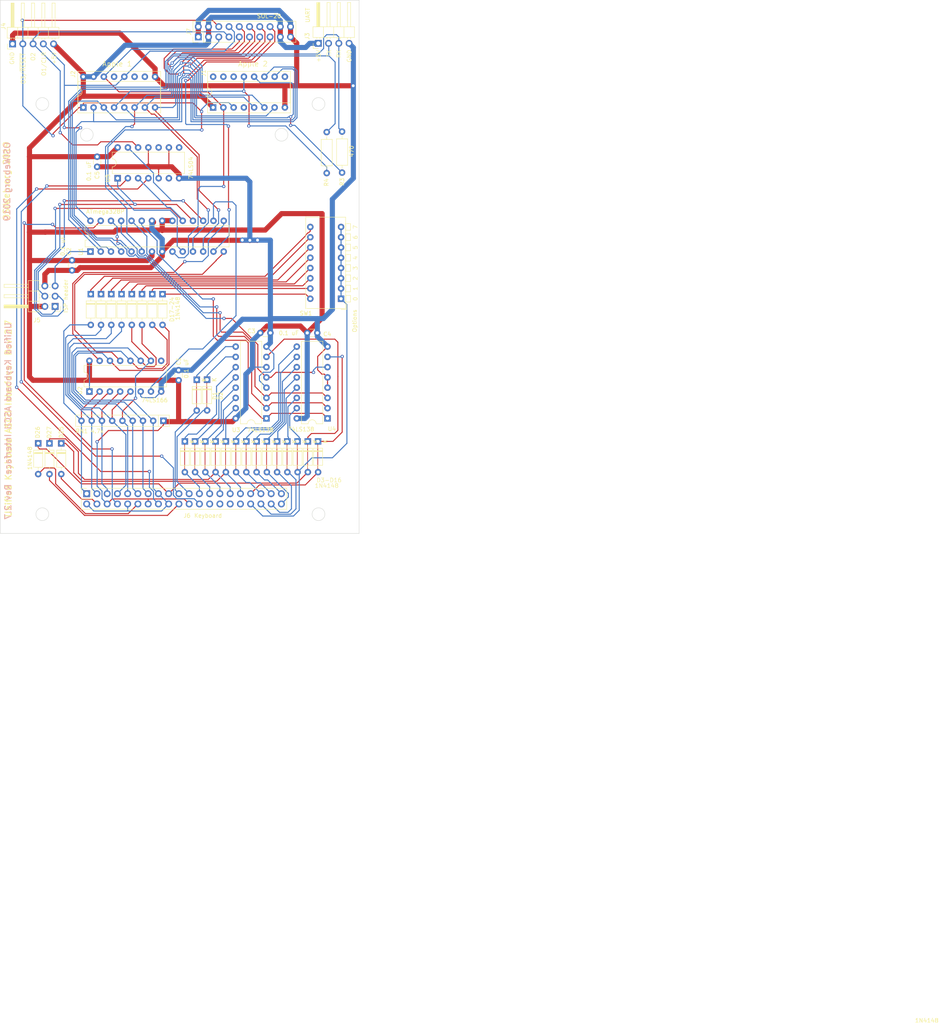
<source format=kicad_pcb>
(kicad_pcb (version 20171130) (host pcbnew "(5.1.5-0-10_14)")
  (title_block (title "Unified Retro Keyboard") (date 2020-04-25) (rev 2.7))
  (layers (0 F.Cu signal) (31 B.Cu signal) (34 B.Paste user) (35 F.Paste user) (36 B.SilkS user) (37 F.SilkS user) (38 B.Mask user) (39 F.Mask user) (44 Edge.Cuts user))
  (net 0 "")
  (net 1 GND)
  (net 2 +5V)
  (net 3 /Row3)
  (net 4 /Row0)
  (net 5 /Row1)
  (net 6 /Row4)
  (net 7 /Row5)
  (net 8 /Row7)
  (net 9 /D7)
  (net 10 /D1)
  (net 11 /D2)
  (net 12 /D3)
  (net 13 /D4)
  (net 14 /D5)
  (net 15 /D6)
  (net 16 /Col0)
  (net 17 /Col1)
  (net 18 /Col2)
  (net 19 /Col3)
  (net 20 /Col4)
  (net 21 /Col5)
  (net 22 /Col6)
  (net 23 /Col7)
  (net 24 /Row6)
  (net 25 /Row2)
  (net 26 /D0)
  (net 27 "Net-(U1-Pad25)")
  (net 28 "Net-(U1-Pad24)")
  (net 29 "Net-(U1-Pad23)")
  (net 30 /~STROBE)
  (net 31 "Net-(U1-Pad14)")
  (net 32 "Net-(U1-Pad26)")
  (net 33 "Net-(U1-Pad16)")
  (net 34 "Net-(U1-Pad15)")
  (net 35 /Row10)
  (net 36 /Row9)
  (net 37 /Row8)
  (net 38 /Row15)
  (net 39 /Row14)
  (net 40 /Row13)
  (net 41 /Row12)
  (net 42 /Row11)
  (net 43 /~RESET)
  (net 44 /Tx)
  (net 45 /Rx)
  (net 46 "Net-(D11-Pad1)")
  (net 47 "Net-(D12-Pad1)")
  (net 48 "Net-(D13-Pad1)")
  (net 49 "Net-(D14-Pad1)")
  (net 50 "Net-(D15-Pad1)")
  (net 51 "Net-(D16-Pad1)")
  (net 52 "Net-(D17-Pad1)")
  (net 53 "Net-(D18-Pad1)")
  (net 54 "Net-(D19-Pad1)")
  (net 55 "Net-(D20-Pad1)")
  (net 56 "Net-(D24-Pad1)")
  (net 57 "Net-(D3-Pad1)")
  (net 58 "Net-(D4-Pad1)")
  (net 59 "Net-(D5-Pad1)")
  (net 60 "Net-(D6-Pad1)")
  (net 61 "Net-(D7-Pad1)")
  (net 62 "Net-(D8-Pad1)")
  (net 63 "Net-(D9-Pad1)")
  (net 64 "Net-(D10-Pad1)")
  (net 65 "Net-(D1-Pad1)")
  (net 66 "Net-(D2-Pad1)")
  (net 67 "Net-(J1-Pad9)")
  (net 68 "Net-(J1-Pad4)")
  (net 69 "Net-(J1-Pad14)")
  (net 70 "Net-(J1-Pad15)")
  (net 71 "Net-(J1-Pad16)")
  (net 72 "Net-(J2-Pad10)")
  (net 73 "Net-(J2-Pad11)")
  (net 74 "Net-(J2-Pad13)")
  (net 75 "Net-(J6-Pad32)")
  (net 76 "Net-(J6-Pad30)")
  (net 77 "Net-(J6-Pad28)")
  (net 78 "Net-(J6-Pad26)")
  (net 79 "Net-(J6-Pad24)")
  (net 80 "Net-(J6-Pad16)")
  (net 81 "Net-(U2-Pad9)")
  (net 82 /LED1)
  (net 83 "Net-(U5-Pad6)")
  (net 84 "Net-(U5-Pad10)")
  (net 85 "Net-(U5-Pad8)")
  (net 86 /OUT1)
  (net 87 /OUT2)
  (net 88 /OUT3)
  (net 89 /MOSI-OUT2)
  (net 90 /SCK-LED2)
  (net 91 /MISO-LED3)
  (net 92 "Net-(D21-Pad1)")
  (net 93 "Net-(D22-Pad1)")
  (net 94 "Net-(D23-Pad1)")
  (net 95 "Net-(D25-Pad2)")
  (net 96 "Net-(D26-Pad2)")
  (net 97 "Net-(D27-Pad2)")
  (module unikbd:D_DO-35_SOD27_P7.62mm_Horizontal_bypassed (layer F.Cu) (at 209.55 160.0724 270)
    (fp_text reference D11 hide)
    (fp_text value 1N4148)
    (fp_poly (pts (xy 7.239 0.127) (xy 0.381 0.127) (xy 0.381 0) (xy 7.239 0)) (layer F.Cu) (width 0.0508))
    (fp_text user K (at 0 -1.8 90) (layer F.SilkS))
    (fp_text user K (at 0 -1.8 90) (layer F.SilkS))
    (pad 1 thru_hole rect (at 0 0 270) (size 1.6 1.6) (drill 0.8) (layers *.Cu *.Mask) (net 46 "Net-(D11-Pad1)"))
    (pad 2 thru_hole oval (at 7.62 0 270) (size 1.6 1.6) (drill 0.8) (layers *.Cu *.Mask) (net 6 /Row4))
  )
  (module unikbd:D_DO-35_SOD27_P7.62mm_Horizontal_bypassed (layer F.Cu) (at 222.25 160.0724 270)
    (fp_text reference D16 hide)
    (fp_text value 1N4148 hide)
    (fp_poly (pts (xy 7.239 0.127) (xy 0.381 0.127) (xy 0.381 0) (xy 7.239 0)) (layer F.Cu) (width 0.0508))
    (fp_text user K (at 0 -1.8 90) (layer F.SilkS))
    (fp_text user K (at 0 -1.8 90) (layer F.SilkS))
    (pad 1 thru_hole rect (at 0 0 270) (size 1.6 1.6) (drill 0.8) (layers *.Cu *.Mask) (net 51 "Net-(D16-Pad1)"))
    (pad 2 thru_hole oval (at 7.62 0 270) (size 1.6 1.6) (drill 0.8) (layers *.Cu *.Mask) (net 39 /Row14))
  )
  (module unikbd:D_DO-35_SOD27_P7.62mm_Horizontal_bypassed (layer F.Cu) (at 227.33 160.0724 270)
    (fp_text reference D15 hide)
    (fp_text value 1N4148)
    (fp_poly (pts (xy 7.239 0.127) (xy 0.381 0.127) (xy 0.381 0) (xy 7.239 0)) (layer F.Cu) (width 0.0508))
    (fp_text user K (at 0 -1.8 90) (layer F.SilkS))
    (fp_text user K (at 0 -1.8 90) (layer F.SilkS))
    (pad 1 thru_hole rect (at 0 0 270) (size 1.6 1.6) (drill 0.8) (layers *.Cu *.Mask) (net 50 "Net-(D15-Pad1)"))
    (pad 2 thru_hole oval (at 7.62 0 270) (size 1.6 1.6) (drill 0.8) (layers *.Cu *.Mask) (net 41 /Row12))
  )
  (module unikbd:D_DO-35_SOD27_P7.62mm_Horizontal_bypassed (layer F.Cu) (at 232.41 160.0724 270)
    (fp_text reference D14 hide)
    (fp_text value 1N4148)
    (fp_poly (pts (xy 7.239 0.127) (xy 0.381 0.127) (xy 0.381 0) (xy 7.239 0)) (layer F.Cu) (width 0.0508))
    (fp_text user K (at 0 -1.8 90) (layer F.SilkS))
    (fp_text user K (at 0 -1.8 90) (layer F.SilkS))
    (pad 1 thru_hole rect (at 0 0 270) (size 1.6 1.6) (drill 0.8) (layers *.Cu *.Mask) (net 49 "Net-(D14-Pad1)"))
    (pad 2 thru_hole oval (at 7.62 0 270) (size 1.6 1.6) (drill 0.8) (layers *.Cu *.Mask) (net 35 /Row10))
  )
  (module unikbd:D_DO-35_SOD27_P7.62mm_Horizontal_bypassed (layer F.Cu) (at 237.49 160.0724 270)
    (fp_text reference D13 hide)
    (fp_text value 1N4148)
    (fp_poly (pts (xy 7.239 0.127) (xy 0.381 0.127) (xy 0.381 0) (xy 7.239 0)) (layer F.Cu) (width 0.0508))
    (fp_text user K (at 0 -1.8 90) (layer F.SilkS))
    (fp_text user K (at 0 -1.8 90) (layer F.SilkS))
    (pad 1 thru_hole rect (at 0 0 270) (size 1.6 1.6) (drill 0.8) (layers *.Cu *.Mask) (net 48 "Net-(D13-Pad1)"))
    (pad 2 thru_hole oval (at 7.62 0 270) (size 1.6 1.6) (drill 0.8) (layers *.Cu *.Mask) (net 37 /Row8))
  )
  (module unikbd:D_DO-35_SOD27_P7.62mm_Horizontal_bypassed (layer F.Cu) (at 242.57 160.0724 270)
    (fp_text reference D8 hide)
    (fp_text value 1N4148 hide)
    (fp_poly (pts (xy 7.239 0.127) (xy 0.381 0.127) (xy 0.381 0) (xy 7.239 0)) (layer F.Cu) (width 0.0508))
    (fp_text user K (at 0 -1.8 90) (layer F.SilkS))
    (fp_text user K (at 0 -1.8 90) (layer F.SilkS))
    (pad 1 thru_hole rect (at 0 0 270) (size 1.6 1.6) (drill 0.8) (layers *.Cu *.Mask) (net 62 "Net-(D8-Pad1)"))
    (pad 2 thru_hole oval (at 7.62 0 270) (size 1.6 1.6) (drill 0.8) (layers *.Cu *.Mask) (net 38 /Row15))
  )
  (module unikbd:D_DO-35_SOD27_P7.62mm_Horizontal_bypassed (layer F.Cu) (at 224.79 160.0724 270)
    (fp_text reference D7 hide)
    (fp_text value 1N4148)
    (fp_poly (pts (xy 7.239 0.127) (xy 0.381 0.127) (xy 0.381 0) (xy 7.239 0)) (layer F.Cu) (width 0.0508))
    (fp_text user K (at 0 -1.8 90) (layer F.SilkS))
    (fp_text user K (at 0 -1.8 90) (layer F.SilkS))
    (pad 1 thru_hole rect (at 0 0 270) (size 1.6 1.6) (drill 0.8) (layers *.Cu *.Mask) (net 61 "Net-(D7-Pad1)"))
    (pad 2 thru_hole oval (at 7.62 0 270) (size 1.6 1.6) (drill 0.8) (layers *.Cu *.Mask) (net 40 /Row13))
  )
  (module unikbd:D_DO-35_SOD27_P7.62mm_Horizontal_bypassed (layer F.Cu) (at 229.87 160.0724 270)
    (fp_text reference D6 hide)
    (fp_text value 1N4148)
    (fp_poly (pts (xy 7.239 0.127) (xy 0.381 0.127) (xy 0.381 0) (xy 7.239 0)) (layer F.Cu) (width 0.0508))
    (fp_text user K (at 0 -1.8 90) (layer F.SilkS))
    (fp_text user K (at 0 -1.8 90) (layer F.SilkS))
    (pad 1 thru_hole rect (at 0 0 270) (size 1.6 1.6) (drill 0.8) (layers *.Cu *.Mask) (net 60 "Net-(D6-Pad1)"))
    (pad 2 thru_hole oval (at 7.62 0 270) (size 1.6 1.6) (drill 0.8) (layers *.Cu *.Mask) (net 42 /Row11))
  )
  (module unikbd:D_DO-35_SOD27_P7.62mm_Horizontal_bypassed (layer F.Cu) (at 234.95 160.0724 270)
    (fp_text reference D5 hide)
    (fp_text value 1N4148)
    (fp_poly (pts (xy 7.239 0.127) (xy 0.381 0.127) (xy 0.381 0) (xy 7.239 0)) (layer F.Cu) (width 0.0508))
    (fp_text user K (at 0 -1.8 90) (layer F.SilkS))
    (fp_text user K (at 0 -1.8 90) (layer F.SilkS))
    (pad 1 thru_hole rect (at 0 0 270) (size 1.6 1.6) (drill 0.8) (layers *.Cu *.Mask) (net 59 "Net-(D5-Pad1)"))
    (pad 2 thru_hole oval (at 7.62 0 270) (size 1.6 1.6) (drill 0.8) (layers *.Cu *.Mask) (net 36 /Row9))
  )
  (module unikbd:D_DO-35_SOD27_P7.62mm_Horizontal_bypassed (layer F.Cu) (at 212.4988 144.807 270)
    (fp_text reference D1 (at 3.9878 -4.4958 90) (layer F.SilkS))
    (fp_text value 1N4148)
    (fp_poly (pts (xy 7.239 0.127) (xy 0.381 0.127) (xy 0.381 0) (xy 7.239 0)) (layer F.Cu) (width 0.0508))
    (fp_text user K (at 0 -1.8 90) (layer F.SilkS))
    (fp_text user K (at 0 -1.8 90) (layer F.SilkS))
    (pad 1 thru_hole rect (at 0 0 270) (size 1.6 1.6) (drill 0.8) (layers *.Cu *.Mask) (net 65 "Net-(D1-Pad1)"))
    (pad 2 thru_hole oval (at 7.62 0 270) (size 1.6 1.6) (drill 0.8) (layers *.Cu *.Mask) (net 24 /Row6))
  )
  (module unikbd:D_DO-35_SOD27_P7.62mm_Horizontal_bypassed (layer F.Cu) (at 214.63 160.0724 270)
    (fp_text reference D10 hide)
    (fp_text value 1N4148)
    (fp_poly (pts (xy 7.239 0.127) (xy 0.381 0.127) (xy 0.381 0) (xy 7.239 0)) (layer F.Cu) (width 0.0508))
    (fp_text user K (at 0 -1.8 90) (layer F.SilkS))
    (fp_text user K (at 0 -1.8 90) (layer F.SilkS))
    (pad 1 thru_hole rect (at 0 0 270) (size 1.6 1.6) (drill 0.8) (layers *.Cu *.Mask) (net 64 "Net-(D10-Pad1)"))
    (pad 2 thru_hole oval (at 7.62 0 270) (size 1.6 1.6) (drill 0.8) (layers *.Cu *.Mask) (net 25 /Row2))
  )
  (module unikbd:D_DO-35_SOD27_P7.62mm_Horizontal_bypassed (layer F.Cu) (at 219.71 160.0724 270)
    (fp_text reference D9 hide)
    (fp_text value 1N4148)
    (fp_poly (pts (xy 7.239 0.127) (xy 0.381 0.127) (xy 0.381 0) (xy 7.239 0)) (layer F.Cu) (width 0.0508))
    (fp_text user K (at 0 -1.8 90) (layer F.SilkS))
    (fp_text user K (at 0 -1.8 90) (layer F.SilkS))
    (pad 1 thru_hole rect (at 0 0 270) (size 1.6 1.6) (drill 0.8) (layers *.Cu *.Mask) (net 63 "Net-(D9-Pad1)"))
    (pad 2 thru_hole oval (at 7.62 0 270) (size 1.6 1.6) (drill 0.8) (layers *.Cu *.Mask) (net 4 /Row0))
  )
  (module unikbd:D_DO-35_SOD27_P7.62mm_Horizontal_bypassed (layer F.Cu) (at 240.03 160.0724 270)
    (fp_text reference D4 hide)
    (fp_text value 1N4148)
    (fp_poly (pts (xy 7.239 0.127) (xy 0.381 0.127) (xy 0.381 0) (xy 7.239 0)) (layer F.Cu) (width 0.0508))
    (fp_text user K (at 0 -1.8 90) (layer F.SilkS))
    (fp_text user K (at 0 -1.8 90) (layer F.SilkS))
    (pad 1 thru_hole rect (at 0 0 270) (size 1.6 1.6) (drill 0.8) (layers *.Cu *.Mask) (net 58 "Net-(D4-Pad1)"))
    (pad 2 thru_hole oval (at 7.62 0 270) (size 1.6 1.6) (drill 0.8) (layers *.Cu *.Mask) (net 8 /Row7))
  )
  (module unikbd:D_DO-35_SOD27_P7.62mm_Horizontal_bypassed (layer F.Cu) (at 215.0642 144.7816 270)
    (fp_text reference D2 (at 4.0132 -3.3528 90) (layer F.SilkS))
    (fp_text value 1N4148)
    (fp_poly (pts (xy 7.239 0.127) (xy 0.381 0.127) (xy 0.381 0) (xy 7.239 0)) (layer F.Cu) (width 0.0508))
    (fp_text user K (at 0 -1.8 90) (layer F.SilkS))
    (fp_text user K (at 0 -1.8 90) (layer F.SilkS))
    (pad 1 thru_hole rect (at 0 0 270) (size 1.6 1.6) (drill 0.8) (layers *.Cu *.Mask) (net 66 "Net-(D2-Pad1)"))
    (pad 2 thru_hole oval (at 7.62 0 270) (size 1.6 1.6) (drill 0.8) (layers *.Cu *.Mask) (net 7 /Row5))
  )
  (module unikbd:D_DO-35_SOD27_P7.62mm_Horizontal_bypassed (layer F.Cu) (at 212.09 160.0724 270)
    (fp_text reference D3 hide)
    (fp_text value 1N4148)
    (fp_poly (pts (xy 7.239 0.127) (xy 0.381 0.127) (xy 0.381 0) (xy 7.239 0)) (layer F.Cu) (width 0.0508))
    (fp_text user K (at 0 -1.8 90) (layer F.SilkS))
    (fp_text user K (at 0 -1.8 90) (layer F.SilkS))
    (pad 1 thru_hole rect (at 0 0 270) (size 1.6 1.6) (drill 0.8) (layers *.Cu *.Mask) (net 57 "Net-(D3-Pad1)"))
    (pad 2 thru_hole oval (at 7.62 0 270) (size 1.6 1.6) (drill 0.8) (layers *.Cu *.Mask) (net 3 /Row3))
  )
  (module unikbd:D_DO-35_SOD27_P7.62mm_Horizontal_bypassed (layer F.Cu) (at 217.17 160.0724 270)
    (fp_text reference D12 hide)
    (fp_text value 1N4148)
    (fp_poly (pts (xy 7.239 0.127) (xy 0.381 0.127) (xy 0.381 0) (xy 7.239 0)) (layer F.Cu) (width 0.0508))
    (fp_text user K (at 0 -1.8 90) (layer F.SilkS))
    (fp_text user K (at 0 -1.8 90) (layer F.SilkS))
    (pad 1 thru_hole rect (at 0 0 270) (size 1.6 1.6) (drill 0.8) (layers *.Cu *.Mask) (net 47 "Net-(D12-Pad1)"))
    (pad 2 thru_hole oval (at 7.62 0 270) (size 1.6 1.6) (drill 0.8) (layers *.Cu *.Mask) (net 5 /Row1))
  )
  (module unikbd:SOL20-header-vertical (layer F.Cu) (at 212.8798 59.8948 90)
    (fp_text reference J7 (at 1.27 -2.33 90) (layer F.SilkS))
    (fp_text value SOL-20 (at 5.1308 17.5514 180) (layer F.SilkS))
    (pad 20 thru_hole oval (at 2.54 22.86 90) (size 1.7 1.7) (drill 1) (layers *.Cu *.Mask) (net 1 GND))
    (pad 10 thru_hole oval (at 0 22.86 90) (size 1.7 1.7) (drill 1) (layers *.Cu *.Mask) (net 1 GND))
    (pad 19 thru_hole oval (at 2.54 20.32 90) (size 1.7 1.7) (drill 1) (layers *.Cu *.Mask) (net 2 +5V))
    (pad 9 thru_hole oval (at 0 20.32 90) (size 1.7 1.7) (drill 1) (layers *.Cu *.Mask) (net 2 +5V))
    (pad 18 thru_hole oval (at 2.54 17.78 90) (size 1.7 1.7) (drill 1) (layers *.Cu *.Mask) (net 9 /D7))
    (pad 8 thru_hole oval (at 0 17.78 90) (size 1.7 1.7) (drill 1) (layers *.Cu *.Mask) (net 12 /D3))
    (pad 17 thru_hole oval (at 2.54 15.24 90) (size 1.7 1.7) (drill 1) (layers *.Cu *.Mask) (net 15 /D6))
    (pad 7 thru_hole oval (at 0 15.24 90) (size 1.7 1.7) (drill 1) (layers *.Cu *.Mask) (net 11 /D2))
    (pad 16 thru_hole oval (at 2.54 12.7 90) (size 1.7 1.7) (drill 1) (layers *.Cu *.Mask) (net 14 /D5))
    (pad 6 thru_hole oval (at 0 12.7 90) (size 1.7 1.7) (drill 1) (layers *.Cu *.Mask) (net 10 /D1))
    (pad 15 thru_hole oval (at 2.54 10.16 90) (size 1.7 1.7) (drill 1) (layers *.Cu *.Mask) (net 13 /D4))
    (pad 5 thru_hole oval (at 0 10.16 90) (size 1.7 1.7) (drill 1) (layers *.Cu *.Mask) (net 26 /D0))
    (pad 14 thru_hole oval (at 2.54 7.62 90) (size 1.7 1.7) (drill 1) (layers *.Cu *.Mask) (net 86 /OUT1))
    (pad 4 thru_hole oval (at 0 7.62 90) (size 1.7 1.7) (drill 1) (layers *.Cu *.Mask) (net 87 /OUT2))
    (pad 13 thru_hole oval (at 2.54 5.08 90) (size 1.7 1.7) (drill 1) (layers *.Cu *.Mask) (net 88 /OUT3))
    (pad 3 thru_hole oval (at 0 5.08 90) (size 1.7 1.7) (drill 1) (layers *.Cu *.Mask) (net 30 /~STROBE))
    (pad 12 thru_hole oval (at 2.54 2.54 90) (size 1.7 1.7) (drill 1) (layers *.Cu *.Mask) (net 2 +5V))
    (pad 2 thru_hole oval (at 0 2.54 90) (size 1.7 1.7) (drill 1) (layers *.Cu *.Mask) (net 2 +5V))
    (pad 11 thru_hole oval (at 2.54 0 90) (size 1.7 1.7) (drill 1) (layers *.Cu *.Mask) (net 1 GND))
    (pad 1 thru_hole rect (at 0 0 90) (size 1.7 1.7) (drill 1) (layers *.Cu *.Mask) (net 1 GND))
  )
  (module Package_DIP:DIP-16_W7.62mm (layer F.Cu) (at 185.905 147.728 90)
    (fp_text reference U2 (at 0.254 -2.33 90) (layer F.SilkS))
    (fp_text value 74LS166 (at -2.159 16.129) (layer F.SilkS))
    (pad 16 thru_hole oval (at 7.62 0 90) (size 1.6 1.6) (drill 0.8) (layers *.Cu *.Mask) (net 2 +5V))
    (pad 8 thru_hole oval (at 0 17.78 90) (size 1.6 1.6) (drill 0.8) (layers *.Cu *.Mask) (net 1 GND))
    (pad 15 thru_hole oval (at 7.62 2.54 90) (size 1.6 1.6) (drill 0.8) (layers *.Cu *.Mask) (net 34 "Net-(U1-Pad15)"))
    (pad 7 thru_hole oval (at 0 15.24 90) (size 1.6 1.6) (drill 0.8) (layers *.Cu *.Mask) (net 33 "Net-(U1-Pad16)"))
    (pad 14 thru_hole oval (at 7.62 5.08 90) (size 1.6 1.6) (drill 0.8) (layers *.Cu *.Mask) (net 16 /Col0))
    (pad 6 thru_hole oval (at 0 12.7 90) (size 1.6 1.6) (drill 0.8) (layers *.Cu *.Mask) (net 1 GND))
    (pad 13 thru_hole oval (at 7.62 7.62 90) (size 1.6 1.6) (drill 0.8) (layers *.Cu *.Mask) (net 31 "Net-(U1-Pad14)"))
    (pad 5 thru_hole oval (at 0 10.16 90) (size 1.6 1.6) (drill 0.8) (layers *.Cu *.Mask) (net 20 /Col4))
    (pad 12 thru_hole oval (at 7.62 10.16 90) (size 1.6 1.6) (drill 0.8) (layers *.Cu *.Mask) (net 17 /Col1))
    (pad 4 thru_hole oval (at 0 7.62 90) (size 1.6 1.6) (drill 0.8) (layers *.Cu *.Mask) (net 21 /Col5))
    (pad 11 thru_hole oval (at 7.62 12.7 90) (size 1.6 1.6) (drill 0.8) (layers *.Cu *.Mask) (net 18 /Col2))
    (pad 3 thru_hole oval (at 0 5.08 90) (size 1.6 1.6) (drill 0.8) (layers *.Cu *.Mask) (net 22 /Col6))
    (pad 10 thru_hole oval (at 7.62 15.24 90) (size 1.6 1.6) (drill 0.8) (layers *.Cu *.Mask) (net 19 /Col3))
    (pad 2 thru_hole oval (at 0 2.54 90) (size 1.6 1.6) (drill 0.8) (layers *.Cu *.Mask) (net 23 /Col7))
    (pad 9 thru_hole oval (at 7.62 17.78 90) (size 1.6 1.6) (drill 0.8) (layers *.Cu *.Mask) (net 81 "Net-(U2-Pad9)"))
    (pad 1 thru_hole rect (at 0 0 90) (size 1.6 1.6) (drill 0.8) (layers *.Cu *.Mask) (net 2 +5V))
  )
  (module Package_DIP:DIP-14_W7.62mm (layer F.Cu) (at 192.89 94.896 90)
    (fp_text reference U5 (at 0 -2.413 90) (layer F.SilkS))
    (fp_text value 74LS04 (at 2.54 18.161 90) (layer F.SilkS))
    (pad 14 thru_hole oval (at 7.62 0 90) (size 1.6 1.6) (drill 0.8) (layers *.Cu *.Mask) (net 2 +5V))
    (pad 7 thru_hole oval (at 0 15.24 90) (size 1.6 1.6) (drill 0.8) (layers *.Cu *.Mask) (net 1 GND))
    (pad 13 thru_hole oval (at 7.62 2.54 90) (size 1.6 1.6) (drill 0.8) (layers *.Cu *.Mask) (net 89 /MOSI-OUT2))
    (pad 6 thru_hole oval (at 0 12.7 90) (size 1.6 1.6) (drill 0.8) (layers *.Cu *.Mask) (net 83 "Net-(U5-Pad6)"))
    (pad 12 thru_hole oval (at 7.62 5.08 90) (size 1.6 1.6) (drill 0.8) (layers *.Cu *.Mask) (net 87 /OUT2))
    (pad 5 thru_hole oval (at 0 10.16 90) (size 1.6 1.6) (drill 0.8) (layers *.Cu *.Mask) (net 1 GND))
    (pad 11 thru_hole oval (at 7.62 7.62 90) (size 1.6 1.6) (drill 0.8) (layers *.Cu *.Mask) (net 1 GND))
    (pad 4 thru_hole oval (at 0 7.62 90) (size 1.6 1.6) (drill 0.8) (layers *.Cu *.Mask) (net 80 "Net-(J6-Pad16)"))
    (pad 10 thru_hole oval (at 7.62 10.16 90) (size 1.6 1.6) (drill 0.8) (layers *.Cu *.Mask) (net 84 "Net-(U5-Pad10)"))
    (pad 3 thru_hole oval (at 0 5.08 90) (size 1.6 1.6) (drill 0.8) (layers *.Cu *.Mask) (net 90 /SCK-LED2))
    (pad 9 thru_hole oval (at 7.62 12.7 90) (size 1.6 1.6) (drill 0.8) (layers *.Cu *.Mask) (net 1 GND))
    (pad 2 thru_hole oval (at 0 2.54 90) (size 1.6 1.6) (drill 0.8) (layers *.Cu *.Mask) (net 79 "Net-(J6-Pad24)"))
    (pad 8 thru_hole oval (at 7.62 15.24 90) (size 1.6 1.6) (drill 0.8) (layers *.Cu *.Mask) (net 85 "Net-(U5-Pad8)"))
    (pad 1 thru_hole rect (at 0 0 90) (size 1.6 1.6) (drill 0.8) (layers *.Cu *.Mask) (net 91 /MISO-LED3))
  )
  (module Connector_PinHeader_2.54mm:PinHeader_1x05_P2.54mm_Horizontal (layer F.Cu) (at 166.855 61.622 90)
    (fp_text reference J4 (at 4.385 -2.27 90) (layer F.SilkS))
    (fp_text value Conn_01x05)
    (pad 5 thru_hole oval (at 0 10.16 90) (size 1.7 1.7) (drill 1) (layers *.Cu *.Mask) (net 2 +5V))
    (pad 4 thru_hole oval (at 0 7.62 90) (size 1.7 1.7) (drill 1) (layers *.Cu *.Mask) (net 86 /OUT1))
    (pad 3 thru_hole oval (at 0 5.08 90) (size 1.7 1.7) (drill 1) (layers *.Cu *.Mask) (net 87 /OUT2))
    (pad 2 thru_hole oval (at 0 2.54 90) (size 1.7 1.7) (drill 1) (layers *.Cu *.Mask) (net 88 /OUT3))
    (pad 1 thru_hole rect (at 0 0 90) (size 1.7 1.7) (drill 1) (layers *.Cu *.Mask) (net 1 GND))
  )
  (module Resistor_THT:R_Axial_DIN0207_L6.3mm_D2.5mm_P10.16mm_Horizontal (layer F.Cu) (at 244.706 93.626 90)
    (fp_text reference R4 (at -2.286 -0.0762 90) (layer F.SilkS))
    (fp_text value 470 hide)
    (pad 2 thru_hole oval (at 10.16 0 90) (size 1.6 1.6) (drill 0.8) (layers *.Cu *.Mask) (net 44 /Tx))
    (pad 1 thru_hole circle (at 0 0 90) (size 1.6 1.6) (drill 0.8) (layers *.Cu *.Mask) (net 10 /D1))
  )
  (module Capacitor_THT:C_Disc_D3.0mm_W1.6mm_P2.50mm (layer F.Cu) (at 187.81 89.562 270)
    (fp_text reference C5 (at 4.572 0 90) (layer F.SilkS))
    (fp_text value "0.1 uF" (at 3.556 2.05 90) (layer F.SilkS))
    (pad 2 thru_hole circle (at 2.5 0 270) (size 1.6 1.6) (drill 0.8) (layers *.Cu *.Mask) (net 1 GND))
    (pad 1 thru_hole circle (at 0 0 270) (size 1.6 1.6) (drill 0.8) (layers *.Cu *.Mask) (net 2 +5V))
  )
  (module Diode_THT:D_DO-35_SOD27_P7.62mm_Horizontal (layer F.Cu) (at 175.999 160.555 270)
    (fp_text reference D27 (at -2.7305 0.0762 90) (layer F.SilkS))
    (fp_text value 1N4148)
    (pad 2 thru_hole oval (at 7.62 0 270) (size 1.6 1.6) (drill 0.8) (layers *.Cu *.Mask) (net 97 "Net-(D27-Pad2)"))
    (pad 1 thru_hole rect (at 0 0 270) (size 1.6 1.6) (drill 0.8) (layers *.Cu *.Mask) (net 5 /Row1))
  )
  (module Connector_PinHeader_2.54mm:PinHeader_1x04_P2.54mm_Horizontal (layer F.Cu) (at 242.62828 61.47976 90)
    (fp_text reference J3 (at 1.76276 -2.74828 90) (layer F.SilkS))
    (fp_text value UART (at 6.96976 -2.62128 90) (layer F.SilkS))
    (pad 4 thru_hole oval (at 0 7.62 90) (size 1.7 1.7) (drill 1) (layers *.Cu *.Mask) (net 1 GND))
    (pad 3 thru_hole oval (at 0 5.08 90) (size 1.7 1.7) (drill 1) (layers *.Cu *.Mask) (net 45 /Rx))
    (pad 2 thru_hole oval (at 0 2.54 90) (size 1.7 1.7) (drill 1) (layers *.Cu *.Mask) (net 44 /Tx))
    (pad 1 thru_hole rect (at 0 0 90) (size 1.7 1.7) (drill 1) (layers *.Cu *.Mask) (net 2 +5V))
  )
  (module Button_Switch_THT:SW_DIP_SPSTx08_Piano_CTS_Series194-8MSTN_W7.62mm_P2.54mm (layer F.Cu) (at 248.262 124.741 180)
    (fp_text reference SW1 (at 8.7122 -3.6068) (layer F.SilkS))
    (fp_text value Options (at -3.3782 -5.4864 90) (layer F.SilkS))
    (pad 16 thru_hole oval (at 7.62 0 180) (size 1.6 1.6) (drill 0.8) (layers *.Cu *.Mask) (net 52 "Net-(D17-Pad1)"))
    (pad 8 thru_hole oval (at 0 17.78 180) (size 1.6 1.6) (drill 0.8) (layers *.Cu *.Mask) (net 37 /Row8))
    (pad 15 thru_hole oval (at 7.62 2.54 180) (size 1.6 1.6) (drill 0.8) (layers *.Cu *.Mask) (net 92 "Net-(D21-Pad1)"))
    (pad 7 thru_hole oval (at 0 15.24 180) (size 1.6 1.6) (drill 0.8) (layers *.Cu *.Mask) (net 37 /Row8))
    (pad 14 thru_hole oval (at 7.62 5.08 180) (size 1.6 1.6) (drill 0.8) (layers *.Cu *.Mask) (net 53 "Net-(D18-Pad1)"))
    (pad 6 thru_hole oval (at 0 12.7 180) (size 1.6 1.6) (drill 0.8) (layers *.Cu *.Mask) (net 37 /Row8))
    (pad 13 thru_hole oval (at 7.62 7.62 180) (size 1.6 1.6) (drill 0.8) (layers *.Cu *.Mask) (net 93 "Net-(D22-Pad1)"))
    (pad 5 thru_hole oval (at 0 10.16 180) (size 1.6 1.6) (drill 0.8) (layers *.Cu *.Mask) (net 37 /Row8))
    (pad 12 thru_hole oval (at 7.62 10.16 180) (size 1.6 1.6) (drill 0.8) (layers *.Cu *.Mask) (net 54 "Net-(D19-Pad1)"))
    (pad 4 thru_hole oval (at 0 7.62 180) (size 1.6 1.6) (drill 0.8) (layers *.Cu *.Mask) (net 37 /Row8))
    (pad 11 thru_hole oval (at 7.62 12.7 180) (size 1.6 1.6) (drill 0.8) (layers *.Cu *.Mask) (net 94 "Net-(D23-Pad1)"))
    (pad 3 thru_hole oval (at 0 5.08 180) (size 1.6 1.6) (drill 0.8) (layers *.Cu *.Mask) (net 37 /Row8))
    (pad 10 thru_hole oval (at 7.62 15.24 180) (size 1.6 1.6) (drill 0.8) (layers *.Cu *.Mask) (net 55 "Net-(D20-Pad1)"))
    (pad 2 thru_hole oval (at 0 2.54 180) (size 1.6 1.6) (drill 0.8) (layers *.Cu *.Mask) (net 37 /Row8))
    (pad 9 thru_hole oval (at 7.62 17.78 180) (size 1.6 1.6) (drill 0.8) (layers *.Cu *.Mask) (net 56 "Net-(D24-Pad1)"))
    (pad 1 thru_hole rect (at 0 0 180) (size 1.6 1.6) (drill 0.8) (layers *.Cu *.Mask) (net 37 /Row8))
  )
  (module Diode_THT:D_DO-35_SOD27_P7.62mm_Horizontal (layer F.Cu) (at 186.2352 123.598 270)
    (fp_text reference D24 hide)
    (fp_text value 1N4148 hide)
    (pad 2 thru_hole oval (at 7.62 0 270) (size 1.6 1.6) (drill 0.8) (layers *.Cu *.Mask) (net 23 /Col7))
    (pad 1 thru_hole rect (at 0 0 270) (size 1.6 1.6) (drill 0.8) (layers *.Cu *.Mask) (net 56 "Net-(D24-Pad1)"))
  )
  (module Diode_THT:D_DO-35_SOD27_P7.62mm_Horizontal (layer F.Cu) (at 191.3152 123.598 270)
    (fp_text reference D23)
    (fp_text value 1N4148 hide)
    (pad 2 thru_hole oval (at 7.62 0 270) (size 1.6 1.6) (drill 0.8) (layers *.Cu *.Mask) (net 21 /Col5))
    (pad 1 thru_hole rect (at 0 0 270) (size 1.6 1.6) (drill 0.8) (layers *.Cu *.Mask) (net 94 "Net-(D23-Pad1)"))
  )
  (module Diode_THT:D_DO-35_SOD27_P7.62mm_Horizontal (layer F.Cu) (at 196.3952 123.598 270)
    (fp_text reference D22 hide)
    (fp_text value 1N4148 hide)
    (pad 2 thru_hole oval (at 7.62 0 270) (size 1.6 1.6) (drill 0.8) (layers *.Cu *.Mask) (net 19 /Col3))
    (pad 1 thru_hole rect (at 0 0 270) (size 1.6 1.6) (drill 0.8) (layers *.Cu *.Mask) (net 93 "Net-(D22-Pad1)"))
  )
  (module Diode_THT:D_DO-35_SOD27_P7.62mm_Horizontal (layer F.Cu) (at 201.4752 123.598 270)
    (fp_text reference D21 hide)
    (fp_text value 1N4148 hide)
    (pad 2 thru_hole oval (at 7.62 0 270) (size 1.6 1.6) (drill 0.8) (layers *.Cu *.Mask) (net 17 /Col1))
    (pad 1 thru_hole rect (at 0 0 270) (size 1.6 1.6) (drill 0.8) (layers *.Cu *.Mask) (net 92 "Net-(D21-Pad1)"))
  )
  (module Diode_THT:D_DO-35_SOD27_P7.62mm_Horizontal (layer F.Cu) (at 188.7752 123.598 270)
    (fp_text reference D20 hide)
    (fp_text value 1N4148 hide)
    (pad 2 thru_hole oval (at 7.62 0 270) (size 1.6 1.6) (drill 0.8) (layers *.Cu *.Mask) (net 22 /Col6))
    (pad 1 thru_hole rect (at 0 0 270) (size 1.6 1.6) (drill 0.8) (layers *.Cu *.Mask) (net 55 "Net-(D20-Pad1)"))
  )
  (module Diode_THT:D_DO-35_SOD27_P7.62mm_Horizontal (layer F.Cu) (at 193.8552 123.598 270)
    (fp_text reference D19 hide)
    (fp_text value 1N4148 hide)
    (pad 2 thru_hole oval (at 7.62 0 270) (size 1.6 1.6) (drill 0.8) (layers *.Cu *.Mask) (net 20 /Col4))
    (pad 1 thru_hole rect (at 0 0 270) (size 1.6 1.6) (drill 0.8) (layers *.Cu *.Mask) (net 54 "Net-(D19-Pad1)"))
  )
  (module Diode_THT:D_DO-35_SOD27_P7.62mm_Horizontal (layer F.Cu) (at 198.9352 123.598 270)
    (fp_text reference D18 hide)
    (fp_text value 1N4148 hide)
    (pad 2 thru_hole oval (at 7.62 0 270) (size 1.6 1.6) (drill 0.8) (layers *.Cu *.Mask) (net 18 /Col2))
    (pad 1 thru_hole rect (at 0 0 270) (size 1.6 1.6) (drill 0.8) (layers *.Cu *.Mask) (net 53 "Net-(D18-Pad1)"))
  )
  (module Diode_THT:D_DO-35_SOD27_P7.62mm_Horizontal (layer F.Cu) (at 204.0152 123.598 270)
    (fp_text reference D17 hide)
    (fp_text value 1N4148 (at 3.556 -3.7592 90) (layer F.SilkS))
    (pad 2 thru_hole oval (at 7.62 0 270) (size 1.6 1.6) (drill 0.8) (layers *.Cu *.Mask) (net 16 /Col0))
    (pad 1 thru_hole rect (at 0 0 270) (size 1.6 1.6) (drill 0.8) (layers *.Cu *.Mask) (net 52 "Net-(D17-Pad1)"))
  )
  (module Connector_PinHeader_2.54mm:PinHeader_2x03_P2.54mm_Horizontal (layer F.Cu) (at 177.396 126.646 180)
    (fp_text reference J5 (at 4.4958 -3.4036) (layer F.SilkS))
    (fp_text value "ISP header" (at -2.6416 2.54 90) (layer F.SilkS))
    (pad 6 thru_hole oval (at 2.54 5.08 180) (size 1.7 1.7) (drill 1) (layers *.Cu *.Mask) (net 1 GND))
    (pad 5 thru_hole oval (at 0 5.08 180) (size 1.7 1.7) (drill 1) (layers *.Cu *.Mask) (net 43 /~RESET))
    (pad 4 thru_hole oval (at 2.54 2.54 180) (size 1.7 1.7) (drill 1) (layers *.Cu *.Mask) (net 89 /MOSI-OUT2))
    (pad 3 thru_hole oval (at 0 2.54 180) (size 1.7 1.7) (drill 1) (layers *.Cu *.Mask) (net 90 /SCK-LED2))
    (pad 2 thru_hole oval (at 2.54 0 180) (size 1.7 1.7) (drill 1) (layers *.Cu *.Mask) (net 2 +5V))
    (pad 1 thru_hole rect (at 0 0 180) (size 1.7 1.7) (drill 1) (layers *.Cu *.Mask) (net 91 /MISO-LED3))
  )
  (module Capacitor_THT:C_Disc_D3.0mm_W1.6mm_P2.50mm (layer F.Cu) (at 228.2468 133.1992)
    (fp_text reference C3 (at -2.2098 -0.4572) (layer F.SilkS))
    (fp_text value "0.1 uF" (at 7.0612 0.0508) (layer F.SilkS))
    (pad 2 thru_hole circle (at 2.5 0) (size 1.6 1.6) (drill 0.8) (layers *.Cu *.Mask) (net 1 GND))
    (pad 1 thru_hole circle (at 0 0) (size 1.6 1.6) (drill 0.8) (layers *.Cu *.Mask) (net 2 +5V))
  )
  (module Capacitor_THT:C_Disc_D3.0mm_W1.6mm_P2.50mm (layer F.Cu) (at 239.88 133.1992)
    (fp_text reference C4 (at 4.953 0.3048) (layer F.SilkS))
    (fp_text value "0.1 uF" hide)
    (pad 2 thru_hole circle (at 2.5 0) (size 1.6 1.6) (drill 0.8) (layers *.Cu *.Mask) (net 1 GND))
    (pad 1 thru_hole circle (at 0 0) (size 1.6 1.6) (drill 0.8) (layers *.Cu *.Mask) (net 2 +5V))
  )
  (module Capacitor_THT:C_Disc_D3.0mm_W1.6mm_P2.50mm (layer F.Cu) (at 181.587 115.216 270)
    (fp_text reference C2 (at -2.159 0.762 90) (layer F.SilkS))
    (fp_text value "0.1 uF" (at -3.556 2.286 90) (layer F.SilkS))
    (pad 2 thru_hole circle (at 2.5 0 270) (size 1.6 1.6) (drill 0.8) (layers *.Cu *.Mask) (net 1 GND))
    (pad 1 thru_hole circle (at 0 0 270) (size 1.6 1.6) (drill 0.8) (layers *.Cu *.Mask) (net 2 +5V))
  )
  (module Capacitor_THT:C_Disc_D3.0mm_W1.6mm_P2.50mm (layer F.Cu) (at 208.003 144.934 90)
    (fp_text reference C1 (at 4.699 0 90) (layer F.SilkS))
    (fp_text value "0.1 uF" (at 2.921 1.905 90) (layer F.SilkS))
    (pad 2 thru_hole circle (at 2.5 0 90) (size 1.6 1.6) (drill 0.8) (layers *.Cu *.Mask) (net 1 GND))
    (pad 1 thru_hole circle (at 0 0 90) (size 1.6 1.6) (drill 0.8) (layers *.Cu *.Mask) (net 2 +5V))
  )
  (module Package_DIP:DIP-16_W7.62mm (layer F.Cu) (at 244.9092 154.3828 180)
    (fp_text reference U4 (at -1.0922 -2.5908) (layer F.SilkS))
    (fp_text value 74LS138 (at 6.5786 -2.6924) (layer F.SilkS))
    (pad 16 thru_hole oval (at 7.62 0 180) (size 1.6 1.6) (drill 0.8) (layers *.Cu *.Mask) (net 2 +5V))
    (pad 8 thru_hole oval (at 0 17.78 180) (size 1.6 1.6) (drill 0.8) (layers *.Cu *.Mask) (net 1 GND))
    (pad 15 thru_hole oval (at 7.62 2.54 180) (size 1.6 1.6) (drill 0.8) (layers *.Cu *.Mask) (net 48 "Net-(D13-Pad1)"))
    (pad 7 thru_hole oval (at 0 15.24 180) (size 1.6 1.6) (drill 0.8) (layers *.Cu *.Mask) (net 62 "Net-(D8-Pad1)"))
    (pad 14 thru_hole oval (at 7.62 5.08 180) (size 1.6 1.6) (drill 0.8) (layers *.Cu *.Mask) (net 59 "Net-(D5-Pad1)"))
    (pad 6 thru_hole oval (at 0 12.7 180) (size 1.6 1.6) (drill 0.8) (layers *.Cu *.Mask) (net 32 "Net-(U1-Pad26)"))
    (pad 13 thru_hole oval (at 7.62 7.62 180) (size 1.6 1.6) (drill 0.8) (layers *.Cu *.Mask) (net 49 "Net-(D14-Pad1)"))
    (pad 5 thru_hole oval (at 0 10.16 180) (size 1.6 1.6) (drill 0.8) (layers *.Cu *.Mask) (net 1 GND))
    (pad 12 thru_hole oval (at 7.62 10.16 180) (size 1.6 1.6) (drill 0.8) (layers *.Cu *.Mask) (net 60 "Net-(D6-Pad1)"))
    (pad 4 thru_hole oval (at 0 7.62 180) (size 1.6 1.6) (drill 0.8) (layers *.Cu *.Mask) (net 1 GND))
    (pad 11 thru_hole oval (at 7.62 12.7 180) (size 1.6 1.6) (drill 0.8) (layers *.Cu *.Mask) (net 50 "Net-(D15-Pad1)"))
    (pad 3 thru_hole oval (at 0 5.08 180) (size 1.6 1.6) (drill 0.8) (layers *.Cu *.Mask) (net 27 "Net-(U1-Pad25)"))
    (pad 10 thru_hole oval (at 7.62 15.24 180) (size 1.6 1.6) (drill 0.8) (layers *.Cu *.Mask) (net 61 "Net-(D7-Pad1)"))
    (pad 2 thru_hole oval (at 0 2.54 180) (size 1.6 1.6) (drill 0.8) (layers *.Cu *.Mask) (net 28 "Net-(U1-Pad24)"))
    (pad 9 thru_hole oval (at 7.62 17.78 180) (size 1.6 1.6) (drill 0.8) (layers *.Cu *.Mask) (net 51 "Net-(D16-Pad1)"))
    (pad 1 thru_hole rect (at 0 0 180) (size 1.6 1.6) (drill 0.8) (layers *.Cu *.Mask) (net 29 "Net-(U1-Pad23)"))
  )
  (module Package_DIP:DIP-16_W7.62mm (layer F.Cu) (at 229.7708 154.3828 180)
    (fp_text reference U3 (at 7.5184 -2.8448) (layer F.SilkS))
    (fp_text value 74LS138 (at 1.524 -2.8448) (layer F.SilkS))
    (pad 16 thru_hole oval (at 7.62 0 180) (size 1.6 1.6) (drill 0.8) (layers *.Cu *.Mask) (net 2 +5V))
    (pad 8 thru_hole oval (at 0 17.78 180) (size 1.6 1.6) (drill 0.8) (layers *.Cu *.Mask) (net 1 GND))
    (pad 15 thru_hole oval (at 7.62 2.54 180) (size 1.6 1.6) (drill 0.8) (layers *.Cu *.Mask) (net 63 "Net-(D9-Pad1)"))
    (pad 7 thru_hole oval (at 0 15.24 180) (size 1.6 1.6) (drill 0.8) (layers *.Cu *.Mask) (net 58 "Net-(D4-Pad1)"))
    (pad 14 thru_hole oval (at 7.62 5.08 180) (size 1.6 1.6) (drill 0.8) (layers *.Cu *.Mask) (net 47 "Net-(D12-Pad1)"))
    (pad 6 thru_hole oval (at 0 12.7 180) (size 1.6 1.6) (drill 0.8) (layers *.Cu *.Mask) (net 2 +5V))
    (pad 13 thru_hole oval (at 7.62 7.62 180) (size 1.6 1.6) (drill 0.8) (layers *.Cu *.Mask) (net 64 "Net-(D10-Pad1)"))
    (pad 5 thru_hole oval (at 0 10.16 180) (size 1.6 1.6) (drill 0.8) (layers *.Cu *.Mask) (net 32 "Net-(U1-Pad26)"))
    (pad 12 thru_hole oval (at 7.62 10.16 180) (size 1.6 1.6) (drill 0.8) (layers *.Cu *.Mask) (net 57 "Net-(D3-Pad1)"))
    (pad 4 thru_hole oval (at 0 7.62 180) (size 1.6 1.6) (drill 0.8) (layers *.Cu *.Mask) (net 1 GND))
    (pad 11 thru_hole oval (at 7.62 12.7 180) (size 1.6 1.6) (drill 0.8) (layers *.Cu *.Mask) (net 46 "Net-(D11-Pad1)"))
    (pad 3 thru_hole oval (at 0 5.08 180) (size 1.6 1.6) (drill 0.8) (layers *.Cu *.Mask) (net 27 "Net-(U1-Pad25)"))
    (pad 10 thru_hole oval (at 7.62 15.24 180) (size 1.6 1.6) (drill 0.8) (layers *.Cu *.Mask) (net 66 "Net-(D2-Pad1)"))
    (pad 2 thru_hole oval (at 0 2.54 180) (size 1.6 1.6) (drill 0.8) (layers *.Cu *.Mask) (net 28 "Net-(U1-Pad24)"))
    (pad 9 thru_hole oval (at 7.62 17.78 180) (size 1.6 1.6) (drill 0.8) (layers *.Cu *.Mask) (net 65 "Net-(D1-Pad1)"))
    (pad 1 thru_hole rect (at 0 0 180) (size 1.6 1.6) (drill 0.8) (layers *.Cu *.Mask) (net 29 "Net-(U1-Pad23)"))
  )
  (module Resistor_THT:R_Axial_DIN0207_L6.3mm_D2.5mm_P10.16mm_Horizontal (layer F.Cu) (at 248.516 93.499 90)
    (fp_text reference R3 (at -2.286 0 90) (layer F.SilkS))
    (fp_text value 470 (at 5.2832 2.3622 90) (layer F.SilkS))
    (pad 2 thru_hole oval (at 10.16 0 90) (size 1.6 1.6) (drill 0.8) (layers *.Cu *.Mask) (net 45 /Rx))
    (pad 1 thru_hole circle (at 0 0 90) (size 1.6 1.6) (drill 0.8) (layers *.Cu *.Mask) (net 26 /D0))
  )
  (module Package_DIP:DIP-28_W7.62mm (layer F.Cu) (at 186.159 113.057 90)
    (fp_text reference U1 (at 0 -2.413 90) (layer F.SilkS))
    (fp_text value ATmega328P (at 9.906 3.683 180) (layer F.SilkS))
    (pad 28 thru_hole oval (at 7.62 0 90) (size 1.6 1.6) (drill 0.8) (layers *.Cu *.Mask) (net 86 /OUT1))
    (pad 14 thru_hole oval (at 0 33.02 90) (size 1.6 1.6) (drill 0.8) (layers *.Cu *.Mask) (net 31 "Net-(U1-Pad14)"))
    (pad 27 thru_hole oval (at 7.62 2.54 90) (size 1.6 1.6) (drill 0.8) (layers *.Cu *.Mask) (net 82 /LED1))
    (pad 13 thru_hole oval (at 0 30.48 90) (size 1.6 1.6) (drill 0.8) (layers *.Cu *.Mask) (net 9 /D7))
    (pad 26 thru_hole oval (at 7.62 5.08 90) (size 1.6 1.6) (drill 0.8) (layers *.Cu *.Mask) (net 32 "Net-(U1-Pad26)"))
    (pad 12 thru_hole oval (at 0 27.94 90) (size 1.6 1.6) (drill 0.8) (layers *.Cu *.Mask) (net 15 /D6))
    (pad 25 thru_hole oval (at 7.62 7.62 90) (size 1.6 1.6) (drill 0.8) (layers *.Cu *.Mask) (net 27 "Net-(U1-Pad25)"))
    (pad 11 thru_hole oval (at 0 25.4 90) (size 1.6 1.6) (drill 0.8) (layers *.Cu *.Mask) (net 14 /D5))
    (pad 24 thru_hole oval (at 7.62 10.16 90) (size 1.6 1.6) (drill 0.8) (layers *.Cu *.Mask) (net 28 "Net-(U1-Pad24)"))
    (pad 10 thru_hole oval (at 0 22.86 90) (size 1.6 1.6) (drill 0.8) (layers *.Cu *.Mask) (net 88 /OUT3))
    (pad 23 thru_hole oval (at 7.62 12.7 90) (size 1.6 1.6) (drill 0.8) (layers *.Cu *.Mask) (net 29 "Net-(U1-Pad23)"))
    (pad 9 thru_hole oval (at 0 20.32 90) (size 1.6 1.6) (drill 0.8) (layers *.Cu *.Mask) (net 30 /~STROBE))
    (pad 22 thru_hole oval (at 7.62 15.24 90) (size 1.6 1.6) (drill 0.8) (layers *.Cu *.Mask) (net 1 GND))
    (pad 8 thru_hole oval (at 0 17.78 90) (size 1.6 1.6) (drill 0.8) (layers *.Cu *.Mask) (net 1 GND))
    (pad 21 thru_hole oval (at 7.62 17.78 90) (size 1.6 1.6) (drill 0.8) (layers *.Cu *.Mask) (net 2 +5V))
    (pad 7 thru_hole oval (at 0 15.24 90) (size 1.6 1.6) (drill 0.8) (layers *.Cu *.Mask) (net 2 +5V))
    (pad 20 thru_hole oval (at 7.62 20.32 90) (size 1.6 1.6) (drill 0.8) (layers *.Cu *.Mask) (net 2 +5V))
    (pad 6 thru_hole oval (at 0 12.7 90) (size 1.6 1.6) (drill 0.8) (layers *.Cu *.Mask) (net 13 /D4))
    (pad 19 thru_hole oval (at 7.62 22.86 90) (size 1.6 1.6) (drill 0.8) (layers *.Cu *.Mask) (net 90 /SCK-LED2))
    (pad 5 thru_hole oval (at 0 10.16 90) (size 1.6 1.6) (drill 0.8) (layers *.Cu *.Mask) (net 12 /D3))
    (pad 18 thru_hole oval (at 7.62 25.4 90) (size 1.6 1.6) (drill 0.8) (layers *.Cu *.Mask) (net 91 /MISO-LED3))
    (pad 4 thru_hole oval (at 0 7.62 90) (size 1.6 1.6) (drill 0.8) (layers *.Cu *.Mask) (net 11 /D2))
    (pad 17 thru_hole oval (at 7.62 27.94 90) (size 1.6 1.6) (drill 0.8) (layers *.Cu *.Mask) (net 89 /MOSI-OUT2))
    (pad 3 thru_hole oval (at 0 5.08 90) (size 1.6 1.6) (drill 0.8) (layers *.Cu *.Mask) (net 44 /Tx))
    (pad 16 thru_hole oval (at 7.62 30.48 90) (size 1.6 1.6) (drill 0.8) (layers *.Cu *.Mask) (net 33 "Net-(U1-Pad16)"))
    (pad 2 thru_hole oval (at 0 2.54 90) (size 1.6 1.6) (drill 0.8) (layers *.Cu *.Mask) (net 45 /Rx))
    (pad 15 thru_hole oval (at 7.62 33.02 90) (size 1.6 1.6) (drill 0.8) (layers *.Cu *.Mask) (net 34 "Net-(U1-Pad15)"))
    (pad 1 thru_hole rect (at 0 0 90) (size 1.6 1.6) (drill 0.8) (layers *.Cu *.Mask) (net 43 /~RESET))
  )
  (module Package_DIP:DIP-16_W7.62mm_Socket (layer F.Cu) (at 216.561832 77.37 90)
    (fp_text reference J1 (at 8.509 -2.335832 90) (layer F.SilkS))
    (fp_text value "Apple 2" (at 10.795 9.856168) (layer F.SilkS) (effects (font (size 1.27 1.27))))
    (pad 16 thru_hole oval (at 7.62 0 90) (size 1.6 1.6) (drill 0.8) (layers *.Cu *.Mask) (net 71 "Net-(J1-Pad16)"))
    (pad 8 thru_hole oval (at 0 17.78 90) (size 1.6 1.6) (drill 0.8) (layers *.Cu *.Mask) (net 1 GND))
    (pad 15 thru_hole oval (at 7.62 2.54 90) (size 1.6 1.6) (drill 0.8) (layers *.Cu *.Mask) (net 70 "Net-(J1-Pad15)"))
    (pad 7 thru_hole oval (at 0 15.24 90) (size 1.6 1.6) (drill 0.8) (layers *.Cu *.Mask) (net 15 /D6))
    (pad 14 thru_hole oval (at 7.62 5.08 90) (size 1.6 1.6) (drill 0.8) (layers *.Cu *.Mask) (net 69 "Net-(J1-Pad14)"))
    (pad 6 thru_hole oval (at 0 12.7 90) (size 1.6 1.6) (drill 0.8) (layers *.Cu *.Mask) (net 13 /D4))
    (pad 13 thru_hole oval (at 7.62 7.62 90) (size 1.6 1.6) (drill 0.8) (layers *.Cu *.Mask) (net 10 /D1))
    (pad 5 thru_hole oval (at 0 10.16 90) (size 1.6 1.6) (drill 0.8) (layers *.Cu *.Mask) (net 14 /D5))
    (pad 12 thru_hole oval (at 7.62 10.16 90) (size 1.6 1.6) (drill 0.8) (layers *.Cu *.Mask) (net 26 /D0))
    (pad 4 thru_hole oval (at 0 7.62 90) (size 1.6 1.6) (drill 0.8) (layers *.Cu *.Mask) (net 68 "Net-(J1-Pad4)"))
    (pad 11 thru_hole oval (at 7.62 12.7 90) (size 1.6 1.6) (drill 0.8) (layers *.Cu *.Mask) (net 12 /D3))
    (pad 3 thru_hole oval (at 0 5.08 90) (size 1.6 1.6) (drill 0.8) (layers *.Cu *.Mask) (net 88 /OUT3))
    (pad 10 thru_hole oval (at 7.62 15.24 90) (size 1.6 1.6) (drill 0.8) (layers *.Cu *.Mask) (net 11 /D2))
    (pad 2 thru_hole oval (at 0 2.54 90) (size 1.6 1.6) (drill 0.8) (layers *.Cu *.Mask) (net 30 /~STROBE))
    (pad 9 thru_hole oval (at 7.62 17.78 90) (size 1.6 1.6) (drill 0.8) (layers *.Cu *.Mask) (net 67 "Net-(J1-Pad9)"))
    (pad 1 thru_hole rect (at 0 0 90) (size 1.6 1.6) (drill 0.8) (layers *.Cu *.Mask) (net 2 +5V))
  )
  (module Diode_THT:D_DO-35_SOD27_P7.62mm_Horizontal (layer F.Cu) (at 173.205 160.555 270)
    (fp_text reference D26 (at -2.7305 0.127 90) (layer F.SilkS))
    (fp_text value 1N4148)
    (pad 2 thru_hole oval (at 7.62 0 270) (size 1.6 1.6) (drill 0.8) (layers *.Cu *.Mask) (net 96 "Net-(D26-Pad2)"))
    (pad 1 thru_hole rect (at 0 0 270) (size 1.6 1.6) (drill 0.8) (layers *.Cu *.Mask) (net 8 /Row7))
  )
  (module Diode_THT:D_DO-35_SOD27_P7.62mm_Horizontal (layer F.Cu) (at 178.92 160.555 270)
    (fp_text reference D25 (at -2.7305 0 90) (layer F.SilkS))
    (fp_text value 1N4148 (at 3.683 7.7724 90) (layer F.SilkS))
    (pad 2 thru_hole oval (at 7.62 0 270) (size 1.6 1.6) (drill 0.8) (layers *.Cu *.Mask) (net 95 "Net-(D25-Pad2)"))
    (pad 1 thru_hole rect (at 0 0 270) (size 1.6 1.6) (drill 0.8) (layers *.Cu *.Mask) (net 4 /Row0))
  )
  (module Resistor_THT:R_Array_SIP9 (layer F.Cu) (at 204.2438 154.967 180)
    (fp_text reference RN1 (at 20.2438 -2.5654) (layer F.SilkS))
    (fp_text value 4.7k (at 16.4338 -2.5654) (layer F.SilkS))
    (pad 9 thru_hole oval (at 20.32 0 180) (size 1.6 1.6) (drill 0.8) (layers *.Cu *.Mask) (net 23 /Col7))
    (pad 8 thru_hole oval (at 17.78 0 180) (size 1.6 1.6) (drill 0.8) (layers *.Cu *.Mask) (net 22 /Col6))
    (pad 7 thru_hole oval (at 15.24 0 180) (size 1.6 1.6) (drill 0.8) (layers *.Cu *.Mask) (net 21 /Col5))
    (pad 6 thru_hole oval (at 12.7 0 180) (size 1.6 1.6) (drill 0.8) (layers *.Cu *.Mask) (net 20 /Col4))
    (pad 5 thru_hole oval (at 10.16 0 180) (size 1.6 1.6) (drill 0.8) (layers *.Cu *.Mask) (net 19 /Col3))
    (pad 4 thru_hole oval (at 7.62 0 180) (size 1.6 1.6) (drill 0.8) (layers *.Cu *.Mask) (net 18 /Col2))
    (pad 3 thru_hole oval (at 5.08 0 180) (size 1.6 1.6) (drill 0.8) (layers *.Cu *.Mask) (net 17 /Col1))
    (pad 2 thru_hole oval (at 2.54 0 180) (size 1.6 1.6) (drill 0.8) (layers *.Cu *.Mask) (net 16 /Col0))
    (pad 1 thru_hole rect (at 0 0 180) (size 1.6 1.6) (drill 0.8) (layers *.Cu *.Mask) (net 2 +5V))
  )
  (module Package_DIP:DIP-16_W7.62mm_Socket (layer F.Cu) (at 184.390166 77.37 90)
    (fp_text reference J2 (at 8.255 -2.549166 270) (layer F.SilkS))
    (fp_text value "Apple 1" (at 10.795 8.372834 180) (layer F.SilkS) (effects (font (size 1.27 1.27))))
    (pad 16 thru_hole oval (at 7.62 0 90) (size 1.6 1.6) (drill 0.8) (layers *.Cu *.Mask) (net 2 +5V))
    (pad 8 thru_hole oval (at 0 17.78 90) (size 1.6 1.6) (drill 0.8) (layers *.Cu *.Mask) (net 15 /D6))
    (pad 15 thru_hole oval (at 7.62 2.54 90) (size 1.6 1.6) (drill 0.8) (layers *.Cu *.Mask) (net 2 +5V))
    (pad 7 thru_hole oval (at 0 15.24 90) (size 1.6 1.6) (drill 0.8) (layers *.Cu *.Mask) (net 14 /D5))
    (pad 14 thru_hole oval (at 7.62 5.08 90) (size 1.6 1.6) (drill 0.8) (layers *.Cu *.Mask) (net 30 /~STROBE))
    (pad 6 thru_hole oval (at 0 12.7 90) (size 1.6 1.6) (drill 0.8) (layers *.Cu *.Mask) (net 13 /D4))
    (pad 13 thru_hole oval (at 7.62 7.62 90) (size 1.6 1.6) (drill 0.8) (layers *.Cu *.Mask) (net 74 "Net-(J2-Pad13)"))
    (pad 5 thru_hole oval (at 0 10.16 90) (size 1.6 1.6) (drill 0.8) (layers *.Cu *.Mask) (net 26 /D0))
    (pad 12 thru_hole oval (at 7.62 10.16 90) (size 1.6 1.6) (drill 0.8) (layers *.Cu *.Mask) (net 86 /OUT1))
    (pad 4 thru_hole oval (at 0 7.62 90) (size 1.6 1.6) (drill 0.8) (layers *.Cu *.Mask) (net 10 /D1))
    (pad 11 thru_hole oval (at 7.62 12.7 90) (size 1.6 1.6) (drill 0.8) (layers *.Cu *.Mask) (net 73 "Net-(J2-Pad11)"))
    (pad 3 thru_hole oval (at 0 5.08 90) (size 1.6 1.6) (drill 0.8) (layers *.Cu *.Mask) (net 11 /D2))
    (pad 10 thru_hole oval (at 7.62 15.24 90) (size 1.6 1.6) (drill 0.8) (layers *.Cu *.Mask) (net 72 "Net-(J2-Pad10)"))
    (pad 2 thru_hole oval (at 0 2.54 90) (size 1.6 1.6) (drill 0.8) (layers *.Cu *.Mask) (net 12 /D3))
    (pad 9 thru_hole oval (at 7.62 17.78 90) (size 1.6 1.6) (drill 0.8) (layers *.Cu *.Mask) (net 1 GND))
    (pad 1 thru_hole rect (at 0 0 90) (size 1.6 1.6) (drill 0.8) (layers *.Cu *.Mask) (net 88 /OUT3))
  )
  (module "" (layer F.Cu) (at 207.749 128.551)
    (fp_text reference "" (at 185.397 175.5918) (layer F.SilkS) (effects (font (size 1.27 1.27))))
    (fp_text value "" (at 185.397 175.5918) (layer F.SilkS) (effects (font (size 1.27 1.27))))
    (fp_text user 1N4148 (at 185.6764 174.9568 -180) (layer F.SilkS))
  )
  (module unikbd:PinHeader_2x20_P2.54mm_Vertical (layer F.Cu) (at 185.397 175.5918 90)
    (fp_text reference J6 (at -2.8702 24.7015 180) (layer F.SilkS))
    (fp_text value Keyboard (at -2.8702 29.9085 180) (layer F.SilkS))
    (pad 40 thru_hole oval (at 0.0254 48.0822 90) (size 1.7 1.7) (drill 1) (layers *.Cu *.Mask) (net 42 /Row11))
    (pad 39 thru_hole oval (at 2.5654 48.0822 90) (size 1.7 1.7) (drill 1) (layers *.Cu *.Mask) (net 41 /Row12))
    (pad 38 thru_hole oval (at 0.0254 45.5422 90) (size 1.7 1.7) (drill 1) (layers *.Cu *.Mask) (net 35 /Row10))
    (pad 37 thru_hole oval (at 2.5654 45.5422 90) (size 1.7 1.7) (drill 1) (layers *.Cu *.Mask) (net 40 /Row13))
    (pad 36 thru_hole oval (at 0.0254 43.0022 90) (size 1.7 1.7) (drill 1) (layers *.Cu *.Mask) (net 36 /Row9))
    (pad 35 thru_hole oval (at 2.5654 43.0022 90) (size 1.7 1.7) (drill 1) (layers *.Cu *.Mask) (net 39 /Row14))
    (pad 34 thru_hole oval (at 0.0254 40.4622 90) (size 1.7 1.7) (drill 1) (layers *.Cu *.Mask) (net 37 /Row8))
    (pad 33 thru_hole oval (at 2.5654 40.4622 90) (size 1.7 1.7) (drill 1) (layers *.Cu *.Mask) (net 38 /Row15))
    (pad 32 thru_hole oval (at 0.0254 37.9222 90) (size 1.7 1.7) (drill 1) (layers *.Cu *.Mask) (net 75 "Net-(J6-Pad32)"))
    (pad 31 thru_hole oval (at 2.5654 37.9222 90) (size 1.7 1.7) (drill 1) (layers *.Cu *.Mask) (net 4 /Row0))
    (pad 30 thru_hole oval (at 0.0254 35.3822 90) (size 1.7 1.7) (drill 1) (layers *.Cu *.Mask) (net 76 "Net-(J6-Pad30)"))
    (pad 29 thru_hole oval (at 2.5654 35.3822 90) (size 1.7 1.7) (drill 1) (layers *.Cu *.Mask) (net 5 /Row1))
    (pad 28 thru_hole oval (at 0.0254 32.8422 90) (size 1.7 1.7) (drill 1) (layers *.Cu *.Mask) (net 77 "Net-(J6-Pad28)"))
    (pad 27 thru_hole oval (at 2.5654 32.8422 90) (size 1.7 1.7) (drill 1) (layers *.Cu *.Mask) (net 25 /Row2))
    (pad 26 thru_hole oval (at 0.0254 30.3022 90) (size 1.7 1.7) (drill 1) (layers *.Cu *.Mask) (net 78 "Net-(J6-Pad26)"))
    (pad 25 thru_hole oval (at 2.5654 30.3022 90) (size 1.7 1.7) (drill 1) (layers *.Cu *.Mask) (net 3 /Row3))
    (pad 24 thru_hole oval (at 0.0254 27.7622 90) (size 1.7 1.7) (drill 1) (layers *.Cu *.Mask) (net 79 "Net-(J6-Pad24)"))
    (pad 23 thru_hole oval (at 2.5654 27.7622 90) (size 1.7 1.7) (drill 1) (layers *.Cu *.Mask) (net 6 /Row4))
    (pad 22 thru_hole oval (at 0.0254 25.2222 90) (size 1.7 1.7) (drill 1) (layers *.Cu *.Mask) (net 2 +5V))
    (pad 21 thru_hole oval (at 2.5654 25.2222 90) (size 1.7 1.7) (drill 1) (layers *.Cu *.Mask) (net 7 /Row5))
    (pad 20 thru_hole oval (at 0.0254 22.6822 90) (size 1.7 1.7) (drill 1) (layers *.Cu *.Mask) (net 97 "Net-(D27-Pad2)"))
    (pad 19 thru_hole oval (at 2.5654 22.6822 90) (size 1.7 1.7) (drill 1) (layers *.Cu *.Mask) (net 24 /Row6))
    (pad 18 thru_hole oval (at 0.0254 20.1422 90) (size 1.7 1.7) (drill 1) (layers *.Cu *.Mask) (net 16 /Col0))
    (pad 17 thru_hole oval (at 2.5654 20.1422 90) (size 1.7 1.7) (drill 1) (layers *.Cu *.Mask) (net 8 /Row7))
    (pad 16 thru_hole oval (at 0.0254 17.6022 90) (size 1.7 1.7) (drill 1) (layers *.Cu *.Mask) (net 80 "Net-(J6-Pad16)"))
    (pad 15 thru_hole oval (at 2.5654 17.6022 90) (size 1.7 1.7) (drill 1) (layers *.Cu *.Mask) (net 16 /Col0))
    (pad 14 thru_hole oval (at 0.0254 15.0622 90) (size 1.7 1.7) (drill 1) (layers *.Cu *.Mask) (net 2 +5V))
    (pad 13 thru_hole oval (at 2.5654 15.0622 90) (size 1.7 1.7) (drill 1) (layers *.Cu *.Mask) (net 17 /Col1))
    (pad 12 thru_hole oval (at 0.0254 12.5222 90) (size 1.7 1.7) (drill 1) (layers *.Cu *.Mask) (net 96 "Net-(D26-Pad2)"))
    (pad 11 thru_hole oval (at 2.5654 12.5222 90) (size 1.7 1.7) (drill 1) (layers *.Cu *.Mask) (net 18 /Col2))
    (pad 10 thru_hole oval (at 0.0254 9.9822 90) (size 1.7 1.7) (drill 1) (layers *.Cu *.Mask) (net 16 /Col0))
    (pad 9 thru_hole oval (at 2.5654 9.9822 90) (size 1.7 1.7) (drill 1) (layers *.Cu *.Mask) (net 19 /Col3))
    (pad 8 thru_hole oval (at 0.0254 7.4422 90) (size 1.7 1.7) (drill 1) (layers *.Cu *.Mask) (net 82 /LED1))
    (pad 7 thru_hole oval (at 2.5654 7.4422 90) (size 1.7 1.7) (drill 1) (layers *.Cu *.Mask) (net 20 /Col4))
    (pad 6 thru_hole oval (at 0.0254 4.9022 90) (size 1.7 1.7) (drill 1) (layers *.Cu *.Mask) (net 2 +5V))
    (pad 5 thru_hole oval (at 2.5654 4.9022 90) (size 1.7 1.7) (drill 1) (layers *.Cu *.Mask) (net 21 /Col5))
    (pad 4 thru_hole oval (at 0.0254 2.3622 90) (size 1.7 1.7) (drill 1) (layers *.Cu *.Mask) (net 95 "Net-(D25-Pad2)"))
    (pad 3 thru_hole oval (at 2.5654 2.3622 90) (size 1.7 1.7) (drill 1) (layers *.Cu *.Mask) (net 22 /Col6))
    (pad 2 thru_hole oval (at 0.0254 -0.1778 90) (size 1.7 1.7) (drill 1) (layers *.Cu *.Mask) (net 16 /Col0))
    (pad 1 thru_hole rect (at 2.5654 -0.1778 90) (size 1.7 1.7) (drill 1) (layers *.Cu *.Mask) (net 23 /Col7))
  )
  (gr_circle (center 174.2224 76.5048) (end 175.8099 76.5048) (layer Edge.Cuts) (width 0.1))
  (gr_circle (center 242.6754 76.5048) (end 244.2629 76.5048) (layer Edge.Cuts) (width 0.1))
  (gr_text D17-24 (at 206.352 127.408 90) (layer F.SilkS) (effects (font (size 1.016 1.016) (thickness 0.1524))))
  (gr_text O2 (at 171.935 64.797 90) (layer F.SilkS) (effects (font (size 1.016 1.016) (thickness 0.127))))
  (gr_text 1N4148 (at 244.706 171.0452) (layer F.SilkS) (effects (font (size 1.016 1.016) (thickness 0.127))))
  (gr_text D3-D16 (at 245.2902 169.6736) (layer F.SilkS) (effects (font (size 1.016 1.016) (thickness 0.127))))
  (gr_text 7 (at 251.818 106.9864 90) (layer F.SilkS) (effects (font (size 1.016 1.016) (thickness 0.127))))
  (gr_text 6 (at 251.818 109.5264 90) (layer F.SilkS) (effects (font (size 1.016 1.016) (thickness 0.127))))
  (gr_text 5 (at 251.818 112.0664 90) (layer F.SilkS) (effects (font (size 1.016 1.016) (thickness 0.127))))
  (gr_text 4 (at 251.818 114.6064 90) (layer F.SilkS) (effects (font (size 1.016 1.016) (thickness 0.127))))
  (gr_text 3 (at 251.818 117.1464 90) (layer F.SilkS) (effects (font (size 1.016 1.016) (thickness 0.127))))
  (gr_text 2 (at 251.818 119.6864 90) (layer F.SilkS) (effects (font (size 1.016 1.016) (thickness 0.127))))
  (gr_text 1 (at 251.818 122.2264 90) (layer F.SilkS) (effects (font (size 1.016 1.016) (thickness 0.127))))
  (gr_text 0 (at 251.818 124.7664 90) (layer F.SilkS) (effects (font (size 1.016 1.016) (thickness 0.127))))
  (gr_text +5V (at 242.674 64.64968 90) (layer F.SilkS) (effects (font (size 1.016 1.016) (thickness 0.127))))
  (gr_text GND (at 250.294 64.64968 90) (layer F.SilkS) (effects (font (size 1.016 1.016) (thickness 0.127))))
  (gr_text TX (at 245.26988 63.972346 90) (layer F.SilkS) (effects (font (size 1.016 1.016) (thickness 0.127))))
  (gr_text RX (at 247.6778 64.093299 90) (layer F.SilkS) (effects (font (size 1.016 1.016) (thickness 0.127))))
  (gr_text "OSIWeb.org 2019" (at 165.4834 95.7342 90) (layer B.SilkS) (effects (font (size 1.524 1.524) (thickness 0.254)) (justify mirror)))
  (gr_text "OSIWeb.org 2019" (at 165.3564 95.6072 90) (layer F.SilkS) (effects (font (size 1.524 1.524) (thickness 0.254))))
  (gr_text "Unified Keyboard ASCII Interface  Rev 2.7" (at 165.7374 155.0178 90) (layer B.SilkS) (effects (font (size 1.524 1.524) (thickness 0.254)) (justify mirror)))
  (gr_text "Unified Keyboard ASCII Interface  Rev 2.7" (at 165.8136 154.4336 90) (layer F.SilkS) (effects (font (size 1.524 1.524) (thickness 0.254))))
  (gr_text +5V (at 177.142 65.178 90) (layer F.SilkS) (effects (font (size 1.016 1.016) (thickness 0.127))))
  (gr_text O1/CLR (at 174.602 66.575 90) (layer F.SilkS) (effects (font (size 1.016 1.016) (thickness 0.127))))
  (gr_text O3/~RESET (at 169.522 67.718 90) (layer F.SilkS) (effects (font (size 1.016 1.016) (thickness 0.127))))
  (gr_text GND (at 166.728 65.178 90) (layer F.SilkS) (effects (font (size 1.016 1.016) (thickness 0.127))))
  (gr_circle (center 233.506 84.1248) (end 235.0935 84.1248) (layer Edge.Cuts) (width 0.1))
  (gr_circle (center 185.246 84.1248) (end 186.8335 84.1248) (layer Edge.Cuts) (width 0.1))
  (gr_circle (center 174.2224 178.1048) (end 175.8099 178.1048) (layer Edge.Cuts) (width 0.1))
  (gr_circle (center 242.6754 178.1048) (end 244.2629 178.1048) (layer Edge.Cuts) (width 0.1))
  (gr_line (start 163.83 50.8) (end 252.73 50.8) (layer Edge.Cuts) (width 0.1))
  (gr_line (start 252.73 50.8) (end 252.73 182.88) (layer Edge.Cuts) (width 0.1))
  (gr_line (start 252.73 182.88) (end 163.83 182.88) (layer Edge.Cuts) (width 0.1))
  (gr_line (start 163.83 182.88) (end 163.83 50.8) (layer Edge.Cuts) (width 0.1))
  (segment (start 201.399 107.469) (end 203.939 110.009) (width 1.27) (layer B.Cu) (net 1))
  (segment (start 203.939 110.009) (end 203.939 113.017) (width 1.27) (layer B.Cu) (net 1))
  (segment (start 201.399 105.397) (end 201.399 107.469) (width 1.27) (layer B.Cu) (net 1))
  (segment (start 201.78 105.691) (end 201.78 105.818) (width 1.27) (layer F.Cu) (net 1))
  (segment (start 203.812 147.855) (end 203.685 147.728) (width 1.27) (layer F.Cu) (net 1))
  (segment (start 234.419 77.447168) (end 234.341832 77.37) (width 1.27) (layer F.Cu) (net 1))
  (segment (start 234.419 77.497) (end 234.419 77.447168) (width 1.27) (layer F.Cu) (net 1))
  (segment (start 218.036 135.61137) (end 218.036 135.79) (width 0.254) (layer B.Cu) (net 1))
  (segment (start 198.605 148.85937) (end 198.986 149.24037) (width 0.254) (layer B.Cu) (net 1))
  (segment (start 198.605 147.728) (end 198.605 148.85937) (width 0.254) (layer B.Cu) (net 1))
  (segment (start 202.17263 149.24037) (end 203.685 147.728) (width 0.254) (layer B.Cu) (net 1))
  (segment (start 198.986 149.24037) (end 202.17263 149.24037) (width 0.254) (layer B.Cu) (net 1))
  (segment (start 230.7468 135.6268) (end 229.7708 136.6028) (width 1.27) (layer B.Cu) (net 1))
  (segment (start 230.7468 133.1992) (end 230.7468 135.6268) (width 1.27) (layer B.Cu) (net 1))
  (segment (start 242.38 134.0736) (end 244.9092 136.6028) (width 1.27) (layer B.Cu) (net 1))
  (segment (start 242.38 133.1992) (end 242.38 134.0736) (width 1.27) (layer B.Cu) (net 1))
  (segment (start 244.9092 145.63143) (end 244.9092 144.2228) (width 0.254) (layer F.Cu) (net 1))
  (segment (start 244.9092 146.7628) (end 244.9092 145.63143) (width 0.254) (layer F.Cu) (net 1))
  (segment (start 231.5996 142.0384) (end 231.5996 138.4316) (width 0.254) (layer B.Cu) (net 1))
  (segment (start 228.958 142.9528) (end 230.6852 142.9528) (width 0.254) (layer B.Cu) (net 1))
  (segment (start 230.6852 142.9528) (end 231.5996 142.0384) (width 0.254) (layer B.Cu) (net 1))
  (segment (start 231.5996 138.4316) (end 229.7708 136.6028) (width 0.254) (layer B.Cu) (net 1))
  (segment (start 228.0436 143.8672) (end 228.958 142.9528) (width 0.254) (layer B.Cu) (net 1))
  (segment (start 228.0436 145.0356) (end 228.0436 143.8672) (width 0.254) (layer B.Cu) (net 1))
  (segment (start 229.7708 146.7628) (end 228.0436 145.0356) (width 0.254) (layer B.Cu) (net 1))
  (segment (start 174.856 118.6704) (end 174.856 121.566) (width 1.27) (layer F.Cu) (net 1))
  (segment (start 203.939 114.18837) (end 201.095171 117.032199) (width 1.27) (layer F.Cu) (net 1))
  (segment (start 203.939 113.057) (end 203.939 114.18837) (width 1.27) (layer F.Cu) (net 1))
  (segment (start 242.38 129.6686) (end 230.9284 129.6686) (width 1.27) (layer B.Cu) (net 1))
  (segment (start 242.38 133.1992) (end 242.38 129.6686) (width 1.27) (layer B.Cu) (net 1))
  (segment (start 230.7468 133.1992) (end 230.7468 110.2484) (width 1.27) (layer B.Cu) (net 1))
  (segment (start 230.696 110.223) (end 223.791 110.223) (width 1.27) (layer B.Cu) (net 1))
  (segment (start 230.736 110.263) (end 230.696 110.223) (width 1.27) (layer B.Cu) (net 1))
  (segment (start 243.525012 143.422801) (end 242.4708 142.368589) (width 0.254) (layer F.Cu) (net 1))
  (segment (start 242.4708 139.0412) (end 244.109201 137.402799) (width 0.254) (layer F.Cu) (net 1))
  (segment (start 242.4708 142.368589) (end 242.4708 139.0412) (width 0.254) (layer F.Cu) (net 1))
  (segment (start 244.109201 143.422801) (end 243.525012 143.422801) (width 0.254) (layer F.Cu) (net 1))
  (segment (start 244.9092 144.2228) (end 244.109201 143.422801) (width 0.254) (layer F.Cu) (net 1))
  (segment (start 244.109201 137.402799) (end 244.9092 136.6028) (width 0.254) (layer F.Cu) (net 1))
  (segment (start 182.897 117.716) (end 181.587 117.716) (width 1.27) (layer F.Cu) (net 1))
  (segment (start 183.580801 117.032199) (end 182.897 117.716) (width 1.27) (layer F.Cu) (net 1))
  (segment (start 201.095171 117.032199) (end 183.580801 117.032199) (width 1.27) (layer F.Cu) (net 1))
  (segment (start 175.8104 117.716) (end 174.856 118.6704) (width 1.27) (layer F.Cu) (net 1))
  (segment (start 181.587 117.716) (end 175.8104 117.716) (width 1.27) (layer F.Cu) (net 1))
  (segment (start 234.341832 77.37) (end 234.341832 71.958828) (width 1.27) (layer F.Cu) (net 1))
  (segment (start 211.21337 142.434) (end 208.003 142.434) (width 1.27) (layer B.Cu) (net 1))
  (segment (start 223.82129 129.82608) (end 211.21337 142.434) (width 1.27) (layer B.Cu) (net 1))
  (segment (start 230.60392 129.82608) (end 223.82129 129.82608) (width 1.27) (layer B.Cu) (net 1))
  (segment (start 230.9284 129.5016) (end 230.60392 129.82608) (width 1.27) (layer B.Cu) (net 1))
  (segment (start 206.947 142.434) (end 208.003 142.434) (width 1.27) (layer B.Cu) (net 1))
  (segment (start 203.685 145.696) (end 206.947 142.434) (width 1.27) (layer B.Cu) (net 1))
  (segment (start 203.685 147.728) (end 203.685 145.696) (width 1.27) (layer B.Cu) (net 1))
  (segment (start 223.791 110.223) (end 223.751 110.223) (width 1.27) (layer B.Cu) (net 1))
  (via (at 223.791 110.223) (size 1.27) (drill 0.7112) (layers F.Cu B.Cu) (net 1))
  (via (at 227.561 110.223) (size 1.27) (drill 0.7112) (layers F.Cu B.Cu) (net 1))
  (segment (start 227.521 110.263) (end 227.561 110.223) (width 1.27) (layer F.Cu) (net 1))
  (segment (start 206.693 110.263) (end 225.656 110.263) (width 1.27) (layer F.Cu) (net 1))
  (segment (start 203.939 113.017) (end 206.693 110.263) (width 1.27) (layer F.Cu) (net 1))
  (segment (start 225.656 110.263) (end 227.521 110.263) (width 1.27) (layer F.Cu) (net 1))
  (via (at 225.656 110.263) (size 1.27) (drill 0.7112) (layers F.Cu B.Cu) (net 1))
  (segment (start 225.656 110.263) (end 225.656 95.785) (width 1.27) (layer B.Cu) (net 1))
  (segment (start 224.767 94.896) (end 225.656 95.785) (width 1.27) (layer B.Cu) (net 1))
  (segment (start 208.13 94.896) (end 224.767 94.896) (width 1.27) (layer B.Cu) (net 1))
  (segment (start 208.13 93.88) (end 208.13 94.896) (width 1.27) (layer F.Cu) (net 1))
  (segment (start 206.312 92.062) (end 208.13 93.88) (width 1.27) (layer F.Cu) (net 1))
  (segment (start 202.963 92.062) (end 203.05 92.149) (width 1.27) (layer F.Cu) (net 1))
  (segment (start 203.05 92.149) (end 203.05 94.896) (width 0.254) (layer F.Cu) (net 1))
  (segment (start 202.963 92.062) (end 206.312 92.062) (width 1.27) (layer F.Cu) (net 1))
  (segment (start 200.677 92.062) (end 200.51 91.895) (width 1.27) (layer F.Cu) (net 1))
  (segment (start 200.51 91.895) (end 200.51 87.276) (width 0.254) (layer F.Cu) (net 1))
  (segment (start 187.81 92.062) (end 200.677 92.062) (width 1.27) (layer F.Cu) (net 1))
  (segment (start 200.677 92.062) (end 202.963 92.062) (width 1.27) (layer F.Cu) (net 1))
  (segment (start 205.59 91.975) (end 205.59 87.276) (width 0.254) (layer F.Cu) (net 1))
  (segment (start 205.677 92.062) (end 205.59 91.975) (width 0.254) (layer F.Cu) (net 1))
  (segment (start 237.263798 61.418798) (end 235.7398 59.8948) (width 1.27) (layer F.Cu) (net 1))
  (segment (start 237.263798 71.781998) (end 237.263798 61.418798) (width 1.27) (layer F.Cu) (net 1))
  (segment (start 235.7398 59.8948) (end 235.7398 57.3548) (width 1.27) (layer F.Cu) (net 1))
  (segment (start 212.8798 57.3548) (end 212.8798 59.8948) (width 1.27) (layer F.Cu) (net 1))
  (segment (start 235.7398 56.152719) (end 232.903281 53.3162) (width 1.27) (layer B.Cu) (net 1))
  (segment (start 212.8798 55.907) (end 212.8798 57.3548) (width 1.27) (layer B.Cu) (net 1))
  (segment (start 215.4706 53.3162) (end 212.8798 55.907) (width 1.27) (layer B.Cu) (net 1))
  (segment (start 232.903281 53.3162) (end 215.4706 53.3162) (width 1.27) (layer B.Cu) (net 1))
  (segment (start 235.7398 57.3548) (end 235.7398 56.152719) (width 1.27) (layer B.Cu) (net 1))
  (segment (start 204.408943 71.988777) (end 247.401977 71.988777) (width 1.27) (layer F.Cu) (net 1))
  (segment (start 202.170166 69.75) (end 204.408943 71.988777) (width 1.27) (layer F.Cu) (net 1))
  (segment (start 166.855 59.502) (end 166.855 61.622) (width 1.27) (layer F.Cu) (net 1))
  (segment (start 193.398 58.955) (end 167.402 58.955) (width 1.27) (layer F.Cu) (net 1))
  (segment (start 202.170166 67.727166) (end 193.398 58.955) (width 1.27) (layer F.Cu) (net 1))
  (segment (start 167.402 58.955) (end 166.855 59.502) (width 1.27) (layer F.Cu) (net 1))
  (segment (start 202.170166 69.75) (end 202.170166 67.727166) (width 1.27) (layer F.Cu) (net 1))
  (segment (start 251.31 62.54148) (end 250.24828 61.47976) (width 1.27) (layer B.Cu) (net 1))
  (segment (start 251.31 94.896) (end 251.31 62.54148) (width 1.27) (layer B.Cu) (net 1))
  (segment (start 246.103 127.408) (end 246.103 100.103) (width 1.27) (layer B.Cu) (net 1))
  (segment (start 246.103 100.103) (end 251.31 94.896) (width 1.27) (layer B.Cu) (net 1))
  (segment (start 243.8424 129.6686) (end 246.103 127.408) (width 1.27) (layer B.Cu) (net 1))
  (segment (start 242.38 129.6686) (end 243.8424 129.6686) (width 1.27) (layer B.Cu) (net 1))
  (segment (start 247.401977 71.988777) (end 251.262777 71.988777) (width 1.27) (layer F.Cu) (net 1))
  (via (at 251.262777 71.988777) (size 1.27) (drill 0.7112) (layers F.Cu B.Cu) (net 1))
  (segment (start 192.014216 108.231011) (end 174.983011 108.231011) (width 1.27) (layer F.Cu) (net 2))
  (segment (start 192.522227 107.723) (end 192.014216 108.231011) (width 1.27) (layer F.Cu) (net 2))
  (segment (start 223.751 107.723) (end 192.522227 107.723) (width 1.27) (layer F.Cu) (net 2))
  (segment (start 206.479 105.397) (end 203.939 105.397) (width 1.27) (layer F.Cu) (net 2))
  (segment (start 206.352 105.564) (end 206.479 105.437) (width 1.27) (layer B.Cu) (net 2))
  (segment (start 184.508 74.576) (end 184.390166 74.458166) (width 1.27) (layer F.Cu) (net 2))
  (segment (start 184.390166 74.458166) (end 184.390166 69.75) (width 1.27) (layer F.Cu) (net 2))
  (segment (start 203.939 105.397) (end 203.939 107.85) (width 1.27) (layer F.Cu) (net 2))
  (segment (start 226.3164 135.1296) (end 228.2468 133.1992) (width 1.27) (layer B.Cu) (net 2))
  (segment (start 237.2892 154.3828) (end 239.3212 154.3828) (width 1.27) (layer B.Cu) (net 2))
  (segment (start 239.88 153.824) (end 239.88 133.1992) (width 1.27) (layer B.Cu) (net 2))
  (segment (start 239.3212 154.3828) (end 239.88 153.824) (width 1.27) (layer B.Cu) (net 2))
  (segment (start 226.418 141.6828) (end 229.7708 141.6828) (width 0.254) (layer B.Cu) (net 2))
  (segment (start 226.3164 141.7844) (end 226.418 141.6828) (width 0.254) (layer B.Cu) (net 2))
  (segment (start 226.3164 141.7844) (end 226.3164 135.1296) (width 1.27) (layer B.Cu) (net 2))
  (segment (start 171.046 108.2564) (end 174.957622 108.2564) (width 1.27) (layer F.Cu) (net 2))
  (segment (start 174.957622 108.2564) (end 174.983011 108.231011) (width 1.27) (layer F.Cu) (net 2))
  (segment (start 171.046 115.3176) (end 171.046 108.2564) (width 1.27) (layer F.Cu) (net 2))
  (segment (start 200.26787 115.2795) (end 201.399 114.14837) (width 1.27) (layer F.Cu) (net 2))
  (segment (start 201.399 114.14837) (end 201.399 113.017) (width 1.27) (layer F.Cu) (net 2))
  (segment (start 171.0841 115.2795) (end 200.26787 115.2795) (width 1.27) (layer F.Cu) (net 2))
  (segment (start 171.046 127.0524) (end 171.4524 126.646) (width 1.27) (layer F.Cu) (net 2))
  (segment (start 171.4524 126.646) (end 174.856 126.646) (width 1.27) (layer F.Cu) (net 2))
  (segment (start 171.046 127.0524) (end 171.046 115.3176) (width 1.27) (layer F.Cu) (net 2))
  (segment (start 171.046 144.0704) (end 171.046 127.0524) (width 1.27) (layer F.Cu) (net 2))
  (segment (start 224.6654 143.4354) (end 226.3164 141.7844) (width 1.27) (layer B.Cu) (net 2))
  (segment (start 224.6654 151.8682) (end 224.6654 143.4354) (width 1.27) (layer B.Cu) (net 2))
  (segment (start 222.1508 154.3828) (end 224.6654 151.8682) (width 1.27) (layer B.Cu) (net 2))
  (segment (start 204.459599 155.182799) (end 204.2438 154.967) (width 1.27) (layer F.Cu) (net 2))
  (segment (start 222.1508 154.3828) (end 221.350801 155.182799) (width 1.27) (layer F.Cu) (net 2))
  (segment (start 209.6794 155.169998) (end 209.692201 155.182799) (width 1.27) (layer F.Cu) (net 2))
  (segment (start 229.935801 131.510199) (end 238.190999 131.510199) (width 1.27) (layer F.Cu) (net 2))
  (segment (start 239.080001 132.399201) (end 239.88 133.1992) (width 1.27) (layer F.Cu) (net 2))
  (segment (start 238.190999 131.510199) (end 239.080001 132.399201) (width 1.27) (layer F.Cu) (net 2))
  (segment (start 228.2468 133.1992) (end 229.935801 131.510199) (width 1.27) (layer F.Cu) (net 2))
  (segment (start 191.149199 174.716401) (end 190.2992 175.5664) (width 0.254) (layer F.Cu) (net 2))
  (segment (start 191.530201 174.335399) (end 191.149199 174.716401) (width 0.254) (layer F.Cu) (net 2))
  (segment (start 210.6192 175.5664) (end 209.388199 174.335399) (width 0.254) (layer F.Cu) (net 2))
  (segment (start 189.0165 174.2837) (end 190.2992 175.5664) (width 0.254) (layer B.Cu) (net 2))
  (segment (start 189.0165 172.385766) (end 189.0165 174.2837) (width 0.254) (layer B.Cu) (net 2))
  (segment (start 187.81 171.179266) (end 189.0165 172.385766) (width 0.254) (layer B.Cu) (net 2))
  (segment (start 187.81 160.174) (end 187.81 171.179266) (width 0.254) (layer B.Cu) (net 2))
  (via (at 187.81 160.174) (size 0.8128) (drill 0.4064) (layers F.Cu B.Cu) (net 2))
  (segment (start 204.2438 156.021) (end 204.2438 154.967) (width 0.254) (layer F.Cu) (net 2))
  (segment (start 202.8848 157.38) (end 204.2438 156.021) (width 0.254) (layer F.Cu) (net 2))
  (segment (start 190.604 157.38) (end 202.8848 157.38) (width 0.254) (layer F.Cu) (net 2))
  (segment (start 187.81 160.174) (end 190.604 157.38) (width 0.254) (layer F.Cu) (net 2))
  (segment (start 183.873 74.576) (end 184.508 74.576) (width 1.27) (layer F.Cu) (net 2))
  (segment (start 171.046 87.403) (end 183.873 74.576) (width 1.27) (layer F.Cu) (net 2))
  (segment (start 243.563 129.5162) (end 243.563 103.659) (width 1.27) (layer F.Cu) (net 2))
  (segment (start 239.88 133.1992) (end 243.563 129.5162) (width 1.27) (layer F.Cu) (net 2))
  (segment (start 229.466 107.723) (end 223.751 107.723) (width 1.27) (layer F.Cu) (net 2))
  (segment (start 233.53 103.659) (end 229.466 107.723) (width 1.27) (layer F.Cu) (net 2))
  (segment (start 239.499 103.659) (end 233.53 103.659) (width 1.27) (layer F.Cu) (net 2))
  (segment (start 243.563 103.659) (end 239.499 103.659) (width 1.27) (layer F.Cu) (net 2))
  (segment (start 185.905 146.674) (end 185.905 140.108) (width 0.254) (layer B.Cu) (net 2))
  (segment (start 185.905 147.728) (end 185.905 146.674) (width 0.254) (layer B.Cu) (net 2))
  (segment (start 208.003 154.586) (end 208.003 144.934) (width 1.27) (layer F.Cu) (net 2))
  (segment (start 221.350801 155.182799) (end 208.599799 155.182799) (width 1.27) (layer F.Cu) (net 2))
  (segment (start 208.599799 155.182799) (end 204.459599 155.182799) (width 1.27) (layer F.Cu) (net 2))
  (segment (start 206.606 144.934) (end 208.003 144.934) (width 1.27) (layer F.Cu) (net 2))
  (segment (start 171.9096 144.934) (end 206.606 144.934) (width 1.27) (layer F.Cu) (net 2))
  (segment (start 171.1476 144.172) (end 171.9096 144.934) (width 1.27) (layer F.Cu) (net 2))
  (segment (start 185.905 144.934) (end 185.905 140.108) (width 1.27) (layer F.Cu) (net 2))
  (segment (start 187.81 89.562) (end 171.046 89.562) (width 1.27) (layer F.Cu) (net 2))
  (segment (start 171.046 89.562) (end 171.046 87.403) (width 1.27) (layer F.Cu) (net 2))
  (segment (start 171.046 108.2564) (end 171.046 89.562) (width 1.27) (layer F.Cu) (net 2))
  (segment (start 190.604 89.562) (end 192.89 87.276) (width 1.27) (layer F.Cu) (net 2))
  (segment (start 187.81 89.562) (end 190.604 89.562) (width 1.27) (layer F.Cu) (net 2))
  (segment (start 200.445601 174.335399) (end 200.4592 174.348998) (width 0.254) (layer F.Cu) (net 2))
  (segment (start 200.4592 174.348998) (end 200.4592 175.5664) (width 0.254) (layer F.Cu) (net 2))
  (segment (start 209.388199 174.335399) (end 200.445601 174.335399) (width 0.254) (layer F.Cu) (net 2))
  (segment (start 200.445601 174.335399) (end 191.530201 174.335399) (width 0.254) (layer F.Cu) (net 2))
  (segment (start 216.893 77.701168) (end 216.561832 77.37) (width 0.254) (layer F.Cu) (net 2))
  (segment (start 213.767832 74.576) (end 184.508 74.576) (width 1.27) (layer F.Cu) (net 2))
  (segment (start 216.561832 77.37) (end 213.767832 74.576) (width 1.27) (layer F.Cu) (net 2))
  (segment (start 215.4198 59.8948) (end 215.4198 57.3548) (width 1.27) (layer F.Cu) (net 2))
  (segment (start 233.1998 55.8816) (end 233.1998 57.3548) (width 1.27) (layer B.Cu) (net 2))
  (segment (start 232.3616 55.0434) (end 233.1998 55.8816) (width 1.27) (layer B.Cu) (net 2))
  (segment (start 216.0802 55.0434) (end 232.3616 55.0434) (width 1.27) (layer B.Cu) (net 2))
  (segment (start 215.4198 55.7038) (end 216.0802 55.0434) (width 1.27) (layer B.Cu) (net 2))
  (segment (start 215.4198 57.3548) (end 215.4198 55.7038) (width 1.27) (layer B.Cu) (net 2))
  (segment (start 233.1998 57.3548) (end 233.1998 59.8948) (width 1.27) (layer F.Cu) (net 2))
  (segment (start 186.930166 69.75) (end 184.390166 69.75) (width 1.27) (layer B.Cu) (net 2))
  (segment (start 187.730165 68.950001) (end 186.930166 69.75) (width 1.27) (layer B.Cu) (net 2))
  (segment (start 215.4198 59.8948) (end 215.4198 61.2664) (width 1.27) (layer B.Cu) (net 2))
  (segment (start 194.727966 61.9522) (end 187.730165 68.950001) (width 1.27) (layer B.Cu) (net 2))
  (segment (start 214.734 61.9522) (end 194.727966 61.9522) (width 1.27) (layer B.Cu) (net 2))
  (segment (start 215.4198 61.2664) (end 214.734 61.9522) (width 1.27) (layer B.Cu) (net 2))
  (segment (start 184.390166 68.997166) (end 177.015 61.622) (width 1.27) (layer F.Cu) (net 2))
  (segment (start 184.390166 69.75) (end 184.390166 68.997166) (width 1.27) (layer F.Cu) (net 2))
  (segment (start 233.1998 61.096881) (end 234.613919 62.511) (width 1.27) (layer B.Cu) (net 2))
  (segment (start 233.1998 59.8948) (end 233.1998 61.096881) (width 1.27) (layer B.Cu) (net 2))
  (segment (start 240.50828 61.47976) (end 242.62828 61.47976) (width 1.27) (layer B.Cu) (net 2))
  (segment (start 239.47704 62.511) (end 240.50828 61.47976) (width 1.27) (layer B.Cu) (net 2))
  (segment (start 234.613919 62.511) (end 239.47704 62.511) (width 1.27) (layer B.Cu) (net 2))
  (segment (start 215.6992 171.3246) (end 212.1432 167.7686) (width 0.254) (layer B.Cu) (net 3))
  (segment (start 215.6992 173.0264) (end 215.6992 171.3246) (width 0.254) (layer B.Cu) (net 3))
  (segment (start 223.346 173.6092) (end 223.346 173.0756) (width 0.254) (layer B.Cu) (net 4))
  (segment (start 223.3192 171.4008) (end 219.687 167.7686) (width 0.254) (layer B.Cu) (net 4))
  (segment (start 223.3192 173.0264) (end 223.3192 171.4008) (width 0.254) (layer B.Cu) (net 4))
  (segment (start 182.006 162.587) (end 179.974 160.555) (width 0.254) (layer F.Cu) (net 4))
  (segment (start 182.006 167.832) (end 182.006 162.587) (width 0.254) (layer F.Cu) (net 4))
  (segment (start 184.127 169.953) (end 182.006 167.832) (width 0.254) (layer F.Cu) (net 4))
  (segment (start 179.974 160.555) (end 178.92 160.555) (width 0.254) (layer F.Cu) (net 4))
  (segment (start 217.4494 169.953) (end 184.127 169.953) (width 0.254) (layer F.Cu) (net 4))
  (segment (start 219.71 167.6924) (end 217.4494 169.953) (width 0.254) (layer F.Cu) (net 4))
  (segment (start 220.7792 171.35) (end 220.7792 173.0264) (width 0.254) (layer B.Cu) (net 5))
  (segment (start 217.1978 167.7686) (end 220.7792 171.35) (width 0.254) (layer B.Cu) (net 5))
  (segment (start 175.999 159.501) (end 175.999 160.555) (width 0.254) (layer F.Cu) (net 5))
  (segment (start 179.981601 159.427999) (end 176.072001 159.427999) (width 0.254) (layer F.Cu) (net 5))
  (segment (start 183.16499 162.611388) (end 179.981601 159.427999) (width 0.254) (layer F.Cu) (net 5))
  (segment (start 183.16499 167.97499) (end 183.16499 162.611388) (width 0.254) (layer F.Cu) (net 5))
  (segment (start 184.68899 169.49899) (end 183.16499 167.97499) (width 0.254) (layer F.Cu) (net 5))
  (segment (start 215.36341 169.49899) (end 184.68899 169.49899) (width 0.254) (layer F.Cu) (net 5))
  (segment (start 176.072001 159.427999) (end 175.999 159.501) (width 0.254) (layer F.Cu) (net 5))
  (segment (start 217.17 167.6924) (end 215.36341 169.49899) (width 0.254) (layer F.Cu) (net 5))
  (segment (start 210.428599 168.568599) (end 210.428599 168.593999) (width 0.254) (layer B.Cu) (net 6))
  (segment (start 209.6286 167.7686) (end 210.428599 168.568599) (width 0.254) (layer B.Cu) (net 6))
  (segment (start 213.1592 171.3246) (end 213.1592 173.0264) (width 0.254) (layer B.Cu) (net 6))
  (segment (start 210.428599 168.593999) (end 213.1592 171.3246) (width 0.254) (layer B.Cu) (net 6))
  (segment (start 207.622 170.0292) (end 210.6192 173.0264) (width 0.254) (layer B.Cu) (net 7))
  (segment (start 214.1244 152.4016) (end 207.622 158.904) (width 0.254) (layer B.Cu) (net 7))
  (segment (start 215.0642 152.4016) (end 214.1244 152.4016) (width 0.254) (layer B.Cu) (net 7))
  (segment (start 207.622 158.904) (end 207.622 170.0292) (width 0.254) (layer B.Cu) (net 7))
  (segment (start 239.230001 168.492399) (end 240.03 167.6924) (width 0.254) (layer F.Cu) (net 8))
  (segment (start 237.315389 170.407011) (end 239.230001 168.492399) (width 0.254) (layer F.Cu) (net 8))
  (segment (start 217.637459 170.407011) (end 237.315389 170.407011) (width 0.254) (layer F.Cu) (net 8))
  (segment (start 208.158589 170.407011) (end 217.637459 170.407011) (width 0.254) (layer F.Cu) (net 8))
  (segment (start 205.5392 173.0264) (end 208.158589 170.407011) (width 0.254) (layer F.Cu) (net 8))
  (segment (start 204.689201 172.176401) (end 205.5392 173.0264) (width 0.254) (layer F.Cu) (net 8))
  (segment (start 203.1008 170.588) (end 204.689201 172.176401) (width 0.254) (layer F.Cu) (net 8))
  (segment (start 183.873 170.588) (end 203.1008 170.588) (width 0.254) (layer F.Cu) (net 8))
  (segment (start 173.548 161.952) (end 175.237 161.952) (width 0.254) (layer F.Cu) (net 8))
  (segment (start 173.205 160.555) (end 173.205 161.609) (width 0.254) (layer F.Cu) (net 8))
  (segment (start 173.205 161.609) (end 173.548 161.952) (width 0.254) (layer F.Cu) (net 8))
  (segment (start 175.237 161.952) (end 183.873 170.588) (width 0.254) (layer F.Cu) (net 8))
  (via (at 220.514831 102.708831) (size 0.8128) (drill 0.4064) (layers F.Cu B.Cu) (net 9))
  (segment (start 220.514831 109.141169) (end 216.639 113.017) (width 0.254) (layer B.Cu) (net 9))
  (segment (start 220.514831 102.708831) (end 220.514831 109.141169) (width 0.254) (layer B.Cu) (net 9))
  (segment (start 220.3728 102.5668) (end 220.514831 102.708831) (width 0.254) (layer F.Cu) (net 9))
  (segment (start 220.3728 81.9674) (end 220.3728 102.5668) (width 0.254) (layer F.Cu) (net 9))
  (via (at 220.3474 81.9928) (size 0.8128) (drill 0.4064) (layers F.Cu B.Cu) (net 9))
  (segment (start 220.3728 81.9674) (end 220.3474 81.9928) (width 0.254) (layer F.Cu) (net 9))
  (segment (start 219.941001 81.586401) (end 209.958603 81.586401) (width 0.254) (layer B.Cu) (net 9))
  (segment (start 220.3474 81.9928) (end 219.941001 81.586401) (width 0.254) (layer B.Cu) (net 9))
  (segment (start 209.753328 81.381126) (end 209.753328 71.268111) (width 0.254) (layer B.Cu) (net 9))
  (via (at 209.753328 70.693375) (size 0.8128) (drill 0.4064) (layers F.Cu B.Cu) (net 9))
  (segment (start 209.753328 71.268111) (end 209.753328 70.693375) (width 0.254) (layer B.Cu) (net 9))
  (segment (start 209.958603 81.586401) (end 209.753328 81.381126) (width 0.254) (layer B.Cu) (net 9))
  (segment (start 231.836801 61.105399) (end 226.846723 66.095477) (width 0.254) (layer F.Cu) (net 9))
  (segment (start 230.6598 57.3548) (end 231.836801 58.531801) (width 0.254) (layer F.Cu) (net 9))
  (segment (start 231.836801 58.531801) (end 231.836801 61.105399) (width 0.254) (layer F.Cu) (net 9))
  (segment (start 226.846723 66.095477) (end 214.925962 66.095477) (width 0.254) (layer F.Cu) (net 9))
  (segment (start 210.328064 70.693375) (end 209.753328 70.693375) (width 0.254) (layer F.Cu) (net 9))
  (segment (start 214.925962 66.095477) (end 210.328064 70.693375) (width 0.254) (layer F.Cu) (net 9))
  (via (at 224.1574 73.3314) (size 0.8128) (drill 0.4064) (layers F.Cu B.Cu) (net 10))
  (segment (start 224.181832 73.306968) (end 224.1574 73.3314) (width 0.254) (layer B.Cu) (net 10))
  (segment (start 224.181832 69.75) (end 224.181832 73.306968) (width 0.254) (layer B.Cu) (net 10))
  (via (at 225.402 81.942) (size 0.8128) (drill 0.4064) (layers F.Cu B.Cu) (net 10))
  (segment (start 225.4528 74.6268) (end 224.563799 73.737799) (width 0.254) (layer F.Cu) (net 10))
  (segment (start 224.563799 73.737799) (end 224.1574 73.3314) (width 0.254) (layer F.Cu) (net 10))
  (segment (start 225.4528 81.8912) (end 225.4528 74.6268) (width 0.254) (layer F.Cu) (net 10))
  (segment (start 225.402 81.942) (end 225.4528 81.8912) (width 0.254) (layer F.Cu) (net 10))
  (segment (start 244.706 92.102) (end 244.706 93.626) (width 0.254) (layer B.Cu) (net 10))
  (segment (start 234.546 81.942) (end 244.706 92.102) (width 0.254) (layer B.Cu) (net 10))
  (segment (start 225.402 81.942) (end 234.546 81.942) (width 0.254) (layer B.Cu) (net 10))
  (via (at 206.4028 66.3718) (size 0.8128) (drill 0.4064) (layers F.Cu B.Cu) (net 10))
  (segment (start 213.8196 73.3822) (end 224.1574 73.3314) (width 0.254) (layer B.Cu) (net 10))
  (segment (start 213.8196 67.083) (end 213.8196 73.3822) (width 0.254) (layer B.Cu) (net 10))
  (segment (start 211.78134 65.04474) (end 213.8196 67.083) (width 0.254) (layer B.Cu) (net 10))
  (segment (start 207.72986 65.04474) (end 211.78134 65.04474) (width 0.254) (layer B.Cu) (net 10))
  (segment (start 206.4028 66.3718) (end 207.72986 65.04474) (width 0.254) (layer B.Cu) (net 10))
  (segment (start 192.010166 77.37) (end 196.048766 73.3314) (width 0.254) (layer B.Cu) (net 10))
  (segment (start 196.048766 73.3314) (end 205.8694 73.3314) (width 0.254) (layer B.Cu) (net 10))
  (segment (start 205.593199 67.181401) (end 206.4028 66.3718) (width 0.254) (layer B.Cu) (net 10))
  (segment (start 205.593199 67.892233) (end 205.593199 67.181401) (width 0.254) (layer B.Cu) (net 10))
  (segment (start 205.8694 73.3314) (end 205.8694 68.168434) (width 0.254) (layer B.Cu) (net 10))
  (segment (start 205.8694 68.168434) (end 205.593199 67.892233) (width 0.254) (layer B.Cu) (net 10))
  (segment (start 208.949178 63.825422) (end 206.809199 65.965401) (width 0.254) (layer F.Cu) (net 10))
  (segment (start 222.842978 63.825422) (end 208.949178 63.825422) (width 0.254) (layer F.Cu) (net 10))
  (segment (start 225.5798 61.0886) (end 222.842978 63.825422) (width 0.254) (layer F.Cu) (net 10))
  (segment (start 206.809199 65.965401) (end 206.4028 66.3718) (width 0.254) (layer F.Cu) (net 10))
  (segment (start 225.5798 59.8948) (end 225.5798 61.0886) (width 0.254) (layer F.Cu) (net 10))
  (segment (start 236.885989 79.736077) (end 236.185045 80.43702) (width 0.254) (layer B.Cu) (net 11))
  (segment (start 236.261451 67.803655) (end 236.885989 68.428193) (width 0.254) (layer B.Cu) (net 11))
  (segment (start 231.801832 69.75) (end 233.748177 67.803655) (width 0.254) (layer B.Cu) (net 11))
  (segment (start 233.748177 67.803655) (end 236.261451 67.803655) (width 0.254) (layer B.Cu) (net 11))
  (segment (start 236.885989 68.428193) (end 236.885989 79.736077) (width 0.254) (layer B.Cu) (net 11))
  (segment (start 236.185045 80.43702) (end 226.056326 80.43702) (width 0.254) (layer B.Cu) (net 11))
  (segment (start 193.779 112.973732) (end 190.995257 110.189989) (width 0.254) (layer B.Cu) (net 11))
  (segment (start 181.663202 104.236132) (end 181.663202 76.2016) (width 0.254) (layer B.Cu) (net 11))
  (segment (start 187.889156 75.78899) (end 188.670167 76.570001) (width 0.254) (layer B.Cu) (net 11))
  (segment (start 187.617058 110.189988) (end 181.663202 104.236132) (width 0.254) (layer B.Cu) (net 11))
  (segment (start 190.995257 110.189989) (end 187.617058 110.189988) (width 0.254) (layer B.Cu) (net 11))
  (segment (start 188.670167 76.570001) (end 189.470166 77.37) (width 0.254) (layer B.Cu) (net 11))
  (segment (start 181.663202 76.2016) (end 182.075812 75.78899) (width 0.254) (layer B.Cu) (net 11))
  (segment (start 193.779 113.017) (end 193.779 112.973732) (width 0.254) (layer B.Cu) (net 11))
  (segment (start 182.075812 75.78899) (end 187.889156 75.78899) (width 0.254) (layer B.Cu) (net 11))
  (via (at 209.250618 69.242208) (size 0.8128) (drill 0.4064) (layers F.Cu B.Cu) (net 11))
  (segment (start 226.037 80.43702) (end 211.530411 80.43702) (width 0.254) (layer B.Cu) (net 11))
  (segment (start 210.615633 68.965799) (end 209.527027 68.965799) (width 0.254) (layer B.Cu) (net 11))
  (segment (start 209.527027 68.965799) (end 209.250618 69.242208) (width 0.254) (layer B.Cu) (net 11))
  (segment (start 208.22522 80.43702) (end 208.22522 70.267606) (width 0.254) (layer B.Cu) (net 11))
  (segment (start 192.537186 80.43702) (end 208.22522 80.43702) (width 0.254) (layer B.Cu) (net 11))
  (segment (start 211.530411 80.43702) (end 211.530411 69.880577) (width 0.254) (layer B.Cu) (net 11))
  (segment (start 208.22522 70.267606) (end 209.250618 69.242208) (width 0.254) (layer B.Cu) (net 11))
  (segment (start 189.470166 77.37) (end 192.537186 80.43702) (width 0.254) (layer B.Cu) (net 11))
  (segment (start 211.530411 69.880577) (end 210.615633 68.965799) (width 0.254) (layer B.Cu) (net 11))
  (segment (start 209.250618 68.667472) (end 209.250618 69.242208) (width 0.254) (layer F.Cu) (net 11))
  (segment (start 209.250618 67.130782) (end 209.250618 68.667472) (width 0.254) (layer F.Cu) (net 11))
  (segment (start 211.647956 64.733444) (end 209.250618 67.130782) (width 0.254) (layer F.Cu) (net 11))
  (segment (start 228.1198 59.8948) (end 228.1198 60.987) (width 0.254) (layer F.Cu) (net 11))
  (segment (start 224.373356 64.733444) (end 211.647956 64.733444) (width 0.254) (layer F.Cu) (net 11))
  (segment (start 228.1198 60.987) (end 224.373356 64.733444) (width 0.254) (layer F.Cu) (net 11))
  (segment (start 186.930166 77.37) (end 186.930166 80.808166) (width 0.254) (layer B.Cu) (net 12))
  (segment (start 186.930166 80.808166) (end 186.99401 80.87201) (width 0.254) (layer B.Cu) (net 12))
  (segment (start 183.933754 80.87201) (end 186.99401 80.87201) (width 0.254) (layer B.Cu) (net 12))
  (segment (start 182.222 82.577) (end 182.228764 82.577) (width 0.254) (layer B.Cu) (net 12))
  (segment (start 182.117213 82.681787) (end 182.222 82.577) (width 0.254) (layer B.Cu) (net 12))
  (segment (start 182.117213 104.048075) (end 182.117213 82.681787) (width 0.254) (layer B.Cu) (net 12))
  (segment (start 196.319 113.017) (end 193.5904 110.2884) (width 0.254) (layer B.Cu) (net 12))
  (segment (start 191.473978 109.735978) (end 187.805116 109.735978) (width 0.254) (layer B.Cu) (net 12))
  (segment (start 182.228764 82.577) (end 183.933754 80.87201) (width 0.254) (layer B.Cu) (net 12))
  (segment (start 192.0264 110.2884) (end 191.473978 109.735978) (width 0.254) (layer B.Cu) (net 12))
  (segment (start 193.5904 110.2884) (end 192.0264 110.2884) (width 0.254) (layer B.Cu) (net 12))
  (segment (start 187.805116 109.735978) (end 182.117213 104.048075) (width 0.254) (layer B.Cu) (net 12))
  (via (at 210.2636 69.6992) (size 0.8128) (drill 0.4064) (layers F.Cu B.Cu) (net 12))
  (segment (start 208.774569 70.360325) (end 209.159285 69.975609) (width 0.254) (layer B.Cu) (net 12))
  (segment (start 186.99401 80.87201) (end 187.013031 80.891031) (width 0.254) (layer B.Cu) (net 12))
  (segment (start 187.013031 80.891031) (end 208.774569 80.891031) (width 0.254) (layer B.Cu) (net 12))
  (segment (start 211.0764 80.891031) (end 236.373102 80.891031) (width 0.254) (layer B.Cu) (net 12))
  (segment (start 237.339999 79.924135) (end 237.34 68.240136) (width 0.254) (layer B.Cu) (net 12))
  (segment (start 209.926662 69.651598) (end 210.158434 69.651598) (width 0.254) (layer B.Cu) (net 12))
  (segment (start 236.449508 67.349644) (end 231.662188 67.349644) (width 0.254) (layer B.Cu) (net 12))
  (segment (start 209.159285 69.975609) (end 209.602651 69.975609) (width 0.254) (layer B.Cu) (net 12))
  (segment (start 209.602651 69.975609) (end 209.926662 69.651598) (width 0.254) (layer B.Cu) (net 12))
  (segment (start 211.0764 70.569564) (end 211.0764 80.891031) (width 0.254) (layer B.Cu) (net 12))
  (segment (start 210.158434 69.651598) (end 211.0764 70.569564) (width 0.254) (layer B.Cu) (net 12))
  (segment (start 236.373102 80.891031) (end 237.339999 79.924135) (width 0.254) (layer B.Cu) (net 12))
  (segment (start 231.662188 67.349644) (end 229.261832 69.75) (width 0.254) (layer B.Cu) (net 12))
  (segment (start 237.34 68.240136) (end 236.449508 67.349644) (width 0.254) (layer B.Cu) (net 12))
  (segment (start 208.774569 80.891031) (end 208.774569 70.360325) (width 0.254) (layer B.Cu) (net 12))
  (segment (start 214.321334 65.641466) (end 210.669999 69.292801) (width 0.254) (layer F.Cu) (net 12))
  (segment (start 230.6598 59.8948) (end 230.6598 61.096881) (width 0.254) (layer F.Cu) (net 12))
  (segment (start 230.6598 61.096881) (end 226.115215 65.641466) (width 0.254) (layer F.Cu) (net 12))
  (segment (start 210.669999 69.292801) (end 210.2636 69.6992) (width 0.254) (layer F.Cu) (net 12))
  (segment (start 226.115215 65.641466) (end 214.321334 65.641466) (width 0.254) (layer F.Cu) (net 12))
  (via (at 196.446 82.09759) (size 0.8128) (drill 0.4064) (layers F.Cu B.Cu) (net 13))
  (segment (start 197.090166 81.453424) (end 196.446 82.09759) (width 0.254) (layer F.Cu) (net 13))
  (segment (start 197.090166 77.37) (end 197.090166 81.453424) (width 0.254) (layer F.Cu) (net 13))
  (segment (start 198.859 112.168) (end 195.176001 108.485001) (width 0.254) (layer B.Cu) (net 13))
  (segment (start 195.176001 102.389001) (end 189.89599 97.10899) (width 0.254) (layer B.Cu) (net 13))
  (segment (start 195.871264 82.09759) (end 196.446 82.09759) (width 0.254) (layer B.Cu) (net 13))
  (segment (start 189.89599 97.10899) (end 189.89599 87.087942) (width 0.254) (layer B.Cu) (net 13))
  (segment (start 194.886342 82.09759) (end 195.871264 82.09759) (width 0.254) (layer B.Cu) (net 13))
  (segment (start 189.89599 87.087942) (end 194.886342 82.09759) (width 0.254) (layer B.Cu) (net 13))
  (segment (start 195.176001 108.485001) (end 195.176001 102.389001) (width 0.254) (layer B.Cu) (net 13))
  (segment (start 198.859 113.017) (end 198.859 112.168) (width 0.254) (layer B.Cu) (net 13))
  (segment (start 226.236033 74.344201) (end 229.261832 77.37) (width 0.254) (layer B.Cu) (net 13))
  (segment (start 226.213832 74.322) (end 226.236033 74.344201) (width 0.254) (layer B.Cu) (net 13))
  (segment (start 214.0482 74.322) (end 226.213832 74.322) (width 0.254) (layer B.Cu) (net 13))
  (segment (start 213.352833 73.626633) (end 214.0482 74.322) (width 0.254) (layer B.Cu) (net 13))
  (segment (start 211.07689 65.49875) (end 213.352833 67.774693) (width 0.254) (layer B.Cu) (net 13))
  (segment (start 208.39345 65.49875) (end 211.07689 65.49875) (width 0.254) (layer B.Cu) (net 13))
  (segment (start 213.352833 67.774693) (end 213.352833 73.626633) (width 0.254) (layer B.Cu) (net 13))
  (segment (start 200.115965 74.344201) (end 206.329799 74.344201) (width 0.254) (layer B.Cu) (net 13))
  (segment (start 206.329799 67.562401) (end 208.39345 65.49875) (width 0.254) (layer B.Cu) (net 13))
  (segment (start 206.329799 74.344201) (end 206.329799 67.562401) (width 0.254) (layer B.Cu) (net 13))
  (segment (start 197.090166 77.37) (end 200.115965 74.344201) (width 0.254) (layer B.Cu) (net 13))
  (via (at 206.3266 67.5402) (size 0.8128) (drill 0.4064) (layers F.Cu B.Cu) (net 13))
  (segment (start 205.3614 65.4828) (end 205.3614 66.575) (width 0.254) (layer F.Cu) (net 13))
  (segment (start 205.920201 67.133801) (end 206.3266 67.5402) (width 0.254) (layer F.Cu) (net 13))
  (segment (start 224.3098 61.0378) (end 221.976189 63.371411) (width 0.254) (layer F.Cu) (net 13))
  (segment (start 221.976189 63.371411) (end 207.472789 63.371411) (width 0.254) (layer F.Cu) (net 13))
  (segment (start 205.3614 66.575) (end 205.920201 67.133801) (width 0.254) (layer F.Cu) (net 13))
  (segment (start 207.472789 63.371411) (end 205.3614 65.4828) (width 0.254) (layer F.Cu) (net 13))
  (segment (start 224.3098 58.6248) (end 224.3098 61.0378) (width 0.254) (layer F.Cu) (net 13))
  (segment (start 223.0398 57.3548) (end 224.3098 58.6248) (width 0.254) (layer F.Cu) (net 13))
  (via (at 215.369 102.77) (size 0.8128) (drill 0.4064) (layers F.Cu B.Cu) (net 14))
  (segment (start 211.559 109.755) (end 211.559 113.017) (width 0.254) (layer B.Cu) (net 14))
  (segment (start 215.369 105.945) (end 211.559 109.755) (width 0.254) (layer B.Cu) (net 14))
  (segment (start 215.369 102.77) (end 215.369 105.945) (width 0.254) (layer B.Cu) (net 14))
  (segment (start 214.962601 102.363601) (end 215.369 102.77) (width 0.254) (layer F.Cu) (net 14))
  (segment (start 212.628989 100.029989) (end 214.962601 102.363601) (width 0.254) (layer F.Cu) (net 14))
  (segment (start 212.628989 89.615989) (end 212.628989 100.029989) (width 0.254) (layer F.Cu) (net 14))
  (segment (start 202.034 79.021) (end 212.628989 89.615989) (width 0.254) (layer F.Cu) (net 14))
  (segment (start 201.281166 79.021) (end 202.034 79.021) (width 0.254) (layer F.Cu) (net 14))
  (segment (start 199.630166 77.37) (end 201.281166 79.021) (width 0.254) (layer F.Cu) (net 14))
  (segment (start 224.150044 74.798212) (end 225.921833 76.570001) (width 0.254) (layer B.Cu) (net 14))
  (segment (start 213.343388 74.798212) (end 224.150044 74.798212) (width 0.254) (layer B.Cu) (net 14))
  (segment (start 211.0256 66.3464) (end 212.898822 68.219622) (width 0.254) (layer B.Cu) (net 14))
  (segment (start 212.898822 68.219622) (end 212.898822 74.353642) (width 0.254) (layer B.Cu) (net 14))
  (segment (start 206.790188 68.245012) (end 208.6888 66.3464) (width 0.254) (layer B.Cu) (net 14))
  (segment (start 225.921833 76.570001) (end 226.721832 77.37) (width 0.254) (layer B.Cu) (net 14))
  (segment (start 212.898822 74.353642) (end 213.343388 74.798212) (width 0.254) (layer B.Cu) (net 14))
  (segment (start 199.630166 77.37) (end 202.201954 74.798212) (width 0.254) (layer B.Cu) (net 14))
  (segment (start 202.201954 74.798212) (end 206.790188 74.798212) (width 0.254) (layer B.Cu) (net 14))
  (segment (start 206.790188 74.798212) (end 206.790188 68.245012) (width 0.254) (layer B.Cu) (net 14))
  (segment (start 208.6888 66.3464) (end 211.0256 66.3464) (width 0.254) (layer B.Cu) (net 14))
  (via (at 208.6888 66.3464) (size 0.8128) (drill 0.4064) (layers F.Cu B.Cu) (net 14))
  (segment (start 226.8498 60.987) (end 223.557367 64.279433) (width 0.254) (layer F.Cu) (net 14))
  (segment (start 223.557367 64.279433) (end 210.755767 64.279433) (width 0.254) (layer F.Cu) (net 14))
  (segment (start 226.8498 58.6248) (end 226.8498 60.987) (width 0.254) (layer F.Cu) (net 14))
  (segment (start 209.095199 65.940001) (end 208.6888 66.3464) (width 0.254) (layer F.Cu) (net 14))
  (segment (start 210.755767 64.279433) (end 209.095199 65.940001) (width 0.254) (layer F.Cu) (net 14))
  (segment (start 225.5798 57.3548) (end 226.8498 58.6248) (width 0.254) (layer F.Cu) (net 14))
  (via (at 217.909 102.77) (size 0.8128) (drill 0.4064) (layers F.Cu B.Cu) (net 15))
  (segment (start 214.099 109.882) (end 214.099 113.017) (width 0.254) (layer B.Cu) (net 15))
  (segment (start 217.909 106.072) (end 214.099 109.882) (width 0.254) (layer B.Cu) (net 15))
  (segment (start 217.909 102.77) (end 217.909 106.072) (width 0.254) (layer B.Cu) (net 15))
  (segment (start 213.083 89.054) (end 213.083 97.944) (width 0.254) (layer F.Cu) (net 15))
  (segment (start 202.170166 78.141166) (end 213.083 89.054) (width 0.254) (layer F.Cu) (net 15))
  (segment (start 202.170166 77.37) (end 202.170166 78.141166) (width 0.254) (layer F.Cu) (net 15))
  (segment (start 213.083 97.944) (end 217.909 102.77) (width 0.254) (layer F.Cu) (net 15))
  (segment (start 231.001833 78.169999) (end 231.801832 77.37) (width 0.254) (layer B.Cu) (net 15))
  (segment (start 212.444811 79.449611) (end 212.460765 79.465565) (width 0.254) (layer B.Cu) (net 15))
  (segment (start 212.444811 68.883211) (end 212.444811 79.449611) (width 0.254) (layer B.Cu) (net 15))
  (segment (start 210.67 67.1084) (end 212.444811 68.883211) (width 0.254) (layer B.Cu) (net 15))
  (segment (start 207.279165 68.924435) (end 209.0952 67.1084) (width 0.254) (layer B.Cu) (net 15))
  (segment (start 207.279165 76.664367) (end 207.279165 68.924435) (width 0.254) (layer B.Cu) (net 15))
  (segment (start 229.706267 79.465565) (end 231.001833 78.169999) (width 0.254) (layer B.Cu) (net 15))
  (segment (start 206.573532 77.37) (end 207.279165 76.664367) (width 0.254) (layer B.Cu) (net 15))
  (segment (start 209.0952 67.1084) (end 210.67 67.1084) (width 0.254) (layer B.Cu) (net 15))
  (segment (start 212.460765 79.465565) (end 229.706267 79.465565) (width 0.254) (layer B.Cu) (net 15))
  (segment (start 202.170166 77.37) (end 206.573532 77.37) (width 0.254) (layer B.Cu) (net 15))
  (via (at 210.67 67.1084) (size 0.8128) (drill 0.4064) (layers F.Cu B.Cu) (net 15))
  (segment (start 211.076399 66.702001) (end 210.67 67.1084) (width 0.254) (layer F.Cu) (net 15))
  (segment (start 212.590945 65.187455) (end 211.076399 66.702001) (width 0.254) (layer F.Cu) (net 15))
  (segment (start 229.3898 61.114) (end 225.316345 65.187455) (width 0.254) (layer F.Cu) (net 15))
  (segment (start 229.3898 58.6248) (end 229.3898 61.114) (width 0.254) (layer F.Cu) (net 15))
  (segment (start 225.316345 65.187455) (end 212.590945 65.187455) (width 0.254) (layer F.Cu) (net 15))
  (segment (start 228.1198 57.3548) (end 229.3898 58.6248) (width 0.254) (layer F.Cu) (net 15))
  (segment (start 202.9992 173.0264) (end 201.7038 171.731) (width 0.254) (layer B.Cu) (net 16))
  (segment (start 196.6238 149.887) (end 201.7038 154.967) (width 0.254) (layer B.Cu) (net 16))
  (segment (start 196.601579 149.864779) (end 196.6238 149.887) (width 0.254) (layer B.Cu) (net 16))
  (segment (start 192.632443 149.864779) (end 196.601579 149.864779) (width 0.254) (layer B.Cu) (net 16))
  (segment (start 184.993779 149.864779) (end 192.632441 149.864781) (width 0.254) (layer B.Cu) (net 16))
  (segment (start 189.080002 138.203002) (end 183.237998 138.203002) (width 0.254) (layer B.Cu) (net 16))
  (segment (start 182.476002 138.964998) (end 182.476002 147.347002) (width 0.254) (layer B.Cu) (net 16))
  (segment (start 183.237998 138.203002) (end 182.476002 138.964998) (width 0.254) (layer B.Cu) (net 16))
  (segment (start 182.476002 147.347002) (end 184.993779 149.864779) (width 0.254) (layer B.Cu) (net 16))
  (segment (start 192.632441 149.864781) (end 192.632443 149.864779) (width 0.254) (layer B.Cu) (net 16))
  (segment (start 190.985 140.108) (end 189.080002 138.203002) (width 0.254) (layer B.Cu) (net 16))
  (segment (start 201.7038 171.731) (end 201.7038 154.967) (width 0.254) (layer B.Cu) (net 16))
  (segment (start 185.2192 175.5664) (end 186.9718 177.319) (width 0.254) (layer B.Cu) (net 16))
  (segment (start 203.7866 177.319) (end 205.5392 175.5664) (width 0.254) (layer B.Cu) (net 16))
  (segment (start 195.3792 177.2682) (end 195.3792 175.5664) (width 0.254) (layer B.Cu) (net 16))
  (segment (start 186.9718 177.319) (end 195.43 177.319) (width 0.254) (layer B.Cu) (net 16))
  (segment (start 195.43 177.319) (end 195.3792 177.2682) (width 0.254) (layer B.Cu) (net 16))
  (segment (start 195.43 177.319) (end 203.7866 177.319) (width 0.254) (layer B.Cu) (net 16))
  (segment (start 202.9992 173.0264) (end 205.5392 175.5664) (width 0.254) (layer B.Cu) (net 16))
  (segment (start 190.985 140.108) (end 193.369421 142.492421) (width 0.254) (layer F.Cu) (net 16))
  (segment (start 204.815199 132.017999) (end 204.0152 131.218) (width 0.254) (layer F.Cu) (net 16))
  (segment (start 204.106172 142.492421) (end 205.615411 140.983182) (width 0.254) (layer F.Cu) (net 16))
  (segment (start 205.615411 140.983182) (end 205.615411 132.818211) (width 0.254) (layer F.Cu) (net 16))
  (segment (start 193.369421 142.492421) (end 204.106172 142.492421) (width 0.254) (layer F.Cu) (net 16))
  (segment (start 205.615411 132.818211) (end 204.815199 132.017999) (width 0.254) (layer F.Cu) (net 16))
  (segment (start 199.1638 171.731) (end 199.1638 168.7338) (width 0.254) (layer B.Cu) (net 17))
  (segment (start 200.4592 173.0264) (end 199.1638 171.731) (width 0.254) (layer B.Cu) (net 17))
  (segment (start 184.68899 150.321989) (end 194.518789 150.321989) (width 0.254) (layer B.Cu) (net 17))
  (segment (start 182.018791 147.65179) (end 184.68899 150.321989) (width 0.254) (layer B.Cu) (net 17))
  (segment (start 194.518789 150.321989) (end 199.1638 154.967) (width 0.254) (layer B.Cu) (net 17))
  (segment (start 183.048617 137.745791) (end 182.018791 138.775617) (width 0.254) (layer B.Cu) (net 17))
  (segment (start 193.702791 137.745791) (end 183.048617 137.745791) (width 0.254) (layer B.Cu) (net 17))
  (segment (start 182.018791 138.775617) (end 182.018791 147.65179) (width 0.254) (layer B.Cu) (net 17))
  (segment (start 196.065 140.108) (end 193.702791 137.745791) (width 0.254) (layer B.Cu) (net 17))
  (segment (start 199.1638 168.7338) (end 199.1638 154.967) (width 0.254) (layer B.Cu) (net 17))
  (segment (start 197.99221 142.03521) (end 203.91679 142.03521) (width 0.254) (layer F.Cu) (net 17))
  (segment (start 196.065 140.108) (end 197.99221 142.03521) (width 0.254) (layer F.Cu) (net 17))
  (segment (start 203.91679 142.03521) (end 205.1582 140.7938) (width 0.254) (layer F.Cu) (net 17))
  (segment (start 205.1582 134.901) (end 201.4752 131.218) (width 0.254) (layer F.Cu) (net 17))
  (segment (start 205.1582 140.7938) (end 205.1582 134.901) (width 0.254) (layer F.Cu) (net 17))
  (segment (start 197.9192 173.0264) (end 196.6238 171.731) (width 0.254) (layer B.Cu) (net 18))
  (segment (start 184.500933 150.776) (end 192.4328 150.776) (width 0.254) (layer B.Cu) (net 18))
  (segment (start 181.56478 147.839847) (end 184.500933 150.776) (width 0.254) (layer B.Cu) (net 18))
  (segment (start 181.56478 138.09822) (end 181.56478 147.839847) (width 0.254) (layer B.Cu) (net 18))
  (segment (start 195.43 136.933) (end 182.73 136.933) (width 0.254) (layer B.Cu) (net 18))
  (segment (start 192.4328 150.776) (end 193.3218 151.665) (width 0.254) (layer B.Cu) (net 18))
  (segment (start 182.73 136.933) (end 181.56478 138.09822) (width 0.254) (layer B.Cu) (net 18))
  (segment (start 193.3218 151.665) (end 196.6238 154.967) (width 0.254) (layer B.Cu) (net 18))
  (segment (start 198.605 140.108) (end 195.43 136.933) (width 0.254) (layer B.Cu) (net 18))
  (segment (start 196.6238 171.731) (end 196.6238 154.967) (width 0.254) (layer B.Cu) (net 18))
  (segment (start 200.0528 141.5558) (end 201.907 141.5558) (width 0.254) (layer F.Cu) (net 18))
  (segment (start 202.415 139.346) (end 198.9352 135.8662) (width 0.254) (layer F.Cu) (net 18))
  (segment (start 201.907 141.5558) (end 202.415 141.0478) (width 0.254) (layer F.Cu) (net 18))
  (segment (start 198.9352 135.8662) (end 198.9352 131.218) (width 0.254) (layer F.Cu) (net 18))
  (segment (start 202.415 141.0478) (end 202.415 139.346) (width 0.254) (layer F.Cu) (net 18))
  (segment (start 198.605 140.108) (end 200.0528 141.5558) (width 0.254) (layer F.Cu) (net 18))
  (segment (start 195.3792 156.2624) (end 194.0838 154.967) (width 0.254) (layer B.Cu) (net 19))
  (segment (start 195.3792 173.0264) (end 195.3792 156.2624) (width 0.254) (layer B.Cu) (net 19))
  (segment (start 196.3952 135.3582) (end 196.3952 131.218) (width 0.254) (layer F.Cu) (net 19))
  (segment (start 201.145 140.108) (end 196.3952 135.3582) (width 0.254) (layer F.Cu) (net 19))
  (via (at 197.334998 149.379) (size 0.8128) (drill 0.4064) (layers F.Cu B.Cu) (net 19))
  (segment (start 194.0838 154.967) (end 194.0838 152.630198) (width 0.254) (layer F.Cu) (net 19))
  (segment (start 197.334998 143.918002) (end 197.334998 149.379) (width 0.254) (layer B.Cu) (net 19))
  (segment (start 201.145 140.108) (end 197.334998 143.918002) (width 0.254) (layer B.Cu) (net 19))
  (segment (start 194.0838 152.630198) (end 196.928599 149.785399) (width 0.254) (layer F.Cu) (net 19))
  (segment (start 196.928599 149.785399) (end 197.334998 149.379) (width 0.254) (layer F.Cu) (net 19))
  (segment (start 196.065 147.728) (end 191.5438 152.2492) (width 0.254) (layer F.Cu) (net 20))
  (segment (start 191.5438 154.967) (end 188.349778 151.772978) (width 0.254) (layer B.Cu) (net 20))
  (segment (start 181.025011 148.244076) (end 181.025011 136.824429) (width 0.254) (layer B.Cu) (net 20))
  (segment (start 188.349778 151.772978) (end 184.553913 151.772978) (width 0.254) (layer B.Cu) (net 20))
  (segment (start 182.05944 135.79) (end 190.87568 135.79) (width 0.254) (layer B.Cu) (net 20))
  (segment (start 184.553913 151.772978) (end 181.025011 148.244076) (width 0.254) (layer B.Cu) (net 20))
  (segment (start 181.025011 136.824429) (end 182.05944 135.79) (width 0.254) (layer B.Cu) (net 20))
  (segment (start 191.5438 152.2492) (end 191.5438 154.967) (width 0.254) (layer F.Cu) (net 20))
  (segment (start 193.8552 132.81048) (end 193.8552 131.218) (width 0.254) (layer B.Cu) (net 20))
  (segment (start 190.87568 135.79) (end 193.8552 132.81048) (width 0.254) (layer B.Cu) (net 20))
  (segment (start 194.922 170.9436) (end 192.8392 173.0264) (width 0.254) (layer B.Cu) (net 20))
  (segment (start 194.922 158.3452) (end 194.922 170.9436) (width 0.254) (layer B.Cu) (net 20))
  (segment (start 191.5438 154.967) (end 194.922 158.3452) (width 0.254) (layer B.Cu) (net 20))
  (segment (start 193.525 147.728) (end 189.0038 152.2492) (width 0.254) (layer F.Cu) (net 21))
  (segment (start 189.0038 152.2492) (end 189.0038 154.967) (width 0.254) (layer F.Cu) (net 21))
  (segment (start 191.3152 133.3516) (end 191.3152 131.218) (width 0.254) (layer B.Cu) (net 21))
  (segment (start 190.04012 134.62668) (end 191.3152 133.3516) (width 0.254) (layer B.Cu) (net 21))
  (segment (start 181.89688 134.62668) (end 190.04012 134.62668) (width 0.254) (layer B.Cu) (net 21))
  (segment (start 180.571 135.95256) (end 181.89688 134.62668) (width 0.254) (layer B.Cu) (net 21))
  (segment (start 180.571 148.432132) (end 180.571 135.95256) (width 0.254) (layer B.Cu) (net 21))
  (segment (start 184.365857 152.226989) (end 180.571 148.432132) (width 0.254) (layer B.Cu) (net 21))
  (segment (start 186.263789 152.226989) (end 184.365857 152.226989) (width 0.254) (layer B.Cu) (net 21))
  (segment (start 189.0038 154.967) (end 186.263789 152.226989) (width 0.254) (layer B.Cu) (net 21))
  (segment (start 189.0038 170.528919) (end 190.2992 171.824319) (width 0.254) (layer B.Cu) (net 21))
  (segment (start 190.2992 171.824319) (end 190.2992 173.0264) (width 0.254) (layer B.Cu) (net 21))
  (segment (start 189.0038 154.967) (end 189.0038 170.528919) (width 0.254) (layer B.Cu) (net 21))
  (segment (start 190.35 148.363) (end 190.985 147.728) (width 0.254) (layer F.Cu) (net 22))
  (segment (start 187.7592 173.0264) (end 186.4638 171.731) (width 0.254) (layer B.Cu) (net 22))
  (segment (start 190.1976 148.363) (end 186.4638 152.0968) (width 0.254) (layer F.Cu) (net 22))
  (segment (start 190.35 148.363) (end 190.1976 148.363) (width 0.254) (layer F.Cu) (net 22))
  (segment (start 187.42128 133.8088) (end 180.60148 133.8088) (width 0.254) (layer B.Cu) (net 22))
  (segment (start 180.60148 133.8088) (end 180.009011 134.401269) (width 0.254) (layer B.Cu) (net 22))
  (segment (start 180.009011 134.401269) (end 180.063 148.49) (width 0.254) (layer B.Cu) (net 22))
  (segment (start 180.063 148.5662) (end 180.063 148.49) (width 0.254) (layer B.Cu) (net 22))
  (segment (start 186.4638 154.967) (end 180.063 148.5662) (width 0.254) (layer B.Cu) (net 22))
  (segment (start 186.4638 152.0968) (end 186.4638 154.967) (width 0.254) (layer F.Cu) (net 22))
  (segment (start 186.4638 171.731) (end 186.4638 154.967) (width 0.254) (layer B.Cu) (net 22))
  (segment (start 188.7752 132.45488) (end 188.7752 131.218) (width 0.254) (layer B.Cu) (net 22))
  (segment (start 187.42128 133.8088) (end 188.7752 132.45488) (width 0.254) (layer B.Cu) (net 22))
  (segment (start 187.81 148.363) (end 188.445 147.728) (width 0.254) (layer F.Cu) (net 23))
  (segment (start 185.2192 173.0264) (end 183.9238 171.731) (width 0.254) (layer B.Cu) (net 23))
  (segment (start 188.445 147.728) (end 183.9238 152.2492) (width 0.254) (layer F.Cu) (net 23))
  (segment (start 179.555 150.5982) (end 183.9238 154.967) (width 0.254) (layer B.Cu) (net 23))
  (segment (start 181.08408 131.20784) (end 179.555 132.73692) (width 0.254) (layer B.Cu) (net 23))
  (segment (start 186.25044 131.20784) (end 181.08408 131.20784) (width 0.254) (layer B.Cu) (net 23))
  (segment (start 179.555 132.73692) (end 179.555 150.5982) (width 0.254) (layer B.Cu) (net 23))
  (segment (start 183.9238 152.2492) (end 183.9238 154.967) (width 0.254) (layer F.Cu) (net 23))
  (segment (start 183.9238 171.731) (end 183.9238 154.967) (width 0.254) (layer B.Cu) (net 23))
  (segment (start 212.4988 152.427) (end 207.16799 157.75781) (width 0.254) (layer B.Cu) (net 24))
  (segment (start 207.16799 172.11519) (end 207.16799 157.75781) (width 0.254) (layer B.Cu) (net 24))
  (segment (start 208.0792 173.0264) (end 207.16799 172.11519) (width 0.254) (layer B.Cu) (net 24))
  (segment (start 218.2392 171.35) (end 218.2392 173.0264) (width 0.254) (layer B.Cu) (net 25))
  (segment (start 214.6578 167.7686) (end 218.2392 171.35) (width 0.254) (layer B.Cu) (net 25))
  (via (at 235.7652 79.70362) (size 0.8128) (drill 0.4064) (layers F.Cu B.Cu) (net 26))
  (segment (start 236.431978 79.036842) (end 235.7652 79.70362) (width 0.254) (layer B.Cu) (net 26))
  (segment (start 236.431978 71.686778) (end 236.431978 79.036842) (width 0.254) (layer B.Cu) (net 26))
  (segment (start 236.0192 71.274) (end 236.431978 71.686778) (width 0.254) (layer B.Cu) (net 26))
  (segment (start 228.245832 71.274) (end 236.0192 71.274) (width 0.254) (layer B.Cu) (net 26))
  (segment (start 226.721832 69.75) (end 228.245832 71.274) (width 0.254) (layer B.Cu) (net 26))
  (via (at 235.765204 81.7896) (size 0.8128) (drill 0.4064) (layers F.Cu B.Cu) (net 26))
  (segment (start 235.7652 79.70362) (end 235.7652 81.789596) (width 0.254) (layer F.Cu) (net 26))
  (segment (start 235.7652 81.789596) (end 235.765204 81.7896) (width 0.254) (layer F.Cu) (net 26))
  (segment (start 236.8066 81.7896) (end 235.765204 81.7896) (width 0.254) (layer B.Cu) (net 26))
  (segment (start 248.516 93.499) (end 236.8066 81.7896) (width 0.254) (layer B.Cu) (net 26))
  (segment (start 235.190464 79.70362) (end 235.7652 79.70362) (width 0.254) (layer B.Cu) (net 26))
  (segment (start 234.974508 79.919576) (end 235.190464 79.70362) (width 0.254) (layer B.Cu) (net 26))
  (segment (start 212.126688 79.919576) (end 234.974508 79.919576) (width 0.254) (layer B.Cu) (net 26))
  (segment (start 211.9908 79.783688) (end 212.126688 79.919576) (width 0.254) (layer B.Cu) (net 26))
  (segment (start 211.9908 69.4706) (end 211.9908 79.783688) (width 0.254) (layer B.Cu) (net 26))
  (segment (start 210.6192 68.099) (end 211.9908 69.4706) (width 0.254) (layer B.Cu) (net 26))
  (segment (start 209.273 68.099) (end 210.6192 68.099) (width 0.254) (layer B.Cu) (net 26))
  (segment (start 194.550166 77.37) (end 197.099742 79.919576) (width 0.254) (layer B.Cu) (net 26))
  (segment (start 197.099742 79.919576) (end 207.733176 79.919576) (width 0.254) (layer B.Cu) (net 26))
  (segment (start 207.733176 79.919576) (end 207.733176 69.638824) (width 0.254) (layer B.Cu) (net 26))
  (segment (start 208.2443 69.1277) (end 209.273 68.099) (width 0.254) (layer B.Cu) (net 26))
  (segment (start 207.733176 69.638824) (end 208.2443 69.1277) (width 0.254) (layer B.Cu) (net 26))
  (via (at 208.2443 69.1277) (size 0.8128) (drill 0.4064) (layers F.Cu B.Cu) (net 26))
  (segment (start 205.8186 69.0896) (end 208.2062 69.0896) (width 0.254) (layer F.Cu) (net 26))
  (segment (start 208.2062 69.0896) (end 208.2443 69.1277) (width 0.254) (layer F.Cu) (net 26))
  (segment (start 204.4216 67.6926) (end 205.8186 69.0896) (width 0.254) (layer F.Cu) (net 26))
  (segment (start 206.733 62.9174) (end 204.4216 65.2288) (width 0.254) (layer F.Cu) (net 26))
  (segment (start 223.0398 59.8948) (end 223.0398 61.0632) (width 0.254) (layer F.Cu) (net 26))
  (segment (start 221.1856 62.9174) (end 206.733 62.9174) (width 0.254) (layer F.Cu) (net 26))
  (segment (start 223.0398 61.0632) (end 221.1856 62.9174) (width 0.254) (layer F.Cu) (net 26))
  (segment (start 204.4216 65.2288) (end 204.4216 67.6926) (width 0.254) (layer F.Cu) (net 26))
  (segment (start 244.8584 149.3028) (end 244.9092 149.3028) (width 0.254) (layer B.Cu) (net 27))
  (via (at 218.25952 128.21064) (size 0.8128) (drill 0.4064) (layers F.Cu B.Cu) (net 27))
  (segment (start 218.29 129.719492) (end 218.29 128.24112) (width 0.254) (layer F.Cu) (net 27))
  (segment (start 218.28492 129.724572) (end 218.29 129.719492) (width 0.254) (layer F.Cu) (net 27))
  (segment (start 218.28492 132.615) (end 218.28492 129.724572) (width 0.254) (layer F.Cu) (net 27))
  (segment (start 218.29 128.24112) (end 218.25952 128.21064) (width 0.254) (layer F.Cu) (net 27))
  (segment (start 226.926 136.025666) (end 223.90908 133.008746) (width 0.254) (layer F.Cu) (net 27))
  (segment (start 223.90908 133.008746) (end 218.678666 133.008746) (width 0.254) (layer F.Cu) (net 27))
  (segment (start 218.678666 133.008746) (end 218.28492 132.615) (width 0.254) (layer F.Cu) (net 27))
  (segment (start 226.926 146.458) (end 226.926 136.025666) (width 0.254) (layer F.Cu) (net 27))
  (segment (start 229.7708 149.3028) (end 226.926 146.458) (width 0.254) (layer F.Cu) (net 27))
  (segment (start 214.116637 128.21064) (end 218.25952 128.21064) (width 0.254) (layer B.Cu) (net 27))
  (segment (start 197.731999 112.429518) (end 197.731999 113.597961) (width 0.254) (layer B.Cu) (net 27))
  (segment (start 199.74498 113.838983) (end 214.116637 128.21064) (width 0.254) (layer B.Cu) (net 27))
  (segment (start 197.731999 113.597961) (end 198.318039 114.184001) (width 0.254) (layer B.Cu) (net 27))
  (segment (start 199.399961 114.184001) (end 199.74498 113.838983) (width 0.254) (layer B.Cu) (net 27))
  (segment (start 193.779 105.437) (end 193.779 108.476519) (width 0.254) (layer B.Cu) (net 27))
  (segment (start 198.318039 114.184001) (end 199.399961 114.184001) (width 0.254) (layer B.Cu) (net 27))
  (segment (start 193.779 108.476519) (end 197.731999 112.429518) (width 0.254) (layer B.Cu) (net 27))
  (segment (start 243.6392 148.0836) (end 244.8584 149.3028) (width 0.254) (layer F.Cu) (net 27))
  (segment (start 230.99 148.0836) (end 243.6392 148.0836) (width 0.254) (layer F.Cu) (net 27))
  (segment (start 229.7708 149.3028) (end 230.99 148.0836) (width 0.254) (layer F.Cu) (net 27))
  (via (at 217.4518 126.773) (size 0.8128) (drill 0.4064) (layers F.Cu B.Cu) (net 28))
  (segment (start 216.877064 126.773) (end 217.4518 126.773) (width 0.254) (layer B.Cu) (net 28))
  (segment (start 213.321064 126.773) (end 216.877064 126.773) (width 0.254) (layer B.Cu) (net 28))
  (segment (start 196.319 105.437) (end 200.129 109.247) (width 0.254) (layer B.Cu) (net 28))
  (segment (start 200.129 113.580936) (end 213.321064 126.773) (width 0.254) (layer B.Cu) (net 28))
  (segment (start 200.129 109.247) (end 200.129 113.580936) (width 0.254) (layer B.Cu) (net 28))
  (segment (start 217.91408 134.0628) (end 217.4518 133.60052) (width 0.254) (layer F.Cu) (net 28))
  (segment (start 226.1132 135.854932) (end 224.321068 134.0628) (width 0.254) (layer F.Cu) (net 28))
  (segment (start 224.321068 134.0628) (end 217.91408 134.0628) (width 0.254) (layer F.Cu) (net 28))
  (segment (start 226.1132 148.1852) (end 226.1132 135.854932) (width 0.254) (layer F.Cu) (net 28))
  (segment (start 217.4518 133.60052) (end 217.4518 126.773) (width 0.254) (layer F.Cu) (net 28))
  (segment (start 229.7708 151.8428) (end 226.1132 148.1852) (width 0.254) (layer F.Cu) (net 28))
  (segment (start 244.109201 151.042801) (end 244.9092 151.8428) (width 0.254) (layer F.Cu) (net 28))
  (segment (start 243.5884 150.522) (end 244.109201 151.042801) (width 0.254) (layer F.Cu) (net 28))
  (segment (start 231.0916 150.522) (end 243.5884 150.522) (width 0.254) (layer F.Cu) (net 28))
  (segment (start 229.7708 151.8428) (end 231.0916 150.522) (width 0.254) (layer F.Cu) (net 28))
  (via (at 216.59836 124.79688) (size 0.8128) (drill 0.4064) (layers F.Cu B.Cu) (net 29))
  (segment (start 225.2496 150.9156) (end 225.2496 135.6376) (width 0.254) (layer F.Cu) (net 29))
  (segment (start 228.7168 154.3828) (end 225.2496 150.9156) (width 0.254) (layer F.Cu) (net 29))
  (segment (start 217.59404 135.028) (end 216.59836 134.03232) (width 0.254) (layer F.Cu) (net 29))
  (segment (start 229.7708 154.3828) (end 228.7168 154.3828) (width 0.254) (layer F.Cu) (net 29))
  (segment (start 216.59836 125.371616) (end 216.59836 124.79688) (width 0.254) (layer F.Cu) (net 29))
  (segment (start 216.59836 134.03232) (end 216.59836 125.371616) (width 0.254) (layer F.Cu) (net 29))
  (segment (start 225.2496 135.6376) (end 224.64 135.028) (width 0.254) (layer F.Cu) (net 29))
  (segment (start 224.64 135.028) (end 217.59404 135.028) (width 0.254) (layer F.Cu) (net 29))
  (segment (start 198.859 106.56837) (end 202.669 110.37837) (width 0.254) (layer B.Cu) (net 29))
  (segment (start 198.859 105.437) (end 198.859 106.56837) (width 0.254) (layer B.Cu) (net 29))
  (segment (start 216.023624 124.79688) (end 216.59836 124.79688) (width 0.254) (layer B.Cu) (net 29))
  (segment (start 213.930998 124.79688) (end 216.023624 124.79688) (width 0.254) (layer B.Cu) (net 29))
  (segment (start 202.669 113.534882) (end 213.930998 124.79688) (width 0.254) (layer B.Cu) (net 29))
  (segment (start 202.669 110.37837) (end 202.669 113.534882) (width 0.254) (layer B.Cu) (net 29))
  (segment (start 229.7708 154.3828) (end 229.8597 154.3828) (width 0.254) (layer F.Cu) (net 29))
  (segment (start 243.6519 153.1255) (end 244.9092 154.3828) (width 0.254) (layer F.Cu) (net 29))
  (segment (start 231.0281 153.1255) (end 243.6519 153.1255) (width 0.254) (layer F.Cu) (net 29))
  (segment (start 229.7708 154.3828) (end 231.0281 153.1255) (width 0.254) (layer F.Cu) (net 29))
  (segment (start 206.479 113.057) (end 206.606 113.057) (width 0.254) (layer F.Cu) (net 30))
  (via (at 219.179 96.928) (size 0.8128) (drill 0.4064) (layers F.Cu B.Cu) (net 30))
  (segment (start 189.461 70.004) (end 189.461 69.877) (width 0.254) (layer B.Cu) (net 30))
  (segment (start 215.23785 73.506018) (end 218.301833 76.570001) (width 0.254) (layer F.Cu) (net 30))
  (segment (start 218.301833 76.570001) (end 219.101832 77.37) (width 0.254) (layer F.Cu) (net 30))
  (segment (start 193.226184 73.506018) (end 215.23785 73.506018) (width 0.254) (layer F.Cu) (net 30))
  (segment (start 189.470166 69.75) (end 193.226184 73.506018) (width 0.254) (layer F.Cu) (net 30))
  (segment (start 219.179 77.447168) (end 219.101832 77.37) (width 0.254) (layer F.Cu) (net 30))
  (segment (start 219.179 96.928) (end 219.179 77.447168) (width 0.254) (layer F.Cu) (net 30))
  (segment (start 213.464 96.928) (end 219.179 96.928) (width 0.254) (layer B.Cu) (net 30))
  (segment (start 212.829 97.563) (end 213.464 96.928) (width 0.254) (layer B.Cu) (net 30))
  (segment (start 212.829 106.834) (end 212.829 97.563) (width 0.254) (layer B.Cu) (net 30))
  (segment (start 208.003 114.581) (end 209.44896 114.581) (width 0.254) (layer B.Cu) (net 30))
  (segment (start 210.431999 109.231001) (end 212.829 106.834) (width 0.254) (layer B.Cu) (net 30))
  (segment (start 210.431999 113.597961) (end 210.431999 109.231001) (width 0.254) (layer B.Cu) (net 30))
  (segment (start 209.44896 114.581) (end 210.431999 113.597961) (width 0.254) (layer B.Cu) (net 30))
  (segment (start 206.479 113.057) (end 208.003 114.581) (width 0.254) (layer B.Cu) (net 30))
  (segment (start 217.9598 61.096881) (end 216.08847 62.968211) (width 0.254) (layer B.Cu) (net 30))
  (segment (start 190.270165 68.950001) (end 189.470166 69.75) (width 0.254) (layer B.Cu) (net 30))
  (segment (start 196.251955 62.968211) (end 190.270165 68.950001) (width 0.254) (layer B.Cu) (net 30))
  (segment (start 216.08847 62.968211) (end 196.251955 62.968211) (width 0.254) (layer B.Cu) (net 30))
  (segment (start 217.9598 59.8948) (end 217.9598 61.096881) (width 0.254) (layer B.Cu) (net 30))
  (segment (start 191.37616 137.95916) (end 193.525 140.108) (width 0.254) (layer F.Cu) (net 31))
  (segment (start 182.25248 132.53372) (end 187.67792 137.95916) (width 0.254) (layer F.Cu) (net 31))
  (segment (start 182.25248 121.141266) (end 182.25248 132.53372) (width 0.254) (layer F.Cu) (net 31))
  (segment (start 187.67792 137.95916) (end 191.37616 137.95916) (width 0.254) (layer F.Cu) (net 31))
  (segment (start 213.8958 118.70088) (end 184.692866 118.70088) (width 0.254) (layer F.Cu) (net 31))
  (segment (start 219.179 113.41768) (end 217.31972 115.20076) (width 0.254) (layer F.Cu) (net 31))
  (segment (start 219.179 113.057) (end 219.179 113.41768) (width 0.254) (layer F.Cu) (net 31))
  (segment (start 217.31972 115.20076) (end 217.31972 115.27696) (width 0.254) (layer F.Cu) (net 31))
  (segment (start 217.31972 115.27696) (end 213.8958 118.70088) (width 0.254) (layer F.Cu) (net 31))
  (segment (start 184.692866 118.70088) (end 182.25248 121.141266) (width 0.254) (layer F.Cu) (net 31))
  (segment (start 192.77361 110.83241) (end 192.9916 111.0504) (width 0.254) (layer F.Cu) (net 32))
  (via (at 192.9916 111.0504) (size 0.8128) (drill 0.4064) (layers F.Cu B.Cu) (net 32))
  (segment (start 192.77361 109.388811) (end 192.77361 110.83241) (width 0.254) (layer F.Cu) (net 32))
  (segment (start 192.77361 106.97161) (end 192.77361 109.388811) (width 0.254) (layer B.Cu) (net 32))
  (via (at 192.77361 109.388811) (size 0.8128) (drill 0.4064) (layers F.Cu B.Cu) (net 32))
  (segment (start 191.239 105.437) (end 192.77361 106.97161) (width 0.254) (layer B.Cu) (net 32))
  (segment (start 229.7708 144.2228) (end 227.6372 142.0892) (width 0.254) (layer F.Cu) (net 32))
  (via (at 219.23996 129.6178) (size 0.8128) (drill 0.4064) (layers F.Cu B.Cu) (net 32))
  (segment (start 227.6372 136.0948) (end 221.1602 129.6178) (width 0.254) (layer F.Cu) (net 32))
  (segment (start 221.1602 129.6178) (end 219.814696 129.6178) (width 0.254) (layer F.Cu) (net 32))
  (segment (start 219.814696 129.6178) (end 219.23996 129.6178) (width 0.254) (layer F.Cu) (net 32))
  (segment (start 227.6372 142.0892) (end 227.6372 136.0948) (width 0.254) (layer F.Cu) (net 32))
  (segment (start 218.665224 129.6178) (end 219.23996 129.6178) (width 0.254) (layer B.Cu) (net 32))
  (segment (start 199.719375 114.506655) (end 214.83052 129.6178) (width 0.254) (layer B.Cu) (net 32))
  (segment (start 198.129982 114.638012) (end 199.588018 114.638012) (width 0.254) (layer B.Cu) (net 32))
  (segment (start 197.277989 113.786019) (end 198.129982 114.638012) (width 0.254) (layer B.Cu) (net 32))
  (segment (start 197.277988 113.765974) (end 197.277989 113.786019) (width 0.254) (layer B.Cu) (net 32))
  (segment (start 195.778039 114.184001) (end 196.859961 114.184001) (width 0.254) (layer B.Cu) (net 32))
  (segment (start 195.183534 112.5236) (end 195.191999 112.532065) (width 0.254) (layer B.Cu) (net 32))
  (segment (start 193.6012 111.0504) (end 195.0744 112.5236) (width 0.254) (layer B.Cu) (net 32))
  (segment (start 192.9916 111.0504) (end 193.6012 111.0504) (width 0.254) (layer B.Cu) (net 32))
  (segment (start 199.588018 114.638012) (end 199.719375 114.506655) (width 0.254) (layer B.Cu) (net 32))
  (segment (start 195.191999 112.532065) (end 195.191999 113.597961) (width 0.254) (layer B.Cu) (net 32))
  (segment (start 195.0744 112.5236) (end 195.183534 112.5236) (width 0.254) (layer B.Cu) (net 32))
  (segment (start 195.191999 113.597961) (end 195.778039 114.184001) (width 0.254) (layer B.Cu) (net 32))
  (segment (start 196.859961 114.184001) (end 197.277988 113.765974) (width 0.254) (layer B.Cu) (net 32))
  (segment (start 214.83052 129.6178) (end 218.665224 129.6178) (width 0.254) (layer B.Cu) (net 32))
  (segment (start 232.14677 142.9782) (end 240.9468 142.9782) (width 0.254) (layer F.Cu) (net 32))
  (segment (start 229.7708 144.2228) (end 230.90217 144.2228) (width 0.254) (layer F.Cu) (net 32))
  (segment (start 230.90217 144.2228) (end 232.14677 142.9782) (width 0.254) (layer F.Cu) (net 32))
  (segment (start 240.9468 142.9782) (end 241.4294 142.9782) (width 0.254) (layer F.Cu) (net 32))
  (via (at 241.4294 142.9782) (size 0.8128) (drill 0.4064) (layers F.Cu B.Cu) (net 32))
  (segment (start 243.77783 141.6828) (end 244.9092 141.6828) (width 0.254) (layer B.Cu) (net 32))
  (segment (start 242.150064 141.6828) (end 243.77783 141.6828) (width 0.254) (layer B.Cu) (net 32))
  (segment (start 241.4294 142.403464) (end 242.150064 141.6828) (width 0.254) (layer B.Cu) (net 32))
  (segment (start 241.4294 142.9782) (end 241.4294 142.403464) (width 0.254) (layer B.Cu) (net 32))
  (segment (start 217.147 100.738) (end 216.639 101.246) (width 0.254) (layer B.Cu) (net 33))
  (segment (start 221.338 100.738) (end 217.147 100.738) (width 0.254) (layer B.Cu) (net 33))
  (segment (start 216.639 101.246) (end 216.639 105.437) (width 0.254) (layer B.Cu) (net 33))
  (segment (start 222.227 101.627) (end 221.338 100.738) (width 0.254) (layer B.Cu) (net 33))
  (segment (start 201.145 147.728) (end 201.145 146.59663) (width 0.254) (layer B.Cu) (net 33))
  (segment (start 222.227 128.932) (end 222.227 101.627) (width 0.254) (layer B.Cu) (net 33))
  (segment (start 213.972 137.187) (end 222.227 128.932) (width 0.254) (layer B.Cu) (net 33))
  (segment (start 210.55463 137.187) (end 213.972 137.187) (width 0.254) (layer B.Cu) (net 33))
  (segment (start 201.145 146.59663) (end 210.55463 137.187) (width 0.254) (layer B.Cu) (net 33))
  (via (at 209.53716 115.53096) (size 0.8128) (drill 0.4064) (layers F.Cu B.Cu) (net 34))
  (segment (start 213.88564 115.53096) (end 210.111896 115.53096) (width 0.254) (layer B.Cu) (net 34))
  (segment (start 210.111896 115.53096) (end 209.53716 115.53096) (width 0.254) (layer B.Cu) (net 34))
  (segment (start 219.179 106.52837) (end 215.369 110.33837) (width 0.254) (layer B.Cu) (net 34))
  (segment (start 215.369 114.0476) (end 213.88564 115.53096) (width 0.254) (layer B.Cu) (net 34))
  (segment (start 215.369 110.33837) (end 215.369 114.0476) (width 0.254) (layer B.Cu) (net 34))
  (segment (start 219.179 105.397) (end 219.179 106.52837) (width 0.254) (layer B.Cu) (net 34))
  (segment (start 181.777511 133.440511) (end 181.777511 120.974167) (width 0.254) (layer F.Cu) (net 34))
  (segment (start 181.777511 120.974167) (end 184.504809 118.246869) (width 0.254) (layer F.Cu) (net 34))
  (segment (start 209.130761 115.937359) (end 209.53716 115.53096) (width 0.254) (layer F.Cu) (net 34))
  (segment (start 188.445 140.108) (end 181.777511 133.440511) (width 0.254) (layer F.Cu) (net 34))
  (segment (start 184.504809 118.246869) (end 206.821251 118.246869) (width 0.254) (layer F.Cu) (net 34))
  (segment (start 206.821251 118.246869) (end 209.130761 115.937359) (width 0.254) (layer F.Cu) (net 34))
  (segment (start 233.022 177.6492) (end 230.9392 175.5664) (width 0.254) (layer B.Cu) (net 35))
  (segment (start 235.1048 177.6492) (end 233.022 177.6492) (width 0.254) (layer B.Cu) (net 35))
  (segment (start 235.9684 176.7856) (end 235.1048 177.6492) (width 0.254) (layer B.Cu) (net 35))
  (segment (start 235.9684 171.096) (end 235.9684 176.7856) (width 0.254) (layer B.Cu) (net 35))
  (segment (start 232.5902 167.7178) (end 235.9684 171.096) (width 0.254) (layer B.Cu) (net 35))
  (segment (start 230.9392 178.1064) (end 228.3992 175.5664) (width 0.254) (layer B.Cu) (net 36))
  (segment (start 235.7652 178.1064) (end 230.9392 178.1064) (width 0.254) (layer B.Cu) (net 36))
  (segment (start 237.086 176.7856) (end 235.7652 178.1064) (width 0.254) (layer B.Cu) (net 36))
  (segment (start 237.086 169.572) (end 237.086 176.7856) (width 0.254) (layer B.Cu) (net 36))
  (segment (start 235.2318 167.7178) (end 237.086 169.572) (width 0.254) (layer B.Cu) (net 36))
  (segment (start 236.47959 178.56041) (end 228.85321 178.56041) (width 0.254) (layer B.Cu) (net 37))
  (segment (start 228.85321 178.56041) (end 225.8592 175.5664) (width 0.254) (layer B.Cu) (net 37))
  (segment (start 237.8988 177.1412) (end 236.47959 178.56041) (width 0.254) (layer B.Cu) (net 37))
  (segment (start 237.8988 167.7178) (end 237.8988 177.1412) (width 0.254) (layer B.Cu) (net 37))
  (segment (start 248.262 106.961) (end 248.262 108.09237) (width 0.254) (layer B.Cu) (net 37))
  (segment (start 248.262 108.09237) (end 248.262 109.501) (width 0.254) (layer B.Cu) (net 37))
  (segment (start 248.262 122.201) (end 248.262 123.33237) (width 0.254) (layer B.Cu) (net 37))
  (segment (start 248.262 123.33237) (end 248.262 124.741) (width 0.254) (layer B.Cu) (net 37))
  (segment (start 248.262 119.661) (end 248.262 122.201) (width 0.254) (layer B.Cu) (net 37))
  (segment (start 248.262 117.121) (end 248.262 118.25237) (width 0.254) (layer B.Cu) (net 37))
  (segment (start 248.262 118.25237) (end 248.262 119.661) (width 0.254) (layer B.Cu) (net 37))
  (segment (start 248.262 114.581) (end 248.262 115.71237) (width 0.254) (layer B.Cu) (net 37))
  (segment (start 248.262 115.71237) (end 248.262 117.121) (width 0.254) (layer B.Cu) (net 37))
  (segment (start 248.262 112.041) (end 248.262 114.581) (width 0.254) (layer B.Cu) (net 37))
  (segment (start 248.262 109.501) (end 248.262 110.63237) (width 0.254) (layer B.Cu) (net 37))
  (segment (start 248.262 110.63237) (end 248.262 112.041) (width 0.254) (layer B.Cu) (net 37))
  (segment (start 249.7098 126.1888) (end 249.7098 160.5526) (width 0.254) (layer B.Cu) (net 37))
  (segment (start 248.262 124.741) (end 249.7098 126.1888) (width 0.254) (layer B.Cu) (net 37))
  (segment (start 249.7098 160.5526) (end 246.126 164.1364) (width 0.254) (layer B.Cu) (net 37))
  (segment (start 241.046 164.1364) (end 237.49 167.6924) (width 0.254) (layer B.Cu) (net 37))
  (segment (start 246.126 164.1364) (end 241.046 164.1364) (width 0.254) (layer B.Cu) (net 37))
  (segment (start 242.57 167.6924) (end 239.401378 170.861022) (width 0.254) (layer F.Cu) (net 38))
  (segment (start 226.709199 172.176401) (end 225.8592 173.0264) (width 0.254) (layer F.Cu) (net 38))
  (segment (start 239.401378 170.861022) (end 228.024578 170.861022) (width 0.254) (layer F.Cu) (net 38))
  (segment (start 228.024578 170.861022) (end 226.709199 172.176401) (width 0.254) (layer F.Cu) (net 38))
  (segment (start 224.7416 170.2578) (end 225.6306 170.2578) (width 0.254) (layer B.Cu) (net 39))
  (segment (start 227.549201 172.176401) (end 228.3992 173.0264) (width 0.254) (layer B.Cu) (net 39))
  (segment (start 225.6306 170.2578) (end 227.549201 172.176401) (width 0.254) (layer B.Cu) (net 39))
  (segment (start 222.2524 167.7686) (end 224.7416 170.2578) (width 0.254) (layer B.Cu) (net 39))
  (segment (start 227.4086 170.3086) (end 228.2214 170.3086) (width 0.254) (layer B.Cu) (net 40))
  (segment (start 228.2214 170.3086) (end 230.9392 173.0264) (width 0.254) (layer B.Cu) (net 40))
  (segment (start 224.8686 167.7686) (end 227.4086 170.3086) (width 0.254) (layer B.Cu) (net 40))
  (segment (start 233.114031 172.661231) (end 233.4792 173.0264) (width 0.254) (layer F.Cu) (net 41))
  (segment (start 227.434 167.7686) (end 229.2882 169.6228) (width 0.254) (layer B.Cu) (net 41))
  (segment (start 230.0756 169.6228) (end 233.4792 173.0264) (width 0.254) (layer B.Cu) (net 41))
  (segment (start 229.2882 169.6228) (end 230.0756 169.6228) (width 0.254) (layer B.Cu) (net 41))
  (segment (start 235.2064 173.8392) (end 233.4792 175.5664) (width 0.254) (layer B.Cu) (net 42))
  (segment (start 235.2064 172.9756) (end 235.2064 173.8392) (width 0.254) (layer B.Cu) (net 42))
  (segment (start 229.9994 167.7686) (end 235.2064 172.9756) (width 0.254) (layer B.Cu) (net 42))
  (segment (start 177.396 116.74) (end 177.396 121.566) (width 0.254) (layer B.Cu) (net 43))
  (segment (start 181.079 113.057) (end 177.396 116.74) (width 0.254) (layer B.Cu) (net 43))
  (segment (start 186.159 113.057) (end 181.079 113.057) (width 0.254) (layer B.Cu) (net 43))
  (segment (start 211.972468 64.5938) (end 245.1632 64.5938) (width 0.254) (layer B.Cu) (net 44))
  (segment (start 211.969398 64.59073) (end 211.972468 64.5938) (width 0.254) (layer B.Cu) (net 44))
  (segment (start 206.78687 64.59073) (end 211.969398 64.59073) (width 0.254) (layer B.Cu) (net 44))
  (segment (start 205.139188 66.238412) (end 206.78687 64.59073) (width 0.254) (layer B.Cu) (net 44))
  (segment (start 205.415389 72.482943) (end 205.415389 68.356491) (width 0.254) (layer B.Cu) (net 44))
  (segment (start 205.139188 68.08029) (end 205.139188 66.238412) (width 0.254) (layer B.Cu) (net 44))
  (segment (start 181.209192 76.013542) (end 184.373934 72.8488) (width 0.254) (layer B.Cu) (net 44))
  (segment (start 205.415389 68.356491) (end 205.139188 68.08029) (width 0.254) (layer B.Cu) (net 44))
  (segment (start 184.373934 72.8488) (end 205.049532 72.8488) (width 0.254) (layer B.Cu) (net 44))
  (segment (start 188.715001 111.929999) (end 181.209191 104.424189) (width 0.254) (layer B.Cu) (net 44))
  (segment (start 181.209191 104.424189) (end 181.209192 76.013542) (width 0.254) (layer B.Cu) (net 44))
  (segment (start 205.049532 72.8488) (end 205.415389 72.482943) (width 0.254) (layer B.Cu) (net 44))
  (segment (start 190.111999 111.929999) (end 188.715001 111.929999) (width 0.254) (layer B.Cu) (net 44))
  (segment (start 191.239 113.057) (end 190.111999 111.929999) (width 0.254) (layer B.Cu) (net 44))
  (segment (start 245.214 64.543) (end 245.214 61.52548) (width 0.254) (layer B.Cu) (net 44))
  (segment (start 246.7888 66.1178) (end 245.214 64.543) (width 0.254) (layer B.Cu) (net 44))
  (segment (start 245.214 61.52548) (end 245.16828 61.47976) (width 0.254) (layer B.Cu) (net 44))
  (segment (start 246.7888 81.3832) (end 246.7888 66.1178) (width 0.254) (layer B.Cu) (net 44))
  (segment (start 244.706 83.466) (end 246.7888 81.3832) (width 0.254) (layer B.Cu) (net 44))
  (segment (start 188.6228 113.1332) (end 188.699 113.057) (width 0.254) (layer B.Cu) (net 45))
  (segment (start 188.699 113.184) (end 188.699 113.057) (width 0.254) (layer B.Cu) (net 45))
  (segment (start 248.516 83.339) (end 247.754 82.577) (width 0.254) (layer B.Cu) (net 45))
  (segment (start 247.70828 82.53128) (end 248.516 83.339) (width 0.254) (layer B.Cu) (net 45))
  (segment (start 247.70828 61.47976) (end 247.70828 82.53128) (width 0.254) (layer B.Cu) (net 45))
  (segment (start 247.119 59.336) (end 247.70828 59.92528) (width 0.254) (layer B.Cu) (net 45))
  (segment (start 247.70828 59.92528) (end 247.70828 61.47976) (width 0.254) (layer B.Cu) (net 45))
  (segment (start 244.706 59.336) (end 247.119 59.336) (width 0.254) (layer B.Cu) (net 45))
  (segment (start 243.944 62.765) (end 243.944 60.098) (width 0.254) (layer B.Cu) (net 45))
  (segment (start 242.569211 64.139789) (end 243.944 62.765) (width 0.254) (layer B.Cu) (net 45))
  (segment (start 212.157456 64.13672) (end 212.160525 64.139789) (width 0.254) (layer B.Cu) (net 45))
  (segment (start 180.75518 105.11318) (end 180.755182 75.825484) (width 0.254) (layer B.Cu) (net 45))
  (segment (start 212.160525 64.139789) (end 242.569211 64.139789) (width 0.254) (layer B.Cu) (net 45))
  (segment (start 243.944 60.098) (end 244.706 59.336) (width 0.254) (layer B.Cu) (net 45))
  (segment (start 206.598813 64.136719) (end 212.157456 64.13672) (width 0.254) (layer B.Cu) (net 45))
  (segment (start 204.685178 68.268346) (end 204.685178 66.050354) (width 0.254) (layer B.Cu) (net 45))
  (segment (start 204.87561 68.45878) (end 204.685178 68.268346) (width 0.254) (layer B.Cu) (net 45))
  (segment (start 184.243056 72.33761) (end 204.87561 72.33761) (width 0.254) (layer B.Cu) (net 45))
  (segment (start 204.685178 66.050354) (end 206.598813 64.136719) (width 0.254) (layer B.Cu) (net 45))
  (segment (start 180.755182 75.825484) (end 184.243056 72.33761) (width 0.254) (layer B.Cu) (net 45))
  (segment (start 204.87561 72.33761) (end 204.87561 68.45878) (width 0.254) (layer B.Cu) (net 45))
  (segment (start 188.699 113.057) (end 180.75518 105.11318) (width 0.254) (layer B.Cu) (net 45))
  (segment (start 222.1508 141.6828) (end 217.401 146.4326) (width 0.254) (layer B.Cu) (net 46))
  (segment (start 217.401 146.4326) (end 217.401 153.3414) (width 0.254) (layer B.Cu) (net 46))
  (segment (start 217.401 153.3414) (end 212.4734 158.269) (width 0.254) (layer B.Cu) (net 46))
  (segment (start 209.6286 159.0946) (end 209.6286 160.1486) (width 0.254) (layer B.Cu) (net 46))
  (segment (start 210.4542 158.269) (end 209.6286 159.0946) (width 0.254) (layer B.Cu) (net 46))
  (segment (start 212.4734 158.269) (end 210.4542 158.269) (width 0.254) (layer B.Cu) (net 46))
  (segment (start 219.0648 157.2276) (end 217.1978 159.0946) (width 0.254) (layer B.Cu) (net 47))
  (segment (start 219.1028 157.2276) (end 219.0648 157.2276) (width 0.254) (layer B.Cu) (net 47))
  (segment (start 217.1978 159.0946) (end 217.1978 160.1486) (width 0.254) (layer B.Cu) (net 47))
  (segment (start 219.1028 152.3508) (end 219.1028 157.2276) (width 0.254) (layer B.Cu) (net 47))
  (segment (start 222.1508 149.3028) (end 219.1028 152.3508) (width 0.254) (layer B.Cu) (net 47))
  (segment (start 237.8988 159.0438) (end 237.8988 160.0978) (width 0.254) (layer B.Cu) (net 48))
  (segment (start 235.542861 156.687861) (end 237.8988 159.0438) (width 0.254) (layer B.Cu) (net 48))
  (segment (start 237.2892 151.8428) (end 235.542861 153.589139) (width 0.254) (layer B.Cu) (net 48))
  (segment (start 235.542861 153.589139) (end 235.542861 156.687861) (width 0.254) (layer B.Cu) (net 48))
  (segment (start 232.5902 157.6086) (end 232.5902 160.0978) (width 0.254) (layer B.Cu) (net 49))
  (segment (start 234.634841 149.417159) (end 234.634841 155.563959) (width 0.254) (layer B.Cu) (net 49))
  (segment (start 237.2892 146.7628) (end 234.634841 149.417159) (width 0.254) (layer B.Cu) (net 49))
  (segment (start 234.634841 155.563959) (end 232.5902 157.6086) (width 0.254) (layer B.Cu) (net 49))
  (segment (start 233.726819 155.187845) (end 230.620264 158.2944) (width 0.254) (layer B.Cu) (net 50))
  (segment (start 233.72682 145.24518) (end 233.726819 155.187845) (width 0.254) (layer B.Cu) (net 50))
  (segment (start 228.2342 158.2944) (end 227.434 159.0946) (width 0.254) (layer B.Cu) (net 50))
  (segment (start 227.434 159.0946) (end 227.434 160.1486) (width 0.254) (layer B.Cu) (net 50))
  (segment (start 237.2892 141.6828) (end 233.72682 145.24518) (width 0.254) (layer B.Cu) (net 50))
  (segment (start 230.620264 158.2944) (end 228.2342 158.2944) (width 0.254) (layer B.Cu) (net 50))
  (segment (start 222.2524 159.0946) (end 222.2524 160.1486) (width 0.254) (layer B.Cu) (net 51))
  (segment (start 232.818799 141.073201) (end 232.818799 154.811729) (width 0.254) (layer B.Cu) (net 51))
  (segment (start 237.2892 136.6028) (end 232.818799 141.073201) (width 0.254) (layer B.Cu) (net 51))
  (segment (start 232.818799 154.811729) (end 230.910928 156.7196) (width 0.254) (layer B.Cu) (net 51))
  (segment (start 230.910928 156.7196) (end 224.6274 156.7196) (width 0.254) (layer B.Cu) (net 51))
  (segment (start 224.6274 156.7196) (end 222.2524 159.0946) (width 0.254) (layer B.Cu) (net 51))
  (segment (start 239.48884 123.58784) (end 240.642 124.741) (width 0.254) (layer F.Cu) (net 52))
  (segment (start 239.47868 123.598) (end 204.0152 123.598) (width 0.254) (layer F.Cu) (net 52))
  (segment (start 239.48884 123.58784) (end 239.47868 123.598) (width 0.254) (layer F.Cu) (net 52))
  (segment (start 238.76748 121.53552) (end 199.94368 121.53552) (width 0.254) (layer F.Cu) (net 53))
  (segment (start 198.9352 122.544) (end 198.9352 123.598) (width 0.254) (layer F.Cu) (net 53))
  (segment (start 199.94368 121.53552) (end 198.9352 122.544) (width 0.254) (layer F.Cu) (net 53))
  (segment (start 240.642 119.661) (end 238.76748 121.53552) (width 0.254) (layer F.Cu) (net 53))
  (segment (start 193.8552 122.544) (end 193.8552 123.598) (width 0.254) (layer F.Cu) (net 54))
  (segment (start 195.8238 120.5754) (end 193.8552 122.544) (width 0.254) (layer F.Cu) (net 54))
  (segment (start 234.6476 120.5754) (end 195.8238 120.5754) (width 0.254) (layer F.Cu) (net 54))
  (segment (start 240.642 114.581) (end 234.6476 120.5754) (width 0.254) (layer F.Cu) (net 54))
  (segment (start 188.7752 122.544) (end 188.7752 123.598) (width 0.254) (layer F.Cu) (net 55))
  (segment (start 191.665171 119.654029) (end 188.7752 122.544) (width 0.254) (layer F.Cu) (net 55))
  (segment (start 230.488971 119.654029) (end 191.665171 119.654029) (width 0.254) (layer F.Cu) (net 55))
  (segment (start 240.642 109.501) (end 230.488971 119.654029) (width 0.254) (layer F.Cu) (net 55))
  (segment (start 186.2352 122.544) (end 186.2352 123.598) (width 0.254) (layer F.Cu) (net 56))
  (segment (start 239.514999 109.104001) (end 229.4406 119.1784) (width 0.254) (layer F.Cu) (net 56))
  (segment (start 229.4406 119.1784) (end 229.4406 119.18856) (width 0.254) (layer F.Cu) (net 56))
  (segment (start 240.101039 108.373999) (end 239.514999 108.960039) (width 0.254) (layer F.Cu) (net 56))
  (segment (start 239.514999 108.960039) (end 239.514999 109.104001) (width 0.254) (layer F.Cu) (net 56))
  (segment (start 189.59064 119.18856) (end 186.2352 122.544) (width 0.254) (layer F.Cu) (net 56))
  (segment (start 240.642 106.961) (end 240.642 107.977) (width 0.254) (layer F.Cu) (net 56))
  (segment (start 240.245001 108.373999) (end 240.101039 108.373999) (width 0.254) (layer F.Cu) (net 56))
  (segment (start 229.4406 119.18856) (end 189.59064 119.18856) (width 0.254) (layer F.Cu) (net 56))
  (segment (start 240.642 107.977) (end 240.245001 108.373999) (width 0.254) (layer F.Cu) (net 56))
  (segment (start 217.9852 154.3066) (end 212.1432 160.1486) (width 0.254) (layer B.Cu) (net 57))
  (segment (start 217.9852 148.3884) (end 217.9852 154.3066) (width 0.254) (layer B.Cu) (net 57))
  (segment (start 222.1508 144.2228) (end 217.9852 148.3884) (width 0.254) (layer B.Cu) (net 57))
  (segment (start 247.4746 143.9942) (end 247.5 144.0196) (width 0.254) (layer F.Cu) (net 58))
  (segment (start 240.03 159.0184) (end 240.03 160.0724) (width 0.254) (layer F.Cu) (net 58))
  (segment (start 240.9318 158.1166) (end 240.03 159.0184) (width 0.254) (layer F.Cu) (net 58))
  (segment (start 246.6872 158.1166) (end 240.9318 158.1166) (width 0.254) (layer F.Cu) (net 58))
  (segment (start 247.4746 157.3292) (end 246.6872 158.1166) (width 0.254) (layer F.Cu) (net 58))
  (segment (start 246.7126 134.7486) (end 247.4746 135.5106) (width 0.254) (layer F.Cu) (net 58))
  (segment (start 247.4746 135.5106) (end 247.4746 157.3292) (width 0.254) (layer F.Cu) (net 58))
  (segment (start 234.165 134.7486) (end 246.7126 134.7486) (width 0.254) (layer F.Cu) (net 58))
  (segment (start 229.7708 139.1428) (end 234.165 134.7486) (width 0.254) (layer F.Cu) (net 58))
  (segment (start 235.2318 159.0438) (end 235.2318 160.0978) (width 0.254) (layer B.Cu) (net 59))
  (segment (start 237.2892 149.3028) (end 235.088851 151.503149) (width 0.254) (layer B.Cu) (net 59))
  (segment (start 235.088851 158.900851) (end 235.2318 159.0438) (width 0.254) (layer B.Cu) (net 59))
  (segment (start 235.088851 151.503149) (end 235.088851 158.900851) (width 0.254) (layer B.Cu) (net 59))
  (segment (start 234.18083 147.33117) (end 234.18083 155.375902) (width 0.254) (layer B.Cu) (net 60))
  (segment (start 234.18083 155.375902) (end 229.9994 159.557332) (width 0.254) (layer B.Cu) (net 60))
  (segment (start 237.2892 144.2228) (end 234.18083 147.33117) (width 0.254) (layer B.Cu) (net 60))
  (segment (start 229.9994 159.557332) (end 229.9994 160.1486) (width 0.254) (layer B.Cu) (net 60))
  (segment (start 224.8686 159.0946) (end 224.8686 160.1486) (width 0.254) (layer B.Cu) (net 61))
  (segment (start 231.098985 157.173611) (end 226.789589 157.173611) (width 0.254) (layer B.Cu) (net 61))
  (segment (start 237.2892 139.1428) (end 233.27281 143.15919) (width 0.254) (layer B.Cu) (net 61))
  (segment (start 233.27281 143.15919) (end 233.272809 154.999787) (width 0.254) (layer B.Cu) (net 61))
  (segment (start 233.272809 154.999787) (end 231.098985 157.173611) (width 0.254) (layer B.Cu) (net 61))
  (segment (start 226.789589 157.173611) (end 224.8686 159.0946) (width 0.254) (layer B.Cu) (net 61))
  (segment (start 244.9092 139.1428) (end 248.4398 139.1428) (width 0.254) (layer B.Cu) (net 62))
  (via (at 248.5414 139.0412) (size 0.8128) (drill 0.4064) (layers F.Cu B.Cu) (net 62))
  (segment (start 248.4398 139.1428) (end 248.5414 139.0412) (width 0.254) (layer B.Cu) (net 62))
  (segment (start 248.5414 139.0412) (end 248.5414 157.7864) (width 0.254) (layer F.Cu) (net 62))
  (segment (start 246.2554 160.0724) (end 242.57 160.0724) (width 0.254) (layer F.Cu) (net 62))
  (segment (start 248.5414 157.7864) (end 246.2554 160.0724) (width 0.254) (layer F.Cu) (net 62))
  (segment (start 219.687 154.3066) (end 219.687 160.1486) (width 0.254) (layer B.Cu) (net 63))
  (segment (start 222.1508 151.8428) (end 219.687 154.3066) (width 0.254) (layer B.Cu) (net 63))
  (segment (start 214.6578 160.047) (end 214.6578 160.1486) (width 0.254) (layer B.Cu) (net 64))
  (segment (start 218.5694 156.1354) (end 214.6578 160.047) (width 0.254) (layer B.Cu) (net 64))
  (segment (start 218.5694 150.3442) (end 218.5694 156.1354) (width 0.254) (layer B.Cu) (net 64))
  (segment (start 222.1508 146.7628) (end 218.5694 150.3442) (width 0.254) (layer B.Cu) (net 64))
  (segment (start 219.649 136.6028) (end 212.4988 143.753) (width 0.254) (layer B.Cu) (net 65))
  (segment (start 212.4988 143.753) (end 212.4988 144.807) (width 0.254) (layer B.Cu) (net 65))
  (segment (start 222.1508 136.6028) (end 219.649 136.6028) (width 0.254) (layer B.Cu) (net 65))
  (segment (start 219.649 139.1428) (end 215.0642 143.7276) (width 0.254) (layer B.Cu) (net 66))
  (segment (start 215.0642 143.7276) (end 215.0642 144.7816) (width 0.254) (layer B.Cu) (net 66))
  (segment (start 222.1508 139.1428) (end 219.649 139.1428) (width 0.254) (layer B.Cu) (net 66))
  (segment (start 206.71398 166.63198) (end 203.812 163.73) (width 0.254) (layer B.Cu) (net 79))
  (segment (start 206.71398 172.459218) (end 206.71398 166.63198) (width 0.254) (layer B.Cu) (net 79))
  (segment (start 213.1592 175.5664) (end 211.8638 174.271) (width 0.254) (layer B.Cu) (net 79))
  (segment (start 206.716201 173.405363) (end 206.716201 172.461439) (width 0.254) (layer B.Cu) (net 79))
  (segment (start 206.716201 172.461439) (end 206.71398 172.459218) (width 0.254) (layer B.Cu) (net 79))
  (segment (start 207.581838 174.271) (end 206.716201 173.405363) (width 0.254) (layer B.Cu) (net 79))
  (segment (start 211.8638 174.271) (end 207.581838 174.271) (width 0.254) (layer B.Cu) (net 79))
  (via (at 169.014 145.315) (size 0.8128) (drill 0.4064) (layers F.Cu B.Cu) (net 79))
  (segment (start 187.429 163.73) (end 169.014 145.315) (width 0.254) (layer F.Cu) (net 79))
  (segment (start 193.652 163.73) (end 187.429 163.73) (width 0.254) (layer F.Cu) (net 79))
  (segment (start 174.957601 97.207399) (end 175.364 96.801) (width 0.254) (layer B.Cu) (net 79))
  (segment (start 169.014 103.151) (end 174.957601 97.207399) (width 0.254) (layer B.Cu) (net 79))
  (segment (start 195.43 94.896) (end 193.525 96.801) (width 0.254) (layer F.Cu) (net 79))
  (segment (start 169.014 145.315) (end 169.014 103.151) (width 0.254) (layer B.Cu) (net 79))
  (segment (start 175.938736 96.801) (end 175.364 96.801) (width 0.254) (layer F.Cu) (net 79))
  (segment (start 193.525 96.801) (end 175.938736 96.801) (width 0.254) (layer F.Cu) (net 79))
  (via (at 175.364 96.801) (size 0.8128) (drill 0.4064) (layers F.Cu B.Cu) (net 79))
  (via (at 203.812 163.73) (size 0.8128) (drill 0.4064) (layers F.Cu B.Cu) (net 79))
  (segment (start 203.8755 163.73) (end 203.812 163.73) (width 0.254) (layer F.Cu) (net 79))
  (segment (start 193.652 163.73) (end 203.812 163.73) (width 0.254) (layer F.Cu) (net 79))
  (via (at 200.764 167.54) (size 0.8128) (drill 0.4064) (layers F.Cu B.Cu) (net 80))
  (segment (start 201.78 172.453792) (end 200.764 171.437792) (width 0.254) (layer B.Cu) (net 80))
  (segment (start 200.764 171.437792) (end 200.764 167.54) (width 0.254) (layer B.Cu) (net 80))
  (segment (start 201.78 174.3472) (end 201.78 172.453792) (width 0.254) (layer B.Cu) (net 80))
  (segment (start 202.9992 175.5664) (end 201.78 174.3472) (width 0.254) (layer B.Cu) (net 80))
  (segment (start 188.73567 167.54) (end 167.871 146.67533) (width 0.254) (layer F.Cu) (net 80))
  (segment (start 193.652 167.54) (end 188.73567 167.54) (width 0.254) (layer F.Cu) (net 80))
  (via (at 167.871 146.67533) (size 0.8128) (drill 0.4064) (layers F.Cu B.Cu) (net 80))
  (via (at 172.824 97.562998) (size 0.8128) (drill 0.4064) (layers F.Cu B.Cu) (net 80))
  (segment (start 173.398736 97.562998) (end 172.824 97.562998) (width 0.254) (layer F.Cu) (net 80))
  (segment (start 167.871 102.515998) (end 172.417601 97.969397) (width 0.254) (layer B.Cu) (net 80))
  (segment (start 172.417601 97.969397) (end 172.824 97.562998) (width 0.254) (layer B.Cu) (net 80))
  (segment (start 167.871 146.67533) (end 167.871 102.515998) (width 0.254) (layer B.Cu) (net 80))
  (segment (start 200.51 94.896) (end 197.843002 97.562998) (width 0.254) (layer F.Cu) (net 80))
  (segment (start 197.843002 97.562998) (end 173.398736 97.562998) (width 0.254) (layer F.Cu) (net 80))
  (segment (start 193.652 167.54) (end 200.764 167.54) (width 0.254) (layer F.Cu) (net 80))
  (segment (start 191.5565 174.2837) (end 191.5565 162.0155) (width 0.254) (layer B.Cu) (net 82))
  (segment (start 192.8392 175.5664) (end 191.5565 174.2837) (width 0.254) (layer B.Cu) (net 82))
  (via (at 176.761 106.326) (size 0.8128) (drill 0.4064) (layers F.Cu B.Cu) (net 82))
  (segment (start 187.899001 106.236999) (end 188.699 105.437) (width 0.254) (layer F.Cu) (net 82))
  (segment (start 177.65 107.215) (end 186.921 107.215) (width 0.254) (layer F.Cu) (net 82))
  (segment (start 176.761 106.326) (end 177.65 107.215) (width 0.254) (layer F.Cu) (net 82))
  (segment (start 186.921 107.215) (end 187.899001 106.236999) (width 0.254) (layer F.Cu) (net 82))
  (via (at 169.74741 105.9704) (size 0.8128) (drill 0.4064) (layers F.Cu B.Cu) (net 82))
  (segment (start 176.761 106.326) (end 170.10301 106.326) (width 0.254) (layer B.Cu) (net 82))
  (segment (start 170.10301 106.326) (end 169.74741 105.9704) (width 0.254) (layer B.Cu) (net 82))
  (segment (start 169.74741 144.90541) (end 169.74741 106.545136) (width 0.254) (layer F.Cu) (net 82))
  (segment (start 186.794 161.952) (end 169.74741 144.90541) (width 0.254) (layer F.Cu) (net 82))
  (segment (start 169.74741 106.545136) (end 169.74741 105.9704) (width 0.254) (layer F.Cu) (net 82))
  (segment (start 186.794 161.952) (end 191.493 161.952) (width 0.254) (layer F.Cu) (net 82))
  (via (at 191.493 161.952) (size 0.8128) (drill 0.4064) (layers F.Cu B.Cu) (net 82))
  (segment (start 185.738 105.397) (end 186.159 105.397) (width 0.254) (layer F.Cu) (net 86))
  (via (at 183.6952 82.3992) (size 0.8128) (drill 0.4064) (layers F.Cu B.Cu) (net 86))
  (segment (start 183.288801 82.805599) (end 183.6952 82.3992) (width 0.254) (layer B.Cu) (net 86))
  (segment (start 182.5776 83.5168) (end 183.288801 82.805599) (width 0.254) (layer B.Cu) (net 86))
  (segment (start 182.5776 101.8556) (end 182.5776 83.5168) (width 0.254) (layer B.Cu) (net 86))
  (segment (start 186.159 105.437) (end 182.5776 101.8556) (width 0.254) (layer B.Cu) (net 86))
  (via (at 179.682 82.323) (size 0.8128) (drill 0.4064) (layers F.Cu B.Cu) (net 86))
  (segment (start 179.7582 82.3992) (end 179.682 82.323) (width 0.254) (layer F.Cu) (net 86))
  (segment (start 183.6952 82.3992) (end 179.7582 82.3992) (width 0.254) (layer F.Cu) (net 86))
  (segment (start 220.4998 57.3548) (end 221.8206 58.6756) (width 0.254) (layer B.Cu) (net 86))
  (segment (start 200.877944 63.422222) (end 195.350165 68.950001) (width 0.254) (layer B.Cu) (net 86))
  (segment (start 221.8206 58.6756) (end 221.8206 61.0124) (width 0.254) (layer B.Cu) (net 86))
  (segment (start 221.8206 61.0124) (end 219.410778 63.422222) (width 0.254) (layer B.Cu) (net 86))
  (segment (start 219.410778 63.422222) (end 200.877944 63.422222) (width 0.254) (layer B.Cu) (net 86))
  (segment (start 195.350165 68.950001) (end 194.550166 69.75) (width 0.254) (layer B.Cu) (net 86))
  (segment (start 176.7102 63.8572) (end 174.475 61.622) (width 0.254) (layer B.Cu) (net 86))
  (segment (start 179.682 66.8544) (end 176.7356 63.908) (width 0.254) (layer B.Cu) (net 86))
  (segment (start 179.682 82.323) (end 179.682 66.8544) (width 0.254) (layer B.Cu) (net 86))
  (segment (start 192.416566 71.8836) (end 179.682 71.8836) (width 0.254) (layer B.Cu) (net 86))
  (segment (start 194.550166 69.75) (end 192.416566 71.8836) (width 0.254) (layer B.Cu) (net 86))
  (segment (start 188.713407 85.864593) (end 187.937 86.641) (width 0.254) (layer F.Cu) (net 87))
  (segment (start 187.937 86.641) (end 181.714 86.641) (width 0.254) (layer F.Cu) (net 87))
  (segment (start 196.558593 85.864593) (end 188.713407 85.864593) (width 0.254) (layer F.Cu) (net 87))
  (segment (start 197.97 87.276) (end 196.558593 85.864593) (width 0.254) (layer F.Cu) (net 87))
  (segment (start 179.072399 83.999399) (end 178.666 83.593) (width 0.254) (layer F.Cu) (net 87))
  (segment (start 181.714 86.641) (end 179.072399 83.999399) (width 0.254) (layer F.Cu) (net 87))
  (via (at 178.666 83.593) (size 0.8128) (drill 0.4064) (layers F.Cu B.Cu) (net 87))
  (segment (start 197.97 87.276) (end 197.97 87.3395) (width 0.254) (layer B.Cu) (net 87))
  (segment (start 171.935 60.419919) (end 173.730119 58.6248) (width 0.254) (layer B.Cu) (net 87))
  (segment (start 219.2298 58.6248) (end 220.4998 59.8948) (width 0.254) (layer B.Cu) (net 87))
  (segment (start 171.935 61.622) (end 171.935 60.419919) (width 0.254) (layer B.Cu) (net 87))
  (segment (start 173.730119 58.6248) (end 219.2298 58.6248) (width 0.254) (layer B.Cu) (net 87))
  (segment (start 178.666 68.3276) (end 178.666 83.593) (width 0.254) (layer B.Cu) (net 87))
  (segment (start 171.9604 61.622) (end 178.666 68.3276) (width 0.254) (layer B.Cu) (net 87))
  (segment (start 171.935 61.622) (end 171.9604 61.622) (width 0.254) (layer B.Cu) (net 87))
  (segment (start 184.254 77.497) (end 184.381 77.497) (width 0.254) (layer B.Cu) (net 88))
  (segment (start 209.146 113.057) (end 209.019 113.184) (width 0.254) (layer B.Cu) (net 88))
  (segment (start 183.336166 77.37) (end 176.888 83.818166) (width 0.254) (layer F.Cu) (net 88))
  (segment (start 184.390166 77.37) (end 183.336166 77.37) (width 0.254) (layer F.Cu) (net 88))
  (segment (start 176.888 83.818166) (end 176.888 84.355) (width 0.254) (layer F.Cu) (net 88))
  (via (at 176.888 84.355) (size 0.8128) (drill 0.4064) (layers F.Cu B.Cu) (net 88))
  (segment (start 176.761 84.355) (end 176.888 84.355) (width 0.254) (layer B.Cu) (net 88))
  (segment (start 169.395 76.989) (end 176.761 84.355) (width 0.254) (layer B.Cu) (net 88))
  (segment (start 213.6926 77.811264) (end 213.6926 78.386) (width 0.254) (layer B.Cu) (net 88))
  (segment (start 221.641832 77.37) (end 220.448033 76.176201) (width 0.254) (layer B.Cu) (net 88))
  (segment (start 211.533601 76.227001) (end 213.286201 77.979601) (width 0.254) (layer F.Cu) (net 88))
  (segment (start 220.448033 76.176201) (end 215.327663 76.176201) (width 0.254) (layer B.Cu) (net 88))
  (segment (start 215.327663 76.176201) (end 213.6926 77.811264) (width 0.254) (layer B.Cu) (net 88))
  (segment (start 213.286201 77.979601) (end 213.6926 78.386) (width 0.254) (layer F.Cu) (net 88))
  (segment (start 184.390166 77.37) (end 184.390166 76.316) (width 0.254) (layer F.Cu) (net 88))
  (segment (start 184.479165 76.227001) (end 211.533601 76.227001) (width 0.254) (layer F.Cu) (net 88))
  (segment (start 184.390166 76.316) (end 184.479165 76.227001) (width 0.254) (layer F.Cu) (net 88))
  (via (at 213.6926 78.386) (size 0.8128) (drill 0.4064) (layers F.Cu B.Cu) (net 88))
  (via (at 213.7434 82.9326) (size 0.8128) (drill 0.4064) (layers F.Cu B.Cu) (net 88))
  (segment (start 190.477 87.149) (end 194.6934 82.9326) (width 0.254) (layer B.Cu) (net 88))
  (segment (start 213.168664 82.9326) (end 213.7434 82.9326) (width 0.254) (layer B.Cu) (net 88))
  (segment (start 213.6926 82.8818) (end 213.7434 82.9326) (width 0.254) (layer F.Cu) (net 88))
  (segment (start 213.6926 78.386) (end 213.6926 82.8818) (width 0.254) (layer F.Cu) (net 88))
  (segment (start 209.019 113.057) (end 207.660001 111.698001) (width 0.254) (layer B.Cu) (net 88))
  (segment (start 205.882001 102.808001) (end 196.992001 102.808001) (width 0.254) (layer B.Cu) (net 88))
  (segment (start 207.660001 104.586001) (end 205.882001 102.808001) (width 0.254) (layer B.Cu) (net 88))
  (segment (start 194.6934 82.9326) (end 213.168664 82.9326) (width 0.254) (layer B.Cu) (net 88))
  (segment (start 207.660001 111.698001) (end 207.660001 104.586001) (width 0.254) (layer B.Cu) (net 88))
  (segment (start 196.992001 102.808001) (end 190.477 96.293) (width 0.254) (layer B.Cu) (net 88))
  (segment (start 190.477 96.293) (end 190.477 87.149) (width 0.254) (layer B.Cu) (net 88))
  (segment (start 169.395 62.824081) (end 169.395 76.989) (width 0.254) (layer B.Cu) (net 88))
  (segment (start 169.395 61.622) (end 169.395 62.824081) (width 0.254) (layer B.Cu) (net 88))
  (segment (start 169.395 61.622) (end 169.395 55.907) (width 0.254) (layer B.Cu) (net 88))
  (segment (start 216.385 55.78) (end 169.268 55.78) (width 0.254) (layer F.Cu) (net 88))
  (segment (start 217.9598 57.3548) (end 216.385 55.78) (width 0.254) (layer F.Cu) (net 88))
  (segment (start 169.395 55.907) (end 169.268 55.78) (width 0.254) (layer B.Cu) (net 88))
  (via (at 169.268 55.78) (size 0.8128) (drill 0.4064) (layers F.Cu B.Cu) (net 88))
  (via (at 179.682 100.484) (size 0.8128) (drill 0.4064) (layers F.Cu B.Cu) (net 89))
  (segment (start 209.146 100.484) (end 180.256736 100.484) (width 0.254) (layer F.Cu) (net 89))
  (segment (start 214.099 105.437) (end 209.146 100.484) (width 0.254) (layer F.Cu) (net 89))
  (segment (start 180.256736 100.484) (end 179.682 100.484) (width 0.254) (layer F.Cu) (net 89))
  (segment (start 173.224022 122.474022) (end 173.224022 118.067178) (width 0.254) (layer B.Cu) (net 89))
  (segment (start 173.224022 118.067178) (end 179.682 111.6092) (width 0.254) (layer B.Cu) (net 89))
  (segment (start 179.682 101.058736) (end 179.682 100.484) (width 0.254) (layer B.Cu) (net 89))
  (segment (start 174.856 124.106) (end 173.224022 122.474022) (width 0.254) (layer B.Cu) (net 89))
  (segment (start 179.682 111.6092) (end 179.682 101.058736) (width 0.254) (layer B.Cu) (net 89))
  (via (at 209.146 100.484) (size 0.8128) (drill 0.4064) (layers F.Cu B.Cu) (net 89))
  (segment (start 196.229999 88.075999) (end 195.43 87.276) (width 0.254) (layer B.Cu) (net 89))
  (segment (start 201.78 93.626) (end 196.229999 88.075999) (width 0.254) (layer B.Cu) (net 89))
  (segment (start 201.78 95.912) (end 201.78 93.626) (width 0.254) (layer B.Cu) (net 89))
  (segment (start 206.352 100.484) (end 201.78 95.912) (width 0.254) (layer B.Cu) (net 89))
  (segment (start 209.146 100.484) (end 206.352 100.484) (width 0.254) (layer B.Cu) (net 89))
  (segment (start 205.9456 102.3636) (end 179.6312 102.3636) (width 0.254) (layer F.Cu) (net 90))
  (segment (start 209.019 105.437) (end 205.9456 102.3636) (width 0.254) (layer F.Cu) (net 90))
  (via (at 177.396 102.3636) (size 0.8128) (drill 0.4064) (layers F.Cu B.Cu) (net 90))
  (segment (start 179.6312 102.3636) (end 177.396 102.3636) (width 0.254) (layer F.Cu) (net 90))
  (segment (start 174.0432 129.0336) (end 172.316 127.3064) (width 0.254) (layer B.Cu) (net 90))
  (segment (start 177.4976 102.4652) (end 177.396 102.3636) (width 0.254) (layer B.Cu) (net 90))
  (segment (start 179.428 127.662) (end 178.0564 129.0336) (width 0.254) (layer B.Cu) (net 90))
  (segment (start 177.4976 112.509464) (end 177.4976 102.4652) (width 0.254) (layer B.Cu) (net 90))
  (segment (start 172.316 117.691064) (end 177.4976 112.509464) (width 0.254) (layer B.Cu) (net 90))
  (segment (start 172.316 127.3064) (end 172.316 117.691064) (width 0.254) (layer B.Cu) (net 90))
  (segment (start 178.0564 129.0336) (end 174.0432 129.0336) (width 0.254) (layer B.Cu) (net 90))
  (segment (start 179.428 125.2236) (end 179.428 127.662) (width 0.254) (layer B.Cu) (net 90))
  (segment (start 178.3104 124.106) (end 179.428 125.2236) (width 0.254) (layer B.Cu) (net 90))
  (segment (start 177.396 124.106) (end 178.3104 124.106) (width 0.254) (layer B.Cu) (net 90))
  (segment (start 177.396 124.106) (end 178.031 124.106) (width 0.254) (layer F.Cu) (net 90))
  (segment (start 198.769999 95.695999) (end 197.97 94.896) (width 0.254) (layer B.Cu) (net 90))
  (segment (start 205.209 102.135) (end 198.769999 95.695999) (width 0.254) (layer B.Cu) (net 90))
  (segment (start 205.971 102.135) (end 205.209 102.135) (width 0.254) (layer B.Cu) (net 90))
  (segment (start 209.019 105.183) (end 205.971 102.135) (width 0.254) (layer B.Cu) (net 90))
  (segment (start 209.019 105.437) (end 209.019 105.183) (width 0.254) (layer B.Cu) (net 90))
  (via (at 178.5644 101.3984) (size 0.8128) (drill 0.4064) (layers F.Cu B.Cu) (net 91))
  (segment (start 211.559 105.437) (end 207.5204 101.3984) (width 0.254) (layer F.Cu) (net 91))
  (segment (start 176.566411 128.579589) (end 174.231257 128.579589) (width 0.254) (layer B.Cu) (net 91))
  (segment (start 172.770011 127.118343) (end 172.770011 117.879121) (width 0.254) (layer B.Cu) (net 91))
  (segment (start 178.5644 112.084732) (end 178.5644 101.973136) (width 0.254) (layer B.Cu) (net 91))
  (segment (start 177.396 126.646) (end 177.396 127.75) (width 0.254) (layer B.Cu) (net 91))
  (segment (start 178.5644 101.973136) (end 178.5644 101.3984) (width 0.254) (layer B.Cu) (net 91))
  (segment (start 177.396 127.75) (end 176.566411 128.579589) (width 0.254) (layer B.Cu) (net 91))
  (segment (start 172.770011 117.879121) (end 178.5644 112.084732) (width 0.254) (layer B.Cu) (net 91))
  (segment (start 174.231257 128.579589) (end 172.770011 127.118343) (width 0.254) (layer B.Cu) (net 91))
  (segment (start 179.139136 101.3984) (end 178.5644 101.3984) (width 0.254) (layer F.Cu) (net 91))
  (via (at 197.208 101.373) (size 0.8128) (drill 0.4064) (layers F.Cu B.Cu) (net 91))
  (segment (start 197.2334 101.3984) (end 197.208 101.373) (width 0.254) (layer F.Cu) (net 91))
  (segment (start 197.208 101.373) (end 179.139136 101.3984) (width 0.254) (layer F.Cu) (net 91))
  (segment (start 207.5204 101.3984) (end 197.2334 101.3984) (width 0.254) (layer F.Cu) (net 91))
  (segment (start 192.89 97.055) (end 192.89 94.896) (width 0.254) (layer B.Cu) (net 91))
  (segment (start 197.208 101.373) (end 192.89 97.055) (width 0.254) (layer B.Cu) (net 91))
  (segment (start 201.4752 122.544) (end 201.4752 123.598) (width 0.254) (layer F.Cu) (net 92))
  (segment (start 201.8182 122.201) (end 201.4752 122.544) (width 0.254) (layer F.Cu) (net 92))
  (segment (start 240.642 122.201) (end 201.8182 122.201) (width 0.254) (layer F.Cu) (net 92))
  (segment (start 197.857691 121.081509) (end 196.3952 122.544) (width 0.254) (layer F.Cu) (net 93))
  (segment (start 236.681491 121.081509) (end 197.857691 121.081509) (width 0.254) (layer F.Cu) (net 93))
  (segment (start 196.3952 122.544) (end 196.3952 123.598) (width 0.254) (layer F.Cu) (net 93))
  (segment (start 240.642 117.121) (end 236.681491 121.081509) (width 0.254) (layer F.Cu) (net 93))
  (segment (start 191.3152 122.544) (end 191.3152 123.598) (width 0.254) (layer F.Cu) (net 94))
  (segment (start 193.75116 120.10804) (end 191.3152 122.544) (width 0.254) (layer F.Cu) (net 94))
  (segment (start 232.57496 120.10804) (end 193.75116 120.10804) (width 0.254) (layer F.Cu) (net 94))
  (segment (start 240.642 112.041) (end 232.57496 120.10804) (width 0.254) (layer F.Cu) (net 94))
  (segment (start 186.578999 174.386199) (end 186.909201 174.716401) (width 0.254) (layer F.Cu) (net 95))
  (segment (start 183.999829 174.386199) (end 186.578999 174.386199) (width 0.254) (layer F.Cu) (net 95))
  (segment (start 186.909201 174.716401) (end 187.7592 175.5664) (width 0.254) (layer F.Cu) (net 95))
  (segment (start 178.92 169.30637) (end 183.999829 174.386199) (width 0.254) (layer F.Cu) (net 95))
  (segment (start 178.92 168.175) (end 178.92 169.30637) (width 0.254) (layer F.Cu) (net 95))
  (segment (start 184.889 177.954) (end 195.5316 177.954) (width 0.254) (layer F.Cu) (net 96))
  (segment (start 177.523 170.588) (end 184.889 177.954) (width 0.254) (layer F.Cu) (net 96))
  (segment (start 177.523 167.032) (end 177.523 170.588) (width 0.254) (layer F.Cu) (net 96))
  (segment (start 195.5316 177.954) (end 197.069201 176.416399) (width 0.254) (layer F.Cu) (net 96))
  (segment (start 177.142 166.651) (end 177.523 167.032) (width 0.254) (layer F.Cu) (net 96))
  (segment (start 197.069201 176.416399) (end 197.9192 175.5664) (width 0.254) (layer F.Cu) (net 96))
  (segment (start 174.729 166.651) (end 177.142 166.651) (width 0.254) (layer F.Cu) (net 96))
  (segment (start 173.205 168.175) (end 174.729 166.651) (width 0.254) (layer F.Cu) (net 96))
  (segment (start 207.229201 176.416399) (end 208.0792 175.5664) (width 0.254) (layer F.Cu) (net 97))
  (segment (start 205.237589 178.408011) (end 207.229201 176.416399) (width 0.254) (layer F.Cu) (net 97))
  (segment (start 184.700943 178.408011) (end 205.237589 178.408011) (width 0.254) (layer F.Cu) (net 97))
  (segment (start 175.999 169.706068) (end 184.700943 178.408011) (width 0.254) (layer F.Cu) (net 97))
  (segment (start 175.999 168.175) (end 175.999 169.706068) (width 0.254) (layer F.Cu) (net 97))
)
</source>
